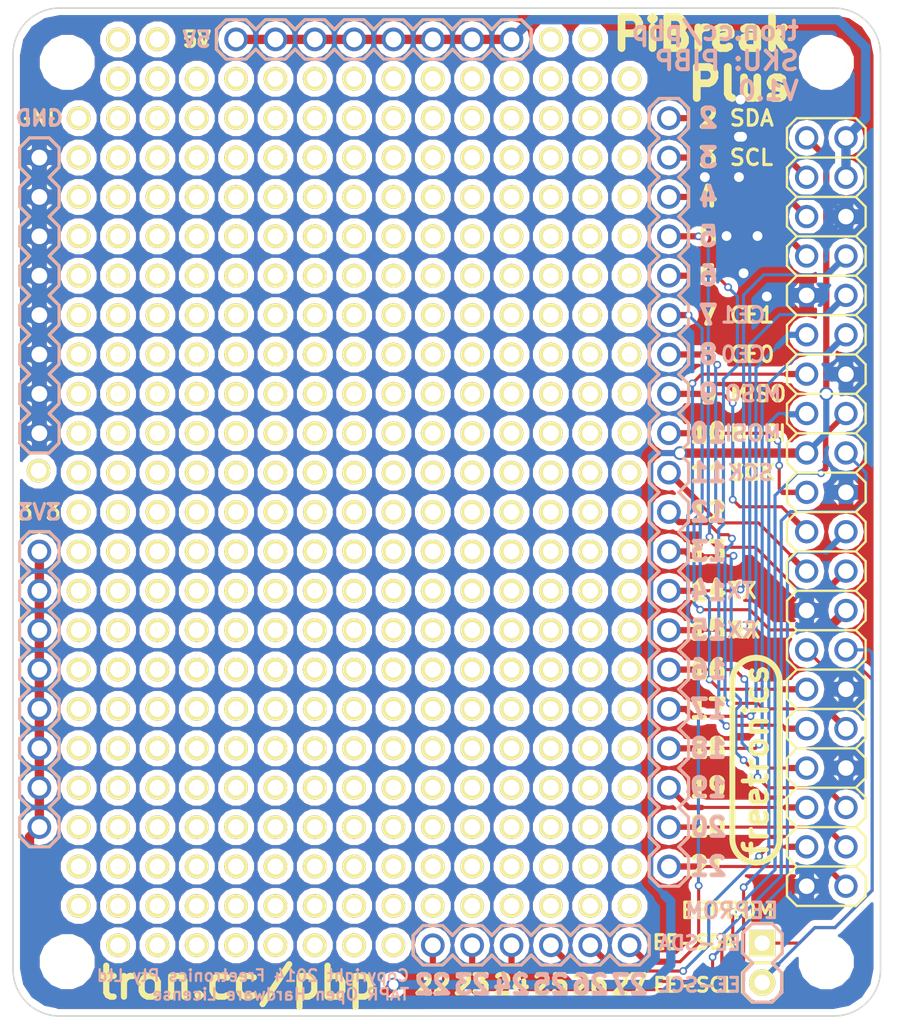
<source format=kicad_pcb>
(kicad_pcb (version 4) (host pcbnew "(2014-07-25 BZR 5027)-product")
  (layers (0 F.Cu signal) (31 B.Cu signal) (34 B.Paste user) (35 F.Paste user) (36 B.SilkS user) (37 F.SilkS user) (38 B.Mask user) (39 F.Mask user) (44 Edge.Cuts user))
  (net 0 "")
  (net 1 +3.3V)
  (net 2 +5V)
  (net 3 /GPIO2_SDA)
  (net 4 /GPIO3_SCL)
  (net 5 GND)
  (net 6 /GPIO4_GPCLK0)
  (net 7 /GPIO14_TXD)
  (net 8 /GPIO15_RXD)
  (net 9 /GPIO17)
  (net 10 /GPIO18_PCM_CLK)
  (net 11 /GPIO27)
  (net 12 /GPIO22)
  (net 13 /GPIO23)
  (net 14 /GPIO24)
  (net 15 /GPIO10_MOSI)
  (net 16 /GPIO9_MISO)
  (net 17 /GPIO25)
  (net 18 /GPIO11_SCK)
  (net 19 /GPIO8_CE0)
  (net 20 /GPIO7_CE1)
  (net 21 /GPIO5)
  (net 22 /GPIO6)
  (net 23 /GPIO12)
  (net 24 /GPIO13)
  (net 25 /GPIO19)
  (net 26 /GPIO16)
  (net 27 /GPIO26)
  (net 28 /GPIO20)
  (net 29 /GPIO21)
  (net 30 /EEPROM_SDA)
  (net 31 /EEPROM_SCL)
  (module FT:1pin_prototyping (layer F.Cu) (at 210.82 96.52)
    (fp_text reference 1pin_prototyping hide)
    (fp_text value val** hide)
    (pad 1 thru_hole circle (at 0 0) (size 1.524 1.524) (drill 1.016) (layers *.Cu *.Mask F.SilkS))
  )
  (module FT:1pin_prototyping (layer F.Cu) (at 213.36 96.52)
    (fp_text reference 1pin_prototyping hide)
    (fp_text value val** hide)
    (pad 1 thru_hole circle (at 0 0) (size 1.524 1.524) (drill 1.016) (layers *.Cu *.Mask F.SilkS))
  )
  (module FT:1pin_prototyping (layer F.Cu) (at 208.28 121.92)
    (fp_text reference 1pin_prototyping hide)
    (fp_text value val** hide)
    (pad 1 thru_hole circle (at 0 0) (size 1.524 1.524) (drill 1.016) (layers *.Cu *.Mask F.SilkS))
  )
  (module FT:1pin_prototyping (layer F.Cu) (at 208.28 119.38)
    (fp_text reference 1pin_prototyping hide)
    (fp_text value val** hide)
    (pad 1 thru_hole circle (at 0 0) (size 1.524 1.524) (drill 1.016) (layers *.Cu *.Mask F.SilkS))
  )
  (module FT:1pin_prototyping (layer F.Cu) (at 208.28 114.3)
    (fp_text reference 1pin_prototyping hide)
    (fp_text value val** hide)
    (pad 1 thru_hole circle (at 0 0) (size 1.524 1.524) (drill 1.016) (layers *.Cu *.Mask F.SilkS))
  )
  (module FT:1pin_prototyping (layer F.Cu) (at 208.28 116.84)
    (fp_text reference 1pin_prototyping hide)
    (fp_text value val** hide)
    (pad 1 thru_hole circle (at 0 0) (size 1.524 1.524) (drill 1.016) (layers *.Cu *.Mask F.SilkS))
  )
  (module FT:1pin_prototyping (layer F.Cu) (at 208.28 111.76)
    (fp_text reference 1pin_prototyping hide)
    (fp_text value val** hide)
    (pad 1 thru_hole circle (at 0 0) (size 1.524 1.524) (drill 1.016) (layers *.Cu *.Mask F.SilkS))
  )
  (module FT:1pin_prototyping (layer F.Cu) (at 208.28 104.14)
    (fp_text reference 1pin_prototyping hide)
    (fp_text value val** hide)
    (pad 1 thru_hole circle (at 0 0) (size 1.524 1.524) (drill 1.016) (layers *.Cu *.Mask F.SilkS))
  )
  (module FT:1pin_prototyping (layer F.Cu) (at 208.28 101.6)
    (fp_text reference 1pin_prototyping hide)
    (fp_text value val** hide)
    (pad 1 thru_hole circle (at 0 0) (size 1.524 1.524) (drill 1.016) (layers *.Cu *.Mask F.SilkS))
  )
  (module FT:1pin_prototyping (layer F.Cu) (at 208.28 106.68)
    (fp_text reference 1pin_prototyping hide)
    (fp_text value val** hide)
    (pad 1 thru_hole circle (at 0 0) (size 1.524 1.524) (drill 1.016) (layers *.Cu *.Mask F.SilkS))
  )
  (module FT:1pin_prototyping (layer F.Cu) (at 208.28 109.22)
    (fp_text reference 1pin_prototyping hide)
    (fp_text value val** hide)
    (pad 1 thru_hole circle (at 0 0) (size 1.524 1.524) (drill 1.016) (layers *.Cu *.Mask F.SilkS))
  )
  (module FT:1pin_prototyping (layer F.Cu) (at 208.28 124.46)
    (fp_text reference 1pin_prototyping hide)
    (fp_text value val** hide)
    (pad 1 thru_hole circle (at 0 0) (size 1.524 1.524) (drill 1.016) (layers *.Cu *.Mask F.SilkS))
  )
  (module FT:1pin_prototyping (layer F.Cu) (at 205.69 124.33)
    (fp_text reference 1pin_prototyping hide)
    (fp_text value val** hide)
    (pad 1 thru_hole circle (at 0 0) (size 1.524 1.524) (drill 1.016) (layers *.Cu *.Mask F.SilkS))
  )
  (module FT:1pin_prototyping (layer F.Cu) (at 228.6 154.94)
    (fp_text reference 1pin_prototyping hide)
    (fp_text value val** hide)
    (pad 1 thru_hole circle (at 0 0) (size 1.524 1.524) (drill 1.016) (layers *.Cu *.Mask F.SilkS))
  )
  (module FT:1pin_prototyping (layer F.Cu) (at 226.06 154.94)
    (fp_text reference 1pin_prototyping hide)
    (fp_text value val** hide)
    (pad 1 thru_hole circle (at 0 0) (size 1.524 1.524) (drill 1.016) (layers *.Cu *.Mask F.SilkS))
  )
  (module FT:1pin_prototyping (layer F.Cu) (at 223.52 154.94)
    (fp_text reference 1pin_prototyping hide)
    (fp_text value val** hide)
    (pad 1 thru_hole circle (at 0 0) (size 1.524 1.524) (drill 1.016) (layers *.Cu *.Mask F.SilkS))
  )
  (module FT:1pin_prototyping (layer F.Cu) (at 220.98 154.94)
    (fp_text reference 1pin_prototyping hide)
    (fp_text value val** hide)
    (pad 1 thru_hole circle (at 0 0) (size 1.524 1.524) (drill 1.016) (layers *.Cu *.Mask F.SilkS))
  )
  (module FT:1pin_prototyping (layer F.Cu) (at 218.44 154.94)
    (fp_text reference 1pin_prototyping hide)
    (fp_text value val** hide)
    (pad 1 thru_hole circle (at 0 0) (size 1.524 1.524) (drill 1.016) (layers *.Cu *.Mask F.SilkS))
  )
  (module FT:1pin_prototyping (layer F.Cu) (at 215.9 154.94)
    (fp_text reference 1pin_prototyping hide)
    (fp_text value val** hide)
    (pad 1 thru_hole circle (at 0 0) (size 1.524 1.524) (drill 1.016) (layers *.Cu *.Mask F.SilkS))
  )
  (module FT:1pin_prototyping (layer F.Cu) (at 210.82 154.94)
    (fp_text reference 1pin_prototyping hide)
    (fp_text value val** hide)
    (pad 1 thru_hole circle (at 0 0) (size 1.524 1.524) (drill 1.016) (layers *.Cu *.Mask F.SilkS))
  )
  (module FT:1pin_prototyping (layer F.Cu) (at 213.36 154.94)
    (fp_text reference 1pin_prototyping hide)
    (fp_text value val** hide)
    (pad 1 thru_hole circle (at 0 0) (size 1.524 1.524) (drill 1.016) (layers *.Cu *.Mask F.SilkS))
  )
  (module FT:1pin_prototyping (layer F.Cu) (at 208.28 152.4)
    (fp_text reference 1pin_prototyping hide)
    (fp_text value val** hide)
    (pad 1 thru_hole circle (at 0 0) (size 1.524 1.524) (drill 1.016) (layers *.Cu *.Mask F.SilkS))
  )
  (module FT:1pin_prototyping (layer F.Cu) (at 208.28 149.86)
    (fp_text reference 1pin_prototyping hide)
    (fp_text value val** hide)
    (pad 1 thru_hole circle (at 0 0) (size 1.524 1.524) (drill 1.016) (layers *.Cu *.Mask F.SilkS))
  )
  (module FT:1pin_prototyping (layer F.Cu) (at 208.28 144.78)
    (fp_text reference 1pin_prototyping hide)
    (fp_text value val** hide)
    (pad 1 thru_hole circle (at 0 0) (size 1.524 1.524) (drill 1.016) (layers *.Cu *.Mask F.SilkS))
  )
  (module FT:1pin_prototyping (layer F.Cu) (at 208.28 147.32)
    (fp_text reference 1pin_prototyping hide)
    (fp_text value val** hide)
    (pad 1 thru_hole circle (at 0 0) (size 1.524 1.524) (drill 1.016) (layers *.Cu *.Mask F.SilkS))
  )
  (module FT:1pin_prototyping (layer F.Cu) (at 208.28 137.16)
    (fp_text reference 1pin_prototyping hide)
    (fp_text value val** hide)
    (pad 1 thru_hole circle (at 0 0) (size 1.524 1.524) (drill 1.016) (layers *.Cu *.Mask F.SilkS))
  )
  (module FT:1pin_prototyping (layer F.Cu) (at 208.28 134.62)
    (fp_text reference 1pin_prototyping hide)
    (fp_text value val** hide)
    (pad 1 thru_hole circle (at 0 0) (size 1.524 1.524) (drill 1.016) (layers *.Cu *.Mask F.SilkS))
  )
  (module FT:1pin_prototyping (layer F.Cu) (at 208.28 139.7)
    (fp_text reference 1pin_prototyping hide)
    (fp_text value val** hide)
    (pad 1 thru_hole circle (at 0 0) (size 1.524 1.524) (drill 1.016) (layers *.Cu *.Mask F.SilkS))
  )
  (module FT:1pin_prototyping (layer F.Cu) (at 208.28 142.24)
    (fp_text reference 1pin_prototyping hide)
    (fp_text value val** hide)
    (pad 1 thru_hole circle (at 0 0) (size 1.524 1.524) (drill 1.016) (layers *.Cu *.Mask F.SilkS))
  )
  (module FT:1pin_prototyping (layer F.Cu) (at 208.28 132.08)
    (fp_text reference 1pin_prototyping hide)
    (fp_text value val** hide)
    (pad 1 thru_hole circle (at 0 0) (size 1.524 1.524) (drill 1.016) (layers *.Cu *.Mask F.SilkS))
  )
  (module FT:1pin_prototyping (layer F.Cu) (at 208.28 127)
    (fp_text reference 1pin_prototyping hide)
    (fp_text value val** hide)
    (pad 1 thru_hole circle (at 0 0) (size 1.524 1.524) (drill 1.016) (layers *.Cu *.Mask F.SilkS))
  )
  (module FT:1pin_prototyping (layer F.Cu) (at 208.28 129.54)
    (fp_text reference 1pin_prototyping hide)
    (fp_text value val** hide)
    (pad 1 thru_hole circle (at 0 0) (size 1.524 1.524) (drill 1.016) (layers *.Cu *.Mask F.SilkS))
  )
  (module FT:1pin_prototyping (layer F.Cu) (at 238.76 96.52)
    (fp_text reference 1pin_prototyping hide)
    (fp_text value val** hide)
    (pad 1 thru_hole circle (at 0 0) (size 1.524 1.524) (drill 1.016) (layers *.Cu *.Mask F.SilkS))
  )
  (module FT:1pin_prototyping (layer F.Cu) (at 241.3 96.52)
    (fp_text reference 1pin_prototyping hide)
    (fp_text value val** hide)
    (pad 1 thru_hole circle (at 0 0) (size 1.524 1.524) (drill 1.016) (layers *.Cu *.Mask F.SilkS))
  )
  (module FT:1pin_prototyping (layer F.Cu) (at 218.44 99.06)
    (fp_text reference 1pin_prototyping hide)
    (fp_text value val** hide)
    (pad 1 thru_hole circle (at 0 0) (size 1.524 1.524) (drill 1.016) (layers *.Cu *.Mask F.SilkS))
  )
  (module FT:1pin_prototyping (layer F.Cu) (at 220.98 99.06)
    (fp_text reference 1pin_prototyping hide)
    (fp_text value val** hide)
    (pad 1 thru_hole circle (at 0 0) (size 1.524 1.524) (drill 1.016) (layers *.Cu *.Mask F.SilkS))
  )
  (module FT:1pin_prototyping (layer F.Cu) (at 223.52 99.06)
    (fp_text reference 1pin_prototyping hide)
    (fp_text value val** hide)
    (pad 1 thru_hole circle (at 0 0) (size 1.524 1.524) (drill 1.016) (layers *.Cu *.Mask F.SilkS))
  )
  (module FT:1pin_prototyping (layer F.Cu) (at 226.06 99.06)
    (fp_text reference 1pin_prototyping hide)
    (fp_text value val** hide)
    (pad 1 thru_hole circle (at 0 0) (size 1.524 1.524) (drill 1.016) (layers *.Cu *.Mask F.SilkS))
  )
  (module FT:1pin_prototyping (layer F.Cu) (at 228.6 99.06)
    (fp_text reference 1pin_prototyping hide)
    (fp_text value val** hide)
    (pad 1 thru_hole circle (at 0 0) (size 1.524 1.524) (drill 1.016) (layers *.Cu *.Mask F.SilkS))
  )
  (module FT:1pin_prototyping (layer F.Cu) (at 236.22 99.06)
    (fp_text reference 1pin_prototyping hide)
    (fp_text value val** hide)
    (pad 1 thru_hole circle (at 0 0) (size 1.524 1.524) (drill 1.016) (layers *.Cu *.Mask F.SilkS))
  )
  (module FT:1pin_prototyping (layer F.Cu) (at 233.68 99.06)
    (fp_text reference 1pin_prototyping hide)
    (fp_text value val** hide)
    (pad 1 thru_hole circle (at 0 0) (size 1.524 1.524) (drill 1.016) (layers *.Cu *.Mask F.SilkS))
  )
  (module FT:1pin_prototyping (layer F.Cu) (at 231.14 99.06)
    (fp_text reference 1pin_prototyping hide)
    (fp_text value val** hide)
    (pad 1 thru_hole circle (at 0 0) (size 1.524 1.524) (drill 1.016) (layers *.Cu *.Mask F.SilkS))
  )
  (module FT:1pin_prototyping (layer F.Cu) (at 213.36 99.06)
    (fp_text reference 1pin_prototyping hide)
    (fp_text value val** hide)
    (pad 1 thru_hole circle (at 0 0) (size 1.524 1.524) (drill 1.016) (layers *.Cu *.Mask F.SilkS))
  )
  (module FT:1pin_prototyping (layer F.Cu) (at 210.82 99.06)
    (fp_text reference 1pin_prototyping hide)
    (fp_text value val** hide)
    (pad 1 thru_hole circle (at 0 0) (size 1.524 1.524) (drill 1.016) (layers *.Cu *.Mask F.SilkS))
  )
  (module FT:1pin_prototyping (layer F.Cu) (at 215.9 99.06)
    (fp_text reference 1pin_prototyping hide)
    (fp_text value val** hide)
    (pad 1 thru_hole circle (at 0 0) (size 1.524 1.524) (drill 1.016) (layers *.Cu *.Mask F.SilkS))
  )
  (module FT:1pin_prototyping (layer F.Cu) (at 243.84 99.06)
    (fp_text reference 1pin_prototyping hide)
    (fp_text value val** hide)
    (pad 1 thru_hole circle (at 0 0) (size 1.524 1.524) (drill 1.016) (layers *.Cu *.Mask F.SilkS))
  )
  (module FT:1pin_prototyping (layer F.Cu) (at 241.3 99.06)
    (fp_text reference 1pin_prototyping hide)
    (fp_text value val** hide)
    (pad 1 thru_hole circle (at 0 0) (size 1.524 1.524) (drill 1.016) (layers *.Cu *.Mask F.SilkS))
  )
  (module FT:1pin_prototyping (layer F.Cu) (at 238.76 99.06)
    (fp_text reference 1pin_prototyping hide)
    (fp_text value val** hide)
    (pad 1 thru_hole circle (at 0 0) (size 1.524 1.524) (drill 1.016) (layers *.Cu *.Mask F.SilkS))
  )
  (module FT:1pin_prototyping (layer F.Cu) (at 231.14 109.22)
    (fp_text reference 1pin_prototyping hide)
    (fp_text value val** hide)
    (pad 1 thru_hole circle (at 0 0) (size 1.524 1.524) (drill 1.016) (layers *.Cu *.Mask F.SilkS))
  )
  (module FT:1pin_prototyping (layer F.Cu) (at 233.68 109.22)
    (fp_text reference 1pin_prototyping hide)
    (fp_text value val** hide)
    (pad 1 thru_hole circle (at 0 0) (size 1.524 1.524) (drill 1.016) (layers *.Cu *.Mask F.SilkS))
  )
  (module FT:1pin_prototyping (layer F.Cu) (at 236.22 109.22)
    (fp_text reference 1pin_prototyping hide)
    (fp_text value val** hide)
    (pad 1 thru_hole circle (at 0 0) (size 1.524 1.524) (drill 1.016) (layers *.Cu *.Mask F.SilkS))
  )
  (module FT:1pin_prototyping (layer F.Cu) (at 238.76 109.22)
    (fp_text reference 1pin_prototyping hide)
    (fp_text value val** hide)
    (pad 1 thru_hole circle (at 0 0) (size 1.524 1.524) (drill 1.016) (layers *.Cu *.Mask F.SilkS))
  )
  (module FT:1pin_prototyping (layer F.Cu) (at 241.3 109.22)
    (fp_text reference 1pin_prototyping hide)
    (fp_text value val** hide)
    (pad 1 thru_hole circle (at 0 0) (size 1.524 1.524) (drill 1.016) (layers *.Cu *.Mask F.SilkS))
  )
  (module FT:1pin_prototyping (layer F.Cu) (at 241.3 106.68)
    (fp_text reference 1pin_prototyping hide)
    (fp_text value val** hide)
    (pad 1 thru_hole circle (at 0 0) (size 1.524 1.524) (drill 1.016) (layers *.Cu *.Mask F.SilkS))
  )
  (module FT:1pin_prototyping (layer F.Cu) (at 238.76 106.68)
    (fp_text reference 1pin_prototyping hide)
    (fp_text value val** hide)
    (pad 1 thru_hole circle (at 0 0) (size 1.524 1.524) (drill 1.016) (layers *.Cu *.Mask F.SilkS))
  )
  (module FT:1pin_prototyping (layer F.Cu) (at 236.22 106.68)
    (fp_text reference 1pin_prototyping hide)
    (fp_text value val** hide)
    (pad 1 thru_hole circle (at 0 0) (size 1.524 1.524) (drill 1.016) (layers *.Cu *.Mask F.SilkS))
  )
  (module FT:1pin_prototyping (layer F.Cu) (at 233.68 106.68)
    (fp_text reference 1pin_prototyping hide)
    (fp_text value val** hide)
    (pad 1 thru_hole circle (at 0 0) (size 1.524 1.524) (drill 1.016) (layers *.Cu *.Mask F.SilkS))
  )
  (module FT:1pin_prototyping (layer F.Cu) (at 231.14 106.68)
    (fp_text reference 1pin_prototyping hide)
    (fp_text value val** hide)
    (pad 1 thru_hole circle (at 0 0) (size 1.524 1.524) (drill 1.016) (layers *.Cu *.Mask F.SilkS))
  )
  (module FT:1pin_prototyping (layer F.Cu) (at 231.14 101.6)
    (fp_text reference 1pin_prototyping hide)
    (fp_text value val** hide)
    (pad 1 thru_hole circle (at 0 0) (size 1.524 1.524) (drill 1.016) (layers *.Cu *.Mask F.SilkS))
  )
  (module FT:1pin_prototyping (layer F.Cu) (at 233.68 101.6)
    (fp_text reference 1pin_prototyping hide)
    (fp_text value val** hide)
    (pad 1 thru_hole circle (at 0 0) (size 1.524 1.524) (drill 1.016) (layers *.Cu *.Mask F.SilkS))
  )
  (module FT:1pin_prototyping (layer F.Cu) (at 236.22 101.6)
    (fp_text reference 1pin_prototyping hide)
    (fp_text value val** hide)
    (pad 1 thru_hole circle (at 0 0) (size 1.524 1.524) (drill 1.016) (layers *.Cu *.Mask F.SilkS))
  )
  (module FT:1pin_prototyping (layer F.Cu) (at 238.76 101.6)
    (fp_text reference 1pin_prototyping hide)
    (fp_text value val** hide)
    (pad 1 thru_hole circle (at 0 0) (size 1.524 1.524) (drill 1.016) (layers *.Cu *.Mask F.SilkS))
  )
  (module FT:1pin_prototyping (layer F.Cu) (at 241.3 101.6)
    (fp_text reference 1pin_prototyping hide)
    (fp_text value val** hide)
    (pad 1 thru_hole circle (at 0 0) (size 1.524 1.524) (drill 1.016) (layers *.Cu *.Mask F.SilkS))
  )
  (module FT:1pin_prototyping (layer F.Cu) (at 241.3 104.14)
    (fp_text reference 1pin_prototyping hide)
    (fp_text value val** hide)
    (pad 1 thru_hole circle (at 0 0) (size 1.524 1.524) (drill 1.016) (layers *.Cu *.Mask F.SilkS))
  )
  (module FT:1pin_prototyping (layer F.Cu) (at 238.76 104.14)
    (fp_text reference 1pin_prototyping hide)
    (fp_text value val** hide)
    (pad 1 thru_hole circle (at 0 0) (size 1.524 1.524) (drill 1.016) (layers *.Cu *.Mask F.SilkS))
  )
  (module FT:1pin_prototyping (layer F.Cu) (at 236.22 104.14)
    (fp_text reference 1pin_prototyping hide)
    (fp_text value val** hide)
    (pad 1 thru_hole circle (at 0 0) (size 1.524 1.524) (drill 1.016) (layers *.Cu *.Mask F.SilkS))
  )
  (module FT:1pin_prototyping (layer F.Cu) (at 233.68 104.14)
    (fp_text reference 1pin_prototyping hide)
    (fp_text value val** hide)
    (pad 1 thru_hole circle (at 0 0) (size 1.524 1.524) (drill 1.016) (layers *.Cu *.Mask F.SilkS))
  )
  (module FT:1pin_prototyping (layer F.Cu) (at 231.14 104.14)
    (fp_text reference 1pin_prototyping hide)
    (fp_text value val** hide)
    (pad 1 thru_hole circle (at 0 0) (size 1.524 1.524) (drill 1.016) (layers *.Cu *.Mask F.SilkS))
  )
  (module FT:1pin_prototyping (layer F.Cu) (at 243.84 104.14)
    (fp_text reference 1pin_prototyping hide)
    (fp_text value val** hide)
    (pad 1 thru_hole circle (at 0 0) (size 1.524 1.524) (drill 1.016) (layers *.Cu *.Mask F.SilkS))
  )
  (module FT:1pin_prototyping (layer F.Cu) (at 243.84 101.6)
    (fp_text reference 1pin_prototyping hide)
    (fp_text value val** hide)
    (pad 1 thru_hole circle (at 0 0) (size 1.524 1.524) (drill 1.016) (layers *.Cu *.Mask F.SilkS))
  )
  (module FT:1pin_prototyping (layer F.Cu) (at 243.84 106.68)
    (fp_text reference 1pin_prototyping hide)
    (fp_text value val** hide)
    (pad 1 thru_hole circle (at 0 0) (size 1.524 1.524) (drill 1.016) (layers *.Cu *.Mask F.SilkS))
  )
  (module FT:1pin_prototyping (layer F.Cu) (at 243.84 109.22)
    (fp_text reference 1pin_prototyping hide)
    (fp_text value val** hide)
    (pad 1 thru_hole circle (at 0 0) (size 1.524 1.524) (drill 1.016) (layers *.Cu *.Mask F.SilkS))
  )
  (module FT:1pin_prototyping (layer F.Cu) (at 228.6 109.22)
    (fp_text reference 1pin_prototyping hide)
    (fp_text value val** hide)
    (pad 1 thru_hole circle (at 0 0) (size 1.524 1.524) (drill 1.016) (layers *.Cu *.Mask F.SilkS))
  )
  (module FT:1pin_prototyping (layer F.Cu) (at 228.6 106.68)
    (fp_text reference 1pin_prototyping hide)
    (fp_text value val** hide)
    (pad 1 thru_hole circle (at 0 0) (size 1.524 1.524) (drill 1.016) (layers *.Cu *.Mask F.SilkS))
  )
  (module FT:1pin_prototyping (layer F.Cu) (at 228.6 101.6)
    (fp_text reference 1pin_prototyping hide)
    (fp_text value val** hide)
    (pad 1 thru_hole circle (at 0 0) (size 1.524 1.524) (drill 1.016) (layers *.Cu *.Mask F.SilkS))
  )
  (module FT:1pin_prototyping (layer F.Cu) (at 228.6 104.14)
    (fp_text reference 1pin_prototyping hide)
    (fp_text value val** hide)
    (pad 1 thru_hole circle (at 0 0) (size 1.524 1.524) (drill 1.016) (layers *.Cu *.Mask F.SilkS))
  )
  (module FT:1pin_prototyping (layer F.Cu) (at 215.9 104.14)
    (fp_text reference 1pin_prototyping hide)
    (fp_text value val** hide)
    (pad 1 thru_hole circle (at 0 0) (size 1.524 1.524) (drill 1.016) (layers *.Cu *.Mask F.SilkS))
  )
  (module FT:1pin_prototyping (layer F.Cu) (at 218.44 104.14)
    (fp_text reference 1pin_prototyping hide)
    (fp_text value val** hide)
    (pad 1 thru_hole circle (at 0 0) (size 1.524 1.524) (drill 1.016) (layers *.Cu *.Mask F.SilkS))
  )
  (module FT:1pin_prototyping (layer F.Cu) (at 220.98 104.14)
    (fp_text reference 1pin_prototyping hide)
    (fp_text value val** hide)
    (pad 1 thru_hole circle (at 0 0) (size 1.524 1.524) (drill 1.016) (layers *.Cu *.Mask F.SilkS))
  )
  (module FT:1pin_prototyping (layer F.Cu) (at 223.52 104.14)
    (fp_text reference 1pin_prototyping hide)
    (fp_text value val** hide)
    (pad 1 thru_hole circle (at 0 0) (size 1.524 1.524) (drill 1.016) (layers *.Cu *.Mask F.SilkS))
  )
  (module FT:1pin_prototyping (layer F.Cu) (at 226.06 104.14)
    (fp_text reference 1pin_prototyping hide)
    (fp_text value val** hide)
    (pad 1 thru_hole circle (at 0 0) (size 1.524 1.524) (drill 1.016) (layers *.Cu *.Mask F.SilkS))
  )
  (module FT:1pin_prototyping (layer F.Cu) (at 226.06 101.6)
    (fp_text reference 1pin_prototyping hide)
    (fp_text value val** hide)
    (pad 1 thru_hole circle (at 0 0) (size 1.524 1.524) (drill 1.016) (layers *.Cu *.Mask F.SilkS))
  )
  (module FT:1pin_prototyping (layer F.Cu) (at 223.52 101.6)
    (fp_text reference 1pin_prototyping hide)
    (fp_text value val** hide)
    (pad 1 thru_hole circle (at 0 0) (size 1.524 1.524) (drill 1.016) (layers *.Cu *.Mask F.SilkS))
  )
  (module FT:1pin_prototyping (layer F.Cu) (at 220.98 101.6)
    (fp_text reference 1pin_prototyping hide)
    (fp_text value val** hide)
    (pad 1 thru_hole circle (at 0 0) (size 1.524 1.524) (drill 1.016) (layers *.Cu *.Mask F.SilkS))
  )
  (module FT:1pin_prototyping (layer F.Cu) (at 218.44 101.6)
    (fp_text reference 1pin_prototyping hide)
    (fp_text value val** hide)
    (pad 1 thru_hole circle (at 0 0) (size 1.524 1.524) (drill 1.016) (layers *.Cu *.Mask F.SilkS))
  )
  (module FT:1pin_prototyping (layer F.Cu) (at 215.9 101.6)
    (fp_text reference 1pin_prototyping hide)
    (fp_text value val** hide)
    (pad 1 thru_hole circle (at 0 0) (size 1.524 1.524) (drill 1.016) (layers *.Cu *.Mask F.SilkS))
  )
  (module FT:1pin_prototyping (layer F.Cu) (at 215.9 106.68)
    (fp_text reference 1pin_prototyping hide)
    (fp_text value val** hide)
    (pad 1 thru_hole circle (at 0 0) (size 1.524 1.524) (drill 1.016) (layers *.Cu *.Mask F.SilkS))
  )
  (module FT:1pin_prototyping (layer F.Cu) (at 218.44 106.68)
    (fp_text reference 1pin_prototyping hide)
    (fp_text value val** hide)
    (pad 1 thru_hole circle (at 0 0) (size 1.524 1.524) (drill 1.016) (layers *.Cu *.Mask F.SilkS))
  )
  (module FT:1pin_prototyping (layer F.Cu) (at 220.98 106.68)
    (fp_text reference 1pin_prototyping hide)
    (fp_text value val** hide)
    (pad 1 thru_hole circle (at 0 0) (size 1.524 1.524) (drill 1.016) (layers *.Cu *.Mask F.SilkS))
  )
  (module FT:1pin_prototyping (layer F.Cu) (at 223.52 106.68)
    (fp_text reference 1pin_prototyping hide)
    (fp_text value val** hide)
    (pad 1 thru_hole circle (at 0 0) (size 1.524 1.524) (drill 1.016) (layers *.Cu *.Mask F.SilkS))
  )
  (module FT:1pin_prototyping (layer F.Cu) (at 226.06 106.68)
    (fp_text reference 1pin_prototyping hide)
    (fp_text value val** hide)
    (pad 1 thru_hole circle (at 0 0) (size 1.524 1.524) (drill 1.016) (layers *.Cu *.Mask F.SilkS))
  )
  (module FT:1pin_prototyping (layer F.Cu) (at 226.06 109.22)
    (fp_text reference 1pin_prototyping hide)
    (fp_text value val** hide)
    (pad 1 thru_hole circle (at 0 0) (size 1.524 1.524) (drill 1.016) (layers *.Cu *.Mask F.SilkS))
  )
  (module FT:1pin_prototyping (layer F.Cu) (at 223.52 109.22)
    (fp_text reference 1pin_prototyping hide)
    (fp_text value val** hide)
    (pad 1 thru_hole circle (at 0 0) (size 1.524 1.524) (drill 1.016) (layers *.Cu *.Mask F.SilkS))
  )
  (module FT:1pin_prototyping (layer F.Cu) (at 220.98 109.22)
    (fp_text reference 1pin_prototyping hide)
    (fp_text value val** hide)
    (pad 1 thru_hole circle (at 0 0) (size 1.524 1.524) (drill 1.016) (layers *.Cu *.Mask F.SilkS))
  )
  (module FT:1pin_prototyping (layer F.Cu) (at 218.44 109.22)
    (fp_text reference 1pin_prototyping hide)
    (fp_text value val** hide)
    (pad 1 thru_hole circle (at 0 0) (size 1.524 1.524) (drill 1.016) (layers *.Cu *.Mask F.SilkS))
  )
  (module FT:1pin_prototyping (layer F.Cu) (at 215.9 109.22)
    (fp_text reference 1pin_prototyping hide)
    (fp_text value val** hide)
    (pad 1 thru_hole circle (at 0 0) (size 1.524 1.524) (drill 1.016) (layers *.Cu *.Mask F.SilkS))
  )
  (module FT:1pin_prototyping (layer F.Cu) (at 210.82 109.22)
    (fp_text reference 1pin_prototyping hide)
    (fp_text value val** hide)
    (pad 1 thru_hole circle (at 0 0) (size 1.524 1.524) (drill 1.016) (layers *.Cu *.Mask F.SilkS))
  )
  (module FT:1pin_prototyping (layer F.Cu) (at 213.36 109.22)
    (fp_text reference 1pin_prototyping hide)
    (fp_text value val** hide)
    (pad 1 thru_hole circle (at 0 0) (size 1.524 1.524) (drill 1.016) (layers *.Cu *.Mask F.SilkS))
  )
  (module FT:1pin_prototyping (layer F.Cu) (at 213.36 106.68)
    (fp_text reference 1pin_prototyping hide)
    (fp_text value val** hide)
    (pad 1 thru_hole circle (at 0 0) (size 1.524 1.524) (drill 1.016) (layers *.Cu *.Mask F.SilkS))
  )
  (module FT:1pin_prototyping (layer F.Cu) (at 210.82 106.68)
    (fp_text reference 1pin_prototyping hide)
    (fp_text value val** hide)
    (pad 1 thru_hole circle (at 0 0) (size 1.524 1.524) (drill 1.016) (layers *.Cu *.Mask F.SilkS))
  )
  (module FT:1pin_prototyping (layer F.Cu) (at 210.82 101.6)
    (fp_text reference 1pin_prototyping hide)
    (fp_text value val** hide)
    (pad 1 thru_hole circle (at 0 0) (size 1.524 1.524) (drill 1.016) (layers *.Cu *.Mask F.SilkS))
  )
  (module FT:1pin_prototyping (layer F.Cu) (at 213.36 101.6)
    (fp_text reference 1pin_prototyping hide)
    (fp_text value val** hide)
    (pad 1 thru_hole circle (at 0 0) (size 1.524 1.524) (drill 1.016) (layers *.Cu *.Mask F.SilkS))
  )
  (module FT:1pin_prototyping (layer F.Cu) (at 213.36 104.14)
    (fp_text reference 1pin_prototyping hide)
    (fp_text value val** hide)
    (pad 1 thru_hole circle (at 0 0) (size 1.524 1.524) (drill 1.016) (layers *.Cu *.Mask F.SilkS))
  )
  (module FT:1pin_prototyping (layer F.Cu) (at 210.82 104.14)
    (fp_text reference 1pin_prototyping hide)
    (fp_text value val** hide)
    (pad 1 thru_hole circle (at 0 0) (size 1.524 1.524) (drill 1.016) (layers *.Cu *.Mask F.SilkS))
  )
  (module FT:1pin_prototyping (layer F.Cu) (at 213.36 111.76)
    (fp_text reference 1pin_prototyping hide)
    (fp_text value val** hide)
    (pad 1 thru_hole circle (at 0 0) (size 1.524 1.524) (drill 1.016) (layers *.Cu *.Mask F.SilkS))
  )
  (module FT:1pin_prototyping (layer F.Cu) (at 210.82 111.76)
    (fp_text reference 1pin_prototyping hide)
    (fp_text value val** hide)
    (pad 1 thru_hole circle (at 0 0) (size 1.524 1.524) (drill 1.016) (layers *.Cu *.Mask F.SilkS))
  )
  (module FT:1pin_prototyping (layer F.Cu) (at 215.9 111.76)
    (fp_text reference 1pin_prototyping hide)
    (fp_text value val** hide)
    (pad 1 thru_hole circle (at 0 0) (size 1.524 1.524) (drill 1.016) (layers *.Cu *.Mask F.SilkS))
  )
  (module FT:1pin_prototyping (layer F.Cu) (at 218.44 111.76)
    (fp_text reference 1pin_prototyping hide)
    (fp_text value val** hide)
    (pad 1 thru_hole circle (at 0 0) (size 1.524 1.524) (drill 1.016) (layers *.Cu *.Mask F.SilkS))
  )
  (module FT:1pin_prototyping (layer F.Cu) (at 220.98 111.76)
    (fp_text reference 1pin_prototyping hide)
    (fp_text value val** hide)
    (pad 1 thru_hole circle (at 0 0) (size 1.524 1.524) (drill 1.016) (layers *.Cu *.Mask F.SilkS))
  )
  (module FT:1pin_prototyping (layer F.Cu) (at 223.52 111.76)
    (fp_text reference 1pin_prototyping hide)
    (fp_text value val** hide)
    (pad 1 thru_hole circle (at 0 0) (size 1.524 1.524) (drill 1.016) (layers *.Cu *.Mask F.SilkS))
  )
  (module FT:1pin_prototyping (layer F.Cu) (at 226.06 111.76)
    (fp_text reference 1pin_prototyping hide)
    (fp_text value val** hide)
    (pad 1 thru_hole circle (at 0 0) (size 1.524 1.524) (drill 1.016) (layers *.Cu *.Mask F.SilkS))
  )
  (module FT:1pin_prototyping (layer F.Cu) (at 228.6 111.76)
    (fp_text reference 1pin_prototyping hide)
    (fp_text value val** hide)
    (pad 1 thru_hole circle (at 0 0) (size 1.524 1.524) (drill 1.016) (layers *.Cu *.Mask F.SilkS))
  )
  (module FT:1pin_prototyping (layer F.Cu) (at 243.84 111.76)
    (fp_text reference 1pin_prototyping hide)
    (fp_text value val** hide)
    (pad 1 thru_hole circle (at 0 0) (size 1.524 1.524) (drill 1.016) (layers *.Cu *.Mask F.SilkS))
  )
  (module FT:1pin_prototyping (layer F.Cu) (at 241.3 111.76)
    (fp_text reference 1pin_prototyping hide)
    (fp_text value val** hide)
    (pad 1 thru_hole circle (at 0 0) (size 1.524 1.524) (drill 1.016) (layers *.Cu *.Mask F.SilkS))
  )
  (module FT:1pin_prototyping (layer F.Cu) (at 238.76 111.76)
    (fp_text reference 1pin_prototyping hide)
    (fp_text value val** hide)
    (pad 1 thru_hole circle (at 0 0) (size 1.524 1.524) (drill 1.016) (layers *.Cu *.Mask F.SilkS))
  )
  (module FT:1pin_prototyping (layer F.Cu) (at 236.22 111.76)
    (fp_text reference 1pin_prototyping hide)
    (fp_text value val** hide)
    (pad 1 thru_hole circle (at 0 0) (size 1.524 1.524) (drill 1.016) (layers *.Cu *.Mask F.SilkS))
  )
  (module FT:1pin_prototyping (layer F.Cu) (at 233.68 111.76)
    (fp_text reference 1pin_prototyping hide)
    (fp_text value val** hide)
    (pad 1 thru_hole circle (at 0 0) (size 1.524 1.524) (drill 1.016) (layers *.Cu *.Mask F.SilkS))
  )
  (module FT:1pin_prototyping (layer F.Cu) (at 231.14 111.76)
    (fp_text reference 1pin_prototyping hide)
    (fp_text value val** hide)
    (pad 1 thru_hole circle (at 0 0) (size 1.524 1.524) (drill 1.016) (layers *.Cu *.Mask F.SilkS))
  )
  (module FT:1pin_prototyping (layer F.Cu) (at 231.14 132.08)
    (fp_text reference 1pin_prototyping hide)
    (fp_text value val** hide)
    (pad 1 thru_hole circle (at 0 0) (size 1.524 1.524) (drill 1.016) (layers *.Cu *.Mask F.SilkS))
  )
  (module FT:1pin_prototyping (layer F.Cu) (at 233.68 132.08)
    (fp_text reference 1pin_prototyping hide)
    (fp_text value val** hide)
    (pad 1 thru_hole circle (at 0 0) (size 1.524 1.524) (drill 1.016) (layers *.Cu *.Mask F.SilkS))
  )
  (module FT:1pin_prototyping (layer F.Cu) (at 236.22 132.08)
    (fp_text reference 1pin_prototyping hide)
    (fp_text value val** hide)
    (pad 1 thru_hole circle (at 0 0) (size 1.524 1.524) (drill 1.016) (layers *.Cu *.Mask F.SilkS))
  )
  (module FT:1pin_prototyping (layer F.Cu) (at 238.76 132.08)
    (fp_text reference 1pin_prototyping hide)
    (fp_text value val** hide)
    (pad 1 thru_hole circle (at 0 0) (size 1.524 1.524) (drill 1.016) (layers *.Cu *.Mask F.SilkS))
  )
  (module FT:1pin_prototyping (layer F.Cu) (at 241.3 132.08)
    (fp_text reference 1pin_prototyping hide)
    (fp_text value val** hide)
    (pad 1 thru_hole circle (at 0 0) (size 1.524 1.524) (drill 1.016) (layers *.Cu *.Mask F.SilkS))
  )
  (module FT:1pin_prototyping (layer F.Cu) (at 241.3 129.54)
    (fp_text reference 1pin_prototyping hide)
    (fp_text value val** hide)
    (pad 1 thru_hole circle (at 0 0) (size 1.524 1.524) (drill 1.016) (layers *.Cu *.Mask F.SilkS))
  )
  (module FT:1pin_prototyping (layer F.Cu) (at 238.76 129.54)
    (fp_text reference 1pin_prototyping hide)
    (fp_text value val** hide)
    (pad 1 thru_hole circle (at 0 0) (size 1.524 1.524) (drill 1.016) (layers *.Cu *.Mask F.SilkS))
  )
  (module FT:1pin_prototyping (layer F.Cu) (at 236.22 129.54)
    (fp_text reference 1pin_prototyping hide)
    (fp_text value val** hide)
    (pad 1 thru_hole circle (at 0 0) (size 1.524 1.524) (drill 1.016) (layers *.Cu *.Mask F.SilkS))
  )
  (module FT:1pin_prototyping (layer F.Cu) (at 233.68 129.54)
    (fp_text reference 1pin_prototyping hide)
    (fp_text value val** hide)
    (pad 1 thru_hole circle (at 0 0) (size 1.524 1.524) (drill 1.016) (layers *.Cu *.Mask F.SilkS))
  )
  (module FT:1pin_prototyping (layer F.Cu) (at 231.14 129.54)
    (fp_text reference 1pin_prototyping hide)
    (fp_text value val** hide)
    (pad 1 thru_hole circle (at 0 0) (size 1.524 1.524) (drill 1.016) (layers *.Cu *.Mask F.SilkS))
  )
  (module FT:1pin_prototyping (layer F.Cu) (at 231.14 124.46)
    (fp_text reference 1pin_prototyping hide)
    (fp_text value val** hide)
    (pad 1 thru_hole circle (at 0 0) (size 1.524 1.524) (drill 1.016) (layers *.Cu *.Mask F.SilkS))
  )
  (module FT:1pin_prototyping (layer F.Cu) (at 233.68 124.46)
    (fp_text reference 1pin_prototyping hide)
    (fp_text value val** hide)
    (pad 1 thru_hole circle (at 0 0) (size 1.524 1.524) (drill 1.016) (layers *.Cu *.Mask F.SilkS))
  )
  (module FT:1pin_prototyping (layer F.Cu) (at 236.22 124.46)
    (fp_text reference 1pin_prototyping hide)
    (fp_text value val** hide)
    (pad 1 thru_hole circle (at 0 0) (size 1.524 1.524) (drill 1.016) (layers *.Cu *.Mask F.SilkS))
  )
  (module FT:1pin_prototyping (layer F.Cu) (at 238.76 124.46)
    (fp_text reference 1pin_prototyping hide)
    (fp_text value val** hide)
    (pad 1 thru_hole circle (at 0 0) (size 1.524 1.524) (drill 1.016) (layers *.Cu *.Mask F.SilkS))
  )
  (module FT:1pin_prototyping (layer F.Cu) (at 241.3 124.46)
    (fp_text reference 1pin_prototyping hide)
    (fp_text value val** hide)
    (pad 1 thru_hole circle (at 0 0) (size 1.524 1.524) (drill 1.016) (layers *.Cu *.Mask F.SilkS))
  )
  (module FT:1pin_prototyping (layer F.Cu) (at 241.3 127)
    (fp_text reference 1pin_prototyping hide)
    (fp_text value val** hide)
    (pad 1 thru_hole circle (at 0 0) (size 1.524 1.524) (drill 1.016) (layers *.Cu *.Mask F.SilkS))
  )
  (module FT:1pin_prototyping (layer F.Cu) (at 238.76 127)
    (fp_text reference 1pin_prototyping hide)
    (fp_text value val** hide)
    (pad 1 thru_hole circle (at 0 0) (size 1.524 1.524) (drill 1.016) (layers *.Cu *.Mask F.SilkS))
  )
  (module FT:1pin_prototyping (layer F.Cu) (at 236.22 127)
    (fp_text reference 1pin_prototyping hide)
    (fp_text value val** hide)
    (pad 1 thru_hole circle (at 0 0) (size 1.524 1.524) (drill 1.016) (layers *.Cu *.Mask F.SilkS))
  )
  (module FT:1pin_prototyping (layer F.Cu) (at 233.68 127)
    (fp_text reference 1pin_prototyping hide)
    (fp_text value val** hide)
    (pad 1 thru_hole circle (at 0 0) (size 1.524 1.524) (drill 1.016) (layers *.Cu *.Mask F.SilkS))
  )
  (module FT:1pin_prototyping (layer F.Cu) (at 231.14 127)
    (fp_text reference 1pin_prototyping hide)
    (fp_text value val** hide)
    (pad 1 thru_hole circle (at 0 0) (size 1.524 1.524) (drill 1.016) (layers *.Cu *.Mask F.SilkS))
  )
  (module FT:1pin_prototyping (layer F.Cu) (at 243.84 127)
    (fp_text reference 1pin_prototyping hide)
    (fp_text value val** hide)
    (pad 1 thru_hole circle (at 0 0) (size 1.524 1.524) (drill 1.016) (layers *.Cu *.Mask F.SilkS))
  )
  (module FT:1pin_prototyping (layer F.Cu) (at 243.84 124.46)
    (fp_text reference 1pin_prototyping hide)
    (fp_text value val** hide)
    (pad 1 thru_hole circle (at 0 0) (size 1.524 1.524) (drill 1.016) (layers *.Cu *.Mask F.SilkS))
  )
  (module FT:1pin_prototyping (layer F.Cu) (at 243.84 129.54)
    (fp_text reference 1pin_prototyping hide)
    (fp_text value val** hide)
    (pad 1 thru_hole circle (at 0 0) (size 1.524 1.524) (drill 1.016) (layers *.Cu *.Mask F.SilkS))
  )
  (module FT:1pin_prototyping (layer F.Cu) (at 243.84 132.08)
    (fp_text reference 1pin_prototyping hide)
    (fp_text value val** hide)
    (pad 1 thru_hole circle (at 0 0) (size 1.524 1.524) (drill 1.016) (layers *.Cu *.Mask F.SilkS))
  )
  (module FT:1pin_prototyping (layer F.Cu) (at 228.6 132.08)
    (fp_text reference 1pin_prototyping hide)
    (fp_text value val** hide)
    (pad 1 thru_hole circle (at 0 0) (size 1.524 1.524) (drill 1.016) (layers *.Cu *.Mask F.SilkS))
  )
  (module FT:1pin_prototyping (layer F.Cu) (at 228.6 129.54)
    (fp_text reference 1pin_prototyping hide)
    (fp_text value val** hide)
    (pad 1 thru_hole circle (at 0 0) (size 1.524 1.524) (drill 1.016) (layers *.Cu *.Mask F.SilkS))
  )
  (module FT:1pin_prototyping (layer F.Cu) (at 228.6 124.46)
    (fp_text reference 1pin_prototyping hide)
    (fp_text value val** hide)
    (pad 1 thru_hole circle (at 0 0) (size 1.524 1.524) (drill 1.016) (layers *.Cu *.Mask F.SilkS))
  )
  (module FT:1pin_prototyping (layer F.Cu) (at 228.6 127)
    (fp_text reference 1pin_prototyping hide)
    (fp_text value val** hide)
    (pad 1 thru_hole circle (at 0 0) (size 1.524 1.524) (drill 1.016) (layers *.Cu *.Mask F.SilkS))
  )
  (module FT:1pin_prototyping (layer F.Cu) (at 215.9 127)
    (fp_text reference 1pin_prototyping hide)
    (fp_text value val** hide)
    (pad 1 thru_hole circle (at 0 0) (size 1.524 1.524) (drill 1.016) (layers *.Cu *.Mask F.SilkS))
  )
  (module FT:1pin_prototyping (layer F.Cu) (at 218.44 127)
    (fp_text reference 1pin_prototyping hide)
    (fp_text value val** hide)
    (pad 1 thru_hole circle (at 0 0) (size 1.524 1.524) (drill 1.016) (layers *.Cu *.Mask F.SilkS))
  )
  (module FT:1pin_prototyping (layer F.Cu) (at 220.98 127)
    (fp_text reference 1pin_prototyping hide)
    (fp_text value val** hide)
    (pad 1 thru_hole circle (at 0 0) (size 1.524 1.524) (drill 1.016) (layers *.Cu *.Mask F.SilkS))
  )
  (module FT:1pin_prototyping (layer F.Cu) (at 223.52 127)
    (fp_text reference 1pin_prototyping hide)
    (fp_text value val** hide)
    (pad 1 thru_hole circle (at 0 0) (size 1.524 1.524) (drill 1.016) (layers *.Cu *.Mask F.SilkS))
  )
  (module FT:1pin_prototyping (layer F.Cu) (at 226.06 127)
    (fp_text reference 1pin_prototyping hide)
    (fp_text value val** hide)
    (pad 1 thru_hole circle (at 0 0) (size 1.524 1.524) (drill 1.016) (layers *.Cu *.Mask F.SilkS))
  )
  (module FT:1pin_prototyping (layer F.Cu) (at 226.06 124.46)
    (fp_text reference 1pin_prototyping hide)
    (fp_text value val** hide)
    (pad 1 thru_hole circle (at 0 0) (size 1.524 1.524) (drill 1.016) (layers *.Cu *.Mask F.SilkS))
  )
  (module FT:1pin_prototyping (layer F.Cu) (at 223.52 124.46)
    (fp_text reference 1pin_prototyping hide)
    (fp_text value val** hide)
    (pad 1 thru_hole circle (at 0 0) (size 1.524 1.524) (drill 1.016) (layers *.Cu *.Mask F.SilkS))
  )
  (module FT:1pin_prototyping (layer F.Cu) (at 220.98 124.46)
    (fp_text reference 1pin_prototyping hide)
    (fp_text value val** hide)
    (pad 1 thru_hole circle (at 0 0) (size 1.524 1.524) (drill 1.016) (layers *.Cu *.Mask F.SilkS))
  )
  (module FT:1pin_prototyping (layer F.Cu) (at 218.44 124.46)
    (fp_text reference 1pin_prototyping hide)
    (fp_text value val** hide)
    (pad 1 thru_hole circle (at 0 0) (size 1.524 1.524) (drill 1.016) (layers *.Cu *.Mask F.SilkS))
  )
  (module FT:1pin_prototyping (layer F.Cu) (at 215.9 124.46)
    (fp_text reference 1pin_prototyping hide)
    (fp_text value val** hide)
    (pad 1 thru_hole circle (at 0 0) (size 1.524 1.524) (drill 1.016) (layers *.Cu *.Mask F.SilkS))
  )
  (module FT:1pin_prototyping (layer F.Cu) (at 215.9 129.54)
    (fp_text reference 1pin_prototyping hide)
    (fp_text value val** hide)
    (pad 1 thru_hole circle (at 0 0) (size 1.524 1.524) (drill 1.016) (layers *.Cu *.Mask F.SilkS))
  )
  (module FT:1pin_prototyping (layer F.Cu) (at 218.44 129.54)
    (fp_text reference 1pin_prototyping hide)
    (fp_text value val** hide)
    (pad 1 thru_hole circle (at 0 0) (size 1.524 1.524) (drill 1.016) (layers *.Cu *.Mask F.SilkS))
  )
  (module FT:1pin_prototyping (layer F.Cu) (at 220.98 129.54)
    (fp_text reference 1pin_prototyping hide)
    (fp_text value val** hide)
    (pad 1 thru_hole circle (at 0 0) (size 1.524 1.524) (drill 1.016) (layers *.Cu *.Mask F.SilkS))
  )
  (module FT:1pin_prototyping (layer F.Cu) (at 223.52 129.54)
    (fp_text reference 1pin_prototyping hide)
    (fp_text value val** hide)
    (pad 1 thru_hole circle (at 0 0) (size 1.524 1.524) (drill 1.016) (layers *.Cu *.Mask F.SilkS))
  )
  (module FT:1pin_prototyping (layer F.Cu) (at 226.06 129.54)
    (fp_text reference 1pin_prototyping hide)
    (fp_text value val** hide)
    (pad 1 thru_hole circle (at 0 0) (size 1.524 1.524) (drill 1.016) (layers *.Cu *.Mask F.SilkS))
  )
  (module FT:1pin_prototyping (layer F.Cu) (at 226.06 132.08)
    (fp_text reference 1pin_prototyping hide)
    (fp_text value val** hide)
    (pad 1 thru_hole circle (at 0 0) (size 1.524 1.524) (drill 1.016) (layers *.Cu *.Mask F.SilkS))
  )
  (module FT:1pin_prototyping (layer F.Cu) (at 223.52 132.08)
    (fp_text reference 1pin_prototyping hide)
    (fp_text value val** hide)
    (pad 1 thru_hole circle (at 0 0) (size 1.524 1.524) (drill 1.016) (layers *.Cu *.Mask F.SilkS))
  )
  (module FT:1pin_prototyping (layer F.Cu) (at 220.98 132.08)
    (fp_text reference 1pin_prototyping hide)
    (fp_text value val** hide)
    (pad 1 thru_hole circle (at 0 0) (size 1.524 1.524) (drill 1.016) (layers *.Cu *.Mask F.SilkS))
  )
  (module FT:1pin_prototyping (layer F.Cu) (at 218.44 132.08)
    (fp_text reference 1pin_prototyping hide)
    (fp_text value val** hide)
    (pad 1 thru_hole circle (at 0 0) (size 1.524 1.524) (drill 1.016) (layers *.Cu *.Mask F.SilkS))
  )
  (module FT:1pin_prototyping (layer F.Cu) (at 215.9 132.08)
    (fp_text reference 1pin_prototyping hide)
    (fp_text value val** hide)
    (pad 1 thru_hole circle (at 0 0) (size 1.524 1.524) (drill 1.016) (layers *.Cu *.Mask F.SilkS))
  )
  (module FT:1pin_prototyping (layer F.Cu) (at 210.82 132.08)
    (fp_text reference 1pin_prototyping hide)
    (fp_text value val** hide)
    (pad 1 thru_hole circle (at 0 0) (size 1.524 1.524) (drill 1.016) (layers *.Cu *.Mask F.SilkS))
  )
  (module FT:1pin_prototyping (layer F.Cu) (at 213.36 132.08)
    (fp_text reference 1pin_prototyping hide)
    (fp_text value val** hide)
    (pad 1 thru_hole circle (at 0 0) (size 1.524 1.524) (drill 1.016) (layers *.Cu *.Mask F.SilkS))
  )
  (module FT:1pin_prototyping (layer F.Cu) (at 213.36 129.54)
    (fp_text reference 1pin_prototyping hide)
    (fp_text value val** hide)
    (pad 1 thru_hole circle (at 0 0) (size 1.524 1.524) (drill 1.016) (layers *.Cu *.Mask F.SilkS))
  )
  (module FT:1pin_prototyping (layer F.Cu) (at 210.82 129.54)
    (fp_text reference 1pin_prototyping hide)
    (fp_text value val** hide)
    (pad 1 thru_hole circle (at 0 0) (size 1.524 1.524) (drill 1.016) (layers *.Cu *.Mask F.SilkS))
  )
  (module FT:1pin_prototyping (layer F.Cu) (at 210.82 124.46)
    (fp_text reference 1pin_prototyping hide)
    (fp_text value val** hide)
    (pad 1 thru_hole circle (at 0 0) (size 1.524 1.524) (drill 1.016) (layers *.Cu *.Mask F.SilkS))
  )
  (module FT:1pin_prototyping (layer F.Cu) (at 213.36 124.46)
    (fp_text reference 1pin_prototyping hide)
    (fp_text value val** hide)
    (pad 1 thru_hole circle (at 0 0) (size 1.524 1.524) (drill 1.016) (layers *.Cu *.Mask F.SilkS))
  )
  (module FT:1pin_prototyping (layer F.Cu) (at 213.36 127)
    (fp_text reference 1pin_prototyping hide)
    (fp_text value val** hide)
    (pad 1 thru_hole circle (at 0 0) (size 1.524 1.524) (drill 1.016) (layers *.Cu *.Mask F.SilkS))
  )
  (module FT:1pin_prototyping (layer F.Cu) (at 210.82 127)
    (fp_text reference 1pin_prototyping hide)
    (fp_text value val** hide)
    (pad 1 thru_hole circle (at 0 0) (size 1.524 1.524) (drill 1.016) (layers *.Cu *.Mask F.SilkS))
  )
  (module FT:1pin_prototyping (layer F.Cu) (at 210.82 116.84)
    (fp_text reference 1pin_prototyping hide)
    (fp_text value val** hide)
    (pad 1 thru_hole circle (at 0 0) (size 1.524 1.524) (drill 1.016) (layers *.Cu *.Mask F.SilkS))
  )
  (module FT:1pin_prototyping (layer F.Cu) (at 213.36 116.84)
    (fp_text reference 1pin_prototyping hide)
    (fp_text value val** hide)
    (pad 1 thru_hole circle (at 0 0) (size 1.524 1.524) (drill 1.016) (layers *.Cu *.Mask F.SilkS))
  )
  (module FT:1pin_prototyping (layer F.Cu) (at 213.36 114.3)
    (fp_text reference 1pin_prototyping hide)
    (fp_text value val** hide)
    (pad 1 thru_hole circle (at 0 0) (size 1.524 1.524) (drill 1.016) (layers *.Cu *.Mask F.SilkS))
  )
  (module FT:1pin_prototyping (layer F.Cu) (at 210.82 114.3)
    (fp_text reference 1pin_prototyping hide)
    (fp_text value val** hide)
    (pad 1 thru_hole circle (at 0 0) (size 1.524 1.524) (drill 1.016) (layers *.Cu *.Mask F.SilkS))
  )
  (module FT:1pin_prototyping (layer F.Cu) (at 210.82 119.38)
    (fp_text reference 1pin_prototyping hide)
    (fp_text value val** hide)
    (pad 1 thru_hole circle (at 0 0) (size 1.524 1.524) (drill 1.016) (layers *.Cu *.Mask F.SilkS))
  )
  (module FT:1pin_prototyping (layer F.Cu) (at 213.36 119.38)
    (fp_text reference 1pin_prototyping hide)
    (fp_text value val** hide)
    (pad 1 thru_hole circle (at 0 0) (size 1.524 1.524) (drill 1.016) (layers *.Cu *.Mask F.SilkS))
  )
  (module FT:1pin_prototyping (layer F.Cu) (at 213.36 121.92)
    (fp_text reference 1pin_prototyping hide)
    (fp_text value val** hide)
    (pad 1 thru_hole circle (at 0 0) (size 1.524 1.524) (drill 1.016) (layers *.Cu *.Mask F.SilkS))
  )
  (module FT:1pin_prototyping (layer F.Cu) (at 210.82 121.92)
    (fp_text reference 1pin_prototyping hide)
    (fp_text value val** hide)
    (pad 1 thru_hole circle (at 0 0) (size 1.524 1.524) (drill 1.016) (layers *.Cu *.Mask F.SilkS))
  )
  (module FT:1pin_prototyping (layer F.Cu) (at 215.9 121.92)
    (fp_text reference 1pin_prototyping hide)
    (fp_text value val** hide)
    (pad 1 thru_hole circle (at 0 0) (size 1.524 1.524) (drill 1.016) (layers *.Cu *.Mask F.SilkS))
  )
  (module FT:1pin_prototyping (layer F.Cu) (at 218.44 121.92)
    (fp_text reference 1pin_prototyping hide)
    (fp_text value val** hide)
    (pad 1 thru_hole circle (at 0 0) (size 1.524 1.524) (drill 1.016) (layers *.Cu *.Mask F.SilkS))
  )
  (module FT:1pin_prototyping (layer F.Cu) (at 220.98 121.92)
    (fp_text reference 1pin_prototyping hide)
    (fp_text value val** hide)
    (pad 1 thru_hole circle (at 0 0) (size 1.524 1.524) (drill 1.016) (layers *.Cu *.Mask F.SilkS))
  )
  (module FT:1pin_prototyping (layer F.Cu) (at 223.52 121.92)
    (fp_text reference 1pin_prototyping hide)
    (fp_text value val** hide)
    (pad 1 thru_hole circle (at 0 0) (size 1.524 1.524) (drill 1.016) (layers *.Cu *.Mask F.SilkS))
  )
  (module FT:1pin_prototyping (layer F.Cu) (at 226.06 121.92)
    (fp_text reference 1pin_prototyping hide)
    (fp_text value val** hide)
    (pad 1 thru_hole circle (at 0 0) (size 1.524 1.524) (drill 1.016) (layers *.Cu *.Mask F.SilkS))
  )
  (module FT:1pin_prototyping (layer F.Cu) (at 226.06 119.38)
    (fp_text reference 1pin_prototyping hide)
    (fp_text value val** hide)
    (pad 1 thru_hole circle (at 0 0) (size 1.524 1.524) (drill 1.016) (layers *.Cu *.Mask F.SilkS))
  )
  (module FT:1pin_prototyping (layer F.Cu) (at 223.52 119.38)
    (fp_text reference 1pin_prototyping hide)
    (fp_text value val** hide)
    (pad 1 thru_hole circle (at 0 0) (size 1.524 1.524) (drill 1.016) (layers *.Cu *.Mask F.SilkS))
  )
  (module FT:1pin_prototyping (layer F.Cu) (at 220.98 119.38)
    (fp_text reference 1pin_prototyping hide)
    (fp_text value val** hide)
    (pad 1 thru_hole circle (at 0 0) (size 1.524 1.524) (drill 1.016) (layers *.Cu *.Mask F.SilkS))
  )
  (module FT:1pin_prototyping (layer F.Cu) (at 218.44 119.38)
    (fp_text reference 1pin_prototyping hide)
    (fp_text value val** hide)
    (pad 1 thru_hole circle (at 0 0) (size 1.524 1.524) (drill 1.016) (layers *.Cu *.Mask F.SilkS))
  )
  (module FT:1pin_prototyping (layer F.Cu) (at 215.9 119.38)
    (fp_text reference 1pin_prototyping hide)
    (fp_text value val** hide)
    (pad 1 thru_hole circle (at 0 0) (size 1.524 1.524) (drill 1.016) (layers *.Cu *.Mask F.SilkS))
  )
  (module FT:1pin_prototyping (layer F.Cu) (at 215.9 114.3)
    (fp_text reference 1pin_prototyping hide)
    (fp_text value val** hide)
    (pad 1 thru_hole circle (at 0 0) (size 1.524 1.524) (drill 1.016) (layers *.Cu *.Mask F.SilkS))
  )
  (module FT:1pin_prototyping (layer F.Cu) (at 218.44 114.3)
    (fp_text reference 1pin_prototyping hide)
    (fp_text value val** hide)
    (pad 1 thru_hole circle (at 0 0) (size 1.524 1.524) (drill 1.016) (layers *.Cu *.Mask F.SilkS))
  )
  (module FT:1pin_prototyping (layer F.Cu) (at 220.98 114.3)
    (fp_text reference 1pin_prototyping hide)
    (fp_text value val** hide)
    (pad 1 thru_hole circle (at 0 0) (size 1.524 1.524) (drill 1.016) (layers *.Cu *.Mask F.SilkS))
  )
  (module FT:1pin_prototyping (layer F.Cu) (at 223.52 114.3)
    (fp_text reference 1pin_prototyping hide)
    (fp_text value val** hide)
    (pad 1 thru_hole circle (at 0 0) (size 1.524 1.524) (drill 1.016) (layers *.Cu *.Mask F.SilkS))
  )
  (module FT:1pin_prototyping (layer F.Cu) (at 226.06 114.3)
    (fp_text reference 1pin_prototyping hide)
    (fp_text value val** hide)
    (pad 1 thru_hole circle (at 0 0) (size 1.524 1.524) (drill 1.016) (layers *.Cu *.Mask F.SilkS))
  )
  (module FT:1pin_prototyping (layer F.Cu) (at 226.06 116.84)
    (fp_text reference 1pin_prototyping hide)
    (fp_text value val** hide)
    (pad 1 thru_hole circle (at 0 0) (size 1.524 1.524) (drill 1.016) (layers *.Cu *.Mask F.SilkS))
  )
  (module FT:1pin_prototyping (layer F.Cu) (at 223.52 116.84)
    (fp_text reference 1pin_prototyping hide)
    (fp_text value val** hide)
    (pad 1 thru_hole circle (at 0 0) (size 1.524 1.524) (drill 1.016) (layers *.Cu *.Mask F.SilkS))
  )
  (module FT:1pin_prototyping (layer F.Cu) (at 220.98 116.84)
    (fp_text reference 1pin_prototyping hide)
    (fp_text value val** hide)
    (pad 1 thru_hole circle (at 0 0) (size 1.524 1.524) (drill 1.016) (layers *.Cu *.Mask F.SilkS))
  )
  (module FT:1pin_prototyping (layer F.Cu) (at 218.44 116.84)
    (fp_text reference 1pin_prototyping hide)
    (fp_text value val** hide)
    (pad 1 thru_hole circle (at 0 0) (size 1.524 1.524) (drill 1.016) (layers *.Cu *.Mask F.SilkS))
  )
  (module FT:1pin_prototyping (layer F.Cu) (at 215.9 116.84)
    (fp_text reference 1pin_prototyping hide)
    (fp_text value val** hide)
    (pad 1 thru_hole circle (at 0 0) (size 1.524 1.524) (drill 1.016) (layers *.Cu *.Mask F.SilkS))
  )
  (module FT:1pin_prototyping (layer F.Cu) (at 228.6 116.84)
    (fp_text reference 1pin_prototyping hide)
    (fp_text value val** hide)
    (pad 1 thru_hole circle (at 0 0) (size 1.524 1.524) (drill 1.016) (layers *.Cu *.Mask F.SilkS))
  )
  (module FT:1pin_prototyping (layer F.Cu) (at 228.6 114.3)
    (fp_text reference 1pin_prototyping hide)
    (fp_text value val** hide)
    (pad 1 thru_hole circle (at 0 0) (size 1.524 1.524) (drill 1.016) (layers *.Cu *.Mask F.SilkS))
  )
  (module FT:1pin_prototyping (layer F.Cu) (at 228.6 119.38)
    (fp_text reference 1pin_prototyping hide)
    (fp_text value val** hide)
    (pad 1 thru_hole circle (at 0 0) (size 1.524 1.524) (drill 1.016) (layers *.Cu *.Mask F.SilkS))
  )
  (module FT:1pin_prototyping (layer F.Cu) (at 228.6 121.92)
    (fp_text reference 1pin_prototyping hide)
    (fp_text value val** hide)
    (pad 1 thru_hole circle (at 0 0) (size 1.524 1.524) (drill 1.016) (layers *.Cu *.Mask F.SilkS))
  )
  (module FT:1pin_prototyping (layer F.Cu) (at 243.84 121.92)
    (fp_text reference 1pin_prototyping hide)
    (fp_text value val** hide)
    (pad 1 thru_hole circle (at 0 0) (size 1.524 1.524) (drill 1.016) (layers *.Cu *.Mask F.SilkS))
  )
  (module FT:1pin_prototyping (layer F.Cu) (at 243.84 119.38)
    (fp_text reference 1pin_prototyping hide)
    (fp_text value val** hide)
    (pad 1 thru_hole circle (at 0 0) (size 1.524 1.524) (drill 1.016) (layers *.Cu *.Mask F.SilkS))
  )
  (module FT:1pin_prototyping (layer F.Cu) (at 243.84 114.3)
    (fp_text reference 1pin_prototyping hide)
    (fp_text value val** hide)
    (pad 1 thru_hole circle (at 0 0) (size 1.524 1.524) (drill 1.016) (layers *.Cu *.Mask F.SilkS))
  )
  (module FT:1pin_prototyping (layer F.Cu) (at 243.84 116.84)
    (fp_text reference 1pin_prototyping hide)
    (fp_text value val** hide)
    (pad 1 thru_hole circle (at 0 0) (size 1.524 1.524) (drill 1.016) (layers *.Cu *.Mask F.SilkS))
  )
  (module FT:1pin_prototyping (layer F.Cu) (at 231.14 116.84)
    (fp_text reference 1pin_prototyping hide)
    (fp_text value val** hide)
    (pad 1 thru_hole circle (at 0 0) (size 1.524 1.524) (drill 1.016) (layers *.Cu *.Mask F.SilkS))
  )
  (module FT:1pin_prototyping (layer F.Cu) (at 233.68 116.84)
    (fp_text reference 1pin_prototyping hide)
    (fp_text value val** hide)
    (pad 1 thru_hole circle (at 0 0) (size 1.524 1.524) (drill 1.016) (layers *.Cu *.Mask F.SilkS))
  )
  (module FT:1pin_prototyping (layer F.Cu) (at 236.22 116.84)
    (fp_text reference 1pin_prototyping hide)
    (fp_text value val** hide)
    (pad 1 thru_hole circle (at 0 0) (size 1.524 1.524) (drill 1.016) (layers *.Cu *.Mask F.SilkS))
  )
  (module FT:1pin_prototyping (layer F.Cu) (at 238.76 116.84)
    (fp_text reference 1pin_prototyping hide)
    (fp_text value val** hide)
    (pad 1 thru_hole circle (at 0 0) (size 1.524 1.524) (drill 1.016) (layers *.Cu *.Mask F.SilkS))
  )
  (module FT:1pin_prototyping (layer F.Cu) (at 241.3 116.84)
    (fp_text reference 1pin_prototyping hide)
    (fp_text value val** hide)
    (pad 1 thru_hole circle (at 0 0) (size 1.524 1.524) (drill 1.016) (layers *.Cu *.Mask F.SilkS))
  )
  (module FT:1pin_prototyping (layer F.Cu) (at 241.3 114.3)
    (fp_text reference 1pin_prototyping hide)
    (fp_text value val** hide)
    (pad 1 thru_hole circle (at 0 0) (size 1.524 1.524) (drill 1.016) (layers *.Cu *.Mask F.SilkS))
  )
  (module FT:1pin_prototyping (layer F.Cu) (at 238.76 114.3)
    (fp_text reference 1pin_prototyping hide)
    (fp_text value val** hide)
    (pad 1 thru_hole circle (at 0 0) (size 1.524 1.524) (drill 1.016) (layers *.Cu *.Mask F.SilkS))
  )
  (module FT:1pin_prototyping (layer F.Cu) (at 236.22 114.3)
    (fp_text reference 1pin_prototyping hide)
    (fp_text value val** hide)
    (pad 1 thru_hole circle (at 0 0) (size 1.524 1.524) (drill 1.016) (layers *.Cu *.Mask F.SilkS))
  )
  (module FT:1pin_prototyping (layer F.Cu) (at 233.68 114.3)
    (fp_text reference 1pin_prototyping hide)
    (fp_text value val** hide)
    (pad 1 thru_hole circle (at 0 0) (size 1.524 1.524) (drill 1.016) (layers *.Cu *.Mask F.SilkS))
  )
  (module FT:1pin_prototyping (layer F.Cu) (at 231.14 114.3)
    (fp_text reference 1pin_prototyping hide)
    (fp_text value val** hide)
    (pad 1 thru_hole circle (at 0 0) (size 1.524 1.524) (drill 1.016) (layers *.Cu *.Mask F.SilkS))
  )
  (module FT:1pin_prototyping (layer F.Cu) (at 231.14 119.38)
    (fp_text reference 1pin_prototyping hide)
    (fp_text value val** hide)
    (pad 1 thru_hole circle (at 0 0) (size 1.524 1.524) (drill 1.016) (layers *.Cu *.Mask F.SilkS))
  )
  (module FT:1pin_prototyping (layer F.Cu) (at 233.68 119.38)
    (fp_text reference 1pin_prototyping hide)
    (fp_text value val** hide)
    (pad 1 thru_hole circle (at 0 0) (size 1.524 1.524) (drill 1.016) (layers *.Cu *.Mask F.SilkS))
  )
  (module FT:1pin_prototyping (layer F.Cu) (at 236.22 119.38)
    (fp_text reference 1pin_prototyping hide)
    (fp_text value val** hide)
    (pad 1 thru_hole circle (at 0 0) (size 1.524 1.524) (drill 1.016) (layers *.Cu *.Mask F.SilkS))
  )
  (module FT:1pin_prototyping (layer F.Cu) (at 238.76 119.38)
    (fp_text reference 1pin_prototyping hide)
    (fp_text value val** hide)
    (pad 1 thru_hole circle (at 0 0) (size 1.524 1.524) (drill 1.016) (layers *.Cu *.Mask F.SilkS))
  )
  (module FT:1pin_prototyping (layer F.Cu) (at 241.3 119.38)
    (fp_text reference 1pin_prototyping hide)
    (fp_text value val** hide)
    (pad 1 thru_hole circle (at 0 0) (size 1.524 1.524) (drill 1.016) (layers *.Cu *.Mask F.SilkS))
  )
  (module FT:1pin_prototyping (layer F.Cu) (at 241.3 121.92)
    (fp_text reference 1pin_prototyping hide)
    (fp_text value val** hide)
    (pad 1 thru_hole circle (at 0 0) (size 1.524 1.524) (drill 1.016) (layers *.Cu *.Mask F.SilkS))
  )
  (module FT:1pin_prototyping (layer F.Cu) (at 238.76 121.92)
    (fp_text reference 1pin_prototyping hide)
    (fp_text value val** hide)
    (pad 1 thru_hole circle (at 0 0) (size 1.524 1.524) (drill 1.016) (layers *.Cu *.Mask F.SilkS))
  )
  (module FT:1pin_prototyping (layer F.Cu) (at 236.22 121.92)
    (fp_text reference 1pin_prototyping hide)
    (fp_text value val** hide)
    (pad 1 thru_hole circle (at 0 0) (size 1.524 1.524) (drill 1.016) (layers *.Cu *.Mask F.SilkS))
  )
  (module FT:1pin_prototyping (layer F.Cu) (at 233.68 121.92)
    (fp_text reference 1pin_prototyping hide)
    (fp_text value val** hide)
    (pad 1 thru_hole circle (at 0 0) (size 1.524 1.524) (drill 1.016) (layers *.Cu *.Mask F.SilkS))
  )
  (module FT:1pin_prototyping (layer F.Cu) (at 231.14 121.92)
    (fp_text reference 1pin_prototyping hide)
    (fp_text value val** hide)
    (pad 1 thru_hole circle (at 0 0) (size 1.524 1.524) (drill 1.016) (layers *.Cu *.Mask F.SilkS))
  )
  (module FT:1pin_prototyping (layer F.Cu) (at 231.14 142.24)
    (fp_text reference 1pin_prototyping hide)
    (fp_text value val** hide)
    (pad 1 thru_hole circle (at 0 0) (size 1.524 1.524) (drill 1.016) (layers *.Cu *.Mask F.SilkS))
  )
  (module FT:1pin_prototyping (layer F.Cu) (at 233.68 142.24)
    (fp_text reference 1pin_prototyping hide)
    (fp_text value val** hide)
    (pad 1 thru_hole circle (at 0 0) (size 1.524 1.524) (drill 1.016) (layers *.Cu *.Mask F.SilkS))
  )
  (module FT:1pin_prototyping (layer F.Cu) (at 236.22 142.24)
    (fp_text reference 1pin_prototyping hide)
    (fp_text value val** hide)
    (pad 1 thru_hole circle (at 0 0) (size 1.524 1.524) (drill 1.016) (layers *.Cu *.Mask F.SilkS))
  )
  (module FT:1pin_prototyping (layer F.Cu) (at 238.76 142.24)
    (fp_text reference 1pin_prototyping hide)
    (fp_text value val** hide)
    (pad 1 thru_hole circle (at 0 0) (size 1.524 1.524) (drill 1.016) (layers *.Cu *.Mask F.SilkS))
  )
  (module FT:1pin_prototyping (layer F.Cu) (at 241.3 142.24)
    (fp_text reference 1pin_prototyping hide)
    (fp_text value val** hide)
    (pad 1 thru_hole circle (at 0 0) (size 1.524 1.524) (drill 1.016) (layers *.Cu *.Mask F.SilkS))
  )
  (module FT:1pin_prototyping (layer F.Cu) (at 241.3 139.7)
    (fp_text reference 1pin_prototyping hide)
    (fp_text value val** hide)
    (pad 1 thru_hole circle (at 0 0) (size 1.524 1.524) (drill 1.016) (layers *.Cu *.Mask F.SilkS))
  )
  (module FT:1pin_prototyping (layer F.Cu) (at 238.76 139.7)
    (fp_text reference 1pin_prototyping hide)
    (fp_text value val** hide)
    (pad 1 thru_hole circle (at 0 0) (size 1.524 1.524) (drill 1.016) (layers *.Cu *.Mask F.SilkS))
  )
  (module FT:1pin_prototyping (layer F.Cu) (at 236.22 139.7)
    (fp_text reference 1pin_prototyping hide)
    (fp_text value val** hide)
    (pad 1 thru_hole circle (at 0 0) (size 1.524 1.524) (drill 1.016) (layers *.Cu *.Mask F.SilkS))
  )
  (module FT:1pin_prototyping (layer F.Cu) (at 233.68 139.7)
    (fp_text reference 1pin_prototyping hide)
    (fp_text value val** hide)
    (pad 1 thru_hole circle (at 0 0) (size 1.524 1.524) (drill 1.016) (layers *.Cu *.Mask F.SilkS))
  )
  (module FT:1pin_prototyping (layer F.Cu) (at 231.14 139.7)
    (fp_text reference 1pin_prototyping hide)
    (fp_text value val** hide)
    (pad 1 thru_hole circle (at 0 0) (size 1.524 1.524) (drill 1.016) (layers *.Cu *.Mask F.SilkS))
  )
  (module FT:1pin_prototyping (layer F.Cu) (at 231.14 134.62)
    (fp_text reference 1pin_prototyping hide)
    (fp_text value val** hide)
    (pad 1 thru_hole circle (at 0 0) (size 1.524 1.524) (drill 1.016) (layers *.Cu *.Mask F.SilkS))
  )
  (module FT:1pin_prototyping (layer F.Cu) (at 233.68 134.62)
    (fp_text reference 1pin_prototyping hide)
    (fp_text value val** hide)
    (pad 1 thru_hole circle (at 0 0) (size 1.524 1.524) (drill 1.016) (layers *.Cu *.Mask F.SilkS))
  )
  (module FT:1pin_prototyping (layer F.Cu) (at 236.22 134.62)
    (fp_text reference 1pin_prototyping hide)
    (fp_text value val** hide)
    (pad 1 thru_hole circle (at 0 0) (size 1.524 1.524) (drill 1.016) (layers *.Cu *.Mask F.SilkS))
  )
  (module FT:1pin_prototyping (layer F.Cu) (at 238.76 134.62)
    (fp_text reference 1pin_prototyping hide)
    (fp_text value val** hide)
    (pad 1 thru_hole circle (at 0 0) (size 1.524 1.524) (drill 1.016) (layers *.Cu *.Mask F.SilkS))
  )
  (module FT:1pin_prototyping (layer F.Cu) (at 241.3 134.62)
    (fp_text reference 1pin_prototyping hide)
    (fp_text value val** hide)
    (pad 1 thru_hole circle (at 0 0) (size 1.524 1.524) (drill 1.016) (layers *.Cu *.Mask F.SilkS))
  )
  (module FT:1pin_prototyping (layer F.Cu) (at 241.3 137.16)
    (fp_text reference 1pin_prototyping hide)
    (fp_text value val** hide)
    (pad 1 thru_hole circle (at 0 0) (size 1.524 1.524) (drill 1.016) (layers *.Cu *.Mask F.SilkS))
  )
  (module FT:1pin_prototyping (layer F.Cu) (at 238.76 137.16)
    (fp_text reference 1pin_prototyping hide)
    (fp_text value val** hide)
    (pad 1 thru_hole circle (at 0 0) (size 1.524 1.524) (drill 1.016) (layers *.Cu *.Mask F.SilkS))
  )
  (module FT:1pin_prototyping (layer F.Cu) (at 236.22 137.16)
    (fp_text reference 1pin_prototyping hide)
    (fp_text value val** hide)
    (pad 1 thru_hole circle (at 0 0) (size 1.524 1.524) (drill 1.016) (layers *.Cu *.Mask F.SilkS))
  )
  (module FT:1pin_prototyping (layer F.Cu) (at 233.68 137.16)
    (fp_text reference 1pin_prototyping hide)
    (fp_text value val** hide)
    (pad 1 thru_hole circle (at 0 0) (size 1.524 1.524) (drill 1.016) (layers *.Cu *.Mask F.SilkS))
  )
  (module FT:1pin_prototyping (layer F.Cu) (at 231.14 137.16)
    (fp_text reference 1pin_prototyping hide)
    (fp_text value val** hide)
    (pad 1 thru_hole circle (at 0 0) (size 1.524 1.524) (drill 1.016) (layers *.Cu *.Mask F.SilkS))
  )
  (module FT:1pin_prototyping (layer F.Cu) (at 243.84 137.16)
    (fp_text reference 1pin_prototyping hide)
    (fp_text value val** hide)
    (pad 1 thru_hole circle (at 0 0) (size 1.524 1.524) (drill 1.016) (layers *.Cu *.Mask F.SilkS))
  )
  (module FT:1pin_prototyping (layer F.Cu) (at 243.84 134.62)
    (fp_text reference 1pin_prototyping hide)
    (fp_text value val** hide)
    (pad 1 thru_hole circle (at 0 0) (size 1.524 1.524) (drill 1.016) (layers *.Cu *.Mask F.SilkS))
  )
  (module FT:1pin_prototyping (layer F.Cu) (at 243.84 139.7)
    (fp_text reference 1pin_prototyping hide)
    (fp_text value val** hide)
    (pad 1 thru_hole circle (at 0 0) (size 1.524 1.524) (drill 1.016) (layers *.Cu *.Mask F.SilkS))
  )
  (module FT:1pin_prototyping (layer F.Cu) (at 243.84 142.24)
    (fp_text reference 1pin_prototyping hide)
    (fp_text value val** hide)
    (pad 1 thru_hole circle (at 0 0) (size 1.524 1.524) (drill 1.016) (layers *.Cu *.Mask F.SilkS))
  )
  (module FT:1pin_prototyping (layer F.Cu) (at 228.6 142.24)
    (fp_text reference 1pin_prototyping hide)
    (fp_text value val** hide)
    (pad 1 thru_hole circle (at 0 0) (size 1.524 1.524) (drill 1.016) (layers *.Cu *.Mask F.SilkS))
  )
  (module FT:1pin_prototyping (layer F.Cu) (at 228.6 139.7)
    (fp_text reference 1pin_prototyping hide)
    (fp_text value val** hide)
    (pad 1 thru_hole circle (at 0 0) (size 1.524 1.524) (drill 1.016) (layers *.Cu *.Mask F.SilkS))
  )
  (module FT:1pin_prototyping (layer F.Cu) (at 228.6 134.62)
    (fp_text reference 1pin_prototyping hide)
    (fp_text value val** hide)
    (pad 1 thru_hole circle (at 0 0) (size 1.524 1.524) (drill 1.016) (layers *.Cu *.Mask F.SilkS))
  )
  (module FT:1pin_prototyping (layer F.Cu) (at 228.6 137.16)
    (fp_text reference 1pin_prototyping hide)
    (fp_text value val** hide)
    (pad 1 thru_hole circle (at 0 0) (size 1.524 1.524) (drill 1.016) (layers *.Cu *.Mask F.SilkS))
  )
  (module FT:1pin_prototyping (layer F.Cu) (at 215.9 137.16)
    (fp_text reference 1pin_prototyping hide)
    (fp_text value val** hide)
    (pad 1 thru_hole circle (at 0 0) (size 1.524 1.524) (drill 1.016) (layers *.Cu *.Mask F.SilkS))
  )
  (module FT:1pin_prototyping (layer F.Cu) (at 218.44 137.16)
    (fp_text reference 1pin_prototyping hide)
    (fp_text value val** hide)
    (pad 1 thru_hole circle (at 0 0) (size 1.524 1.524) (drill 1.016) (layers *.Cu *.Mask F.SilkS))
  )
  (module FT:1pin_prototyping (layer F.Cu) (at 220.98 137.16)
    (fp_text reference 1pin_prototyping hide)
    (fp_text value val** hide)
    (pad 1 thru_hole circle (at 0 0) (size 1.524 1.524) (drill 1.016) (layers *.Cu *.Mask F.SilkS))
  )
  (module FT:1pin_prototyping (layer F.Cu) (at 223.52 137.16)
    (fp_text reference 1pin_prototyping hide)
    (fp_text value val** hide)
    (pad 1 thru_hole circle (at 0 0) (size 1.524 1.524) (drill 1.016) (layers *.Cu *.Mask F.SilkS))
  )
  (module FT:1pin_prototyping (layer F.Cu) (at 226.06 137.16)
    (fp_text reference 1pin_prototyping hide)
    (fp_text value val** hide)
    (pad 1 thru_hole circle (at 0 0) (size 1.524 1.524) (drill 1.016) (layers *.Cu *.Mask F.SilkS))
  )
  (module FT:1pin_prototyping (layer F.Cu) (at 226.06 134.62)
    (fp_text reference 1pin_prototyping hide)
    (fp_text value val** hide)
    (pad 1 thru_hole circle (at 0 0) (size 1.524 1.524) (drill 1.016) (layers *.Cu *.Mask F.SilkS))
  )
  (module FT:1pin_prototyping (layer F.Cu) (at 223.52 134.62)
    (fp_text reference 1pin_prototyping hide)
    (fp_text value val** hide)
    (pad 1 thru_hole circle (at 0 0) (size 1.524 1.524) (drill 1.016) (layers *.Cu *.Mask F.SilkS))
  )
  (module FT:1pin_prototyping (layer F.Cu) (at 220.98 134.62)
    (fp_text reference 1pin_prototyping hide)
    (fp_text value val** hide)
    (pad 1 thru_hole circle (at 0 0) (size 1.524 1.524) (drill 1.016) (layers *.Cu *.Mask F.SilkS))
  )
  (module FT:1pin_prototyping (layer F.Cu) (at 218.44 134.62)
    (fp_text reference 1pin_prototyping hide)
    (fp_text value val** hide)
    (pad 1 thru_hole circle (at 0 0) (size 1.524 1.524) (drill 1.016) (layers *.Cu *.Mask F.SilkS))
  )
  (module FT:1pin_prototyping (layer F.Cu) (at 215.9 134.62)
    (fp_text reference 1pin_prototyping hide)
    (fp_text value val** hide)
    (pad 1 thru_hole circle (at 0 0) (size 1.524 1.524) (drill 1.016) (layers *.Cu *.Mask F.SilkS))
  )
  (module FT:1pin_prototyping (layer F.Cu) (at 215.9 139.7)
    (fp_text reference 1pin_prototyping hide)
    (fp_text value val** hide)
    (pad 1 thru_hole circle (at 0 0) (size 1.524 1.524) (drill 1.016) (layers *.Cu *.Mask F.SilkS))
  )
  (module FT:1pin_prototyping (layer F.Cu) (at 218.44 139.7)
    (fp_text reference 1pin_prototyping hide)
    (fp_text value val** hide)
    (pad 1 thru_hole circle (at 0 0) (size 1.524 1.524) (drill 1.016) (layers *.Cu *.Mask F.SilkS))
  )
  (module FT:1pin_prototyping (layer F.Cu) (at 220.98 139.7)
    (fp_text reference 1pin_prototyping hide)
    (fp_text value val** hide)
    (pad 1 thru_hole circle (at 0 0) (size 1.524 1.524) (drill 1.016) (layers *.Cu *.Mask F.SilkS))
  )
  (module FT:1pin_prototyping (layer F.Cu) (at 223.52 139.7)
    (fp_text reference 1pin_prototyping hide)
    (fp_text value val** hide)
    (pad 1 thru_hole circle (at 0 0) (size 1.524 1.524) (drill 1.016) (layers *.Cu *.Mask F.SilkS))
  )
  (module FT:1pin_prototyping (layer F.Cu) (at 226.06 139.7)
    (fp_text reference 1pin_prototyping hide)
    (fp_text value val** hide)
    (pad 1 thru_hole circle (at 0 0) (size 1.524 1.524) (drill 1.016) (layers *.Cu *.Mask F.SilkS))
  )
  (module FT:1pin_prototyping (layer F.Cu) (at 226.06 142.24)
    (fp_text reference 1pin_prototyping hide)
    (fp_text value val** hide)
    (pad 1 thru_hole circle (at 0 0) (size 1.524 1.524) (drill 1.016) (layers *.Cu *.Mask F.SilkS))
  )
  (module FT:1pin_prototyping (layer F.Cu) (at 223.52 142.24)
    (fp_text reference 1pin_prototyping hide)
    (fp_text value val** hide)
    (pad 1 thru_hole circle (at 0 0) (size 1.524 1.524) (drill 1.016) (layers *.Cu *.Mask F.SilkS))
  )
  (module FT:1pin_prototyping (layer F.Cu) (at 220.98 142.24)
    (fp_text reference 1pin_prototyping hide)
    (fp_text value val** hide)
    (pad 1 thru_hole circle (at 0 0) (size 1.524 1.524) (drill 1.016) (layers *.Cu *.Mask F.SilkS))
  )
  (module FT:1pin_prototyping (layer F.Cu) (at 218.44 142.24)
    (fp_text reference 1pin_prototyping hide)
    (fp_text value val** hide)
    (pad 1 thru_hole circle (at 0 0) (size 1.524 1.524) (drill 1.016) (layers *.Cu *.Mask F.SilkS))
  )
  (module FT:1pin_prototyping (layer F.Cu) (at 215.9 142.24)
    (fp_text reference 1pin_prototyping hide)
    (fp_text value val** hide)
    (pad 1 thru_hole circle (at 0 0) (size 1.524 1.524) (drill 1.016) (layers *.Cu *.Mask F.SilkS))
  )
  (module FT:1pin_prototyping (layer F.Cu) (at 210.82 142.24)
    (fp_text reference 1pin_prototyping hide)
    (fp_text value val** hide)
    (pad 1 thru_hole circle (at 0 0) (size 1.524 1.524) (drill 1.016) (layers *.Cu *.Mask F.SilkS))
  )
  (module FT:1pin_prototyping (layer F.Cu) (at 213.36 142.24)
    (fp_text reference 1pin_prototyping hide)
    (fp_text value val** hide)
    (pad 1 thru_hole circle (at 0 0) (size 1.524 1.524) (drill 1.016) (layers *.Cu *.Mask F.SilkS))
  )
  (module FT:1pin_prototyping (layer F.Cu) (at 213.36 139.7)
    (fp_text reference 1pin_prototyping hide)
    (fp_text value val** hide)
    (pad 1 thru_hole circle (at 0 0) (size 1.524 1.524) (drill 1.016) (layers *.Cu *.Mask F.SilkS))
  )
  (module FT:1pin_prototyping (layer F.Cu) (at 210.82 139.7)
    (fp_text reference 1pin_prototyping hide)
    (fp_text value val** hide)
    (pad 1 thru_hole circle (at 0 0) (size 1.524 1.524) (drill 1.016) (layers *.Cu *.Mask F.SilkS))
  )
  (module FT:1pin_prototyping (layer F.Cu) (at 210.82 134.62)
    (fp_text reference 1pin_prototyping hide)
    (fp_text value val** hide)
    (pad 1 thru_hole circle (at 0 0) (size 1.524 1.524) (drill 1.016) (layers *.Cu *.Mask F.SilkS))
  )
  (module FT:1pin_prototyping (layer F.Cu) (at 213.36 134.62)
    (fp_text reference 1pin_prototyping hide)
    (fp_text value val** hide)
    (pad 1 thru_hole circle (at 0 0) (size 1.524 1.524) (drill 1.016) (layers *.Cu *.Mask F.SilkS))
  )
  (module FT:1pin_prototyping (layer F.Cu) (at 213.36 137.16)
    (fp_text reference 1pin_prototyping hide)
    (fp_text value val** hide)
    (pad 1 thru_hole circle (at 0 0) (size 1.524 1.524) (drill 1.016) (layers *.Cu *.Mask F.SilkS))
  )
  (module FT:1pin_prototyping (layer F.Cu) (at 210.82 137.16)
    (fp_text reference 1pin_prototyping hide)
    (fp_text value val** hide)
    (pad 1 thru_hole circle (at 0 0) (size 1.524 1.524) (drill 1.016) (layers *.Cu *.Mask F.SilkS))
  )
  (module FT:1pin_prototyping (layer F.Cu) (at 210.82 147.32)
    (fp_text reference 1pin_prototyping hide)
    (fp_text value val** hide)
    (pad 1 thru_hole circle (at 0 0) (size 1.524 1.524) (drill 1.016) (layers *.Cu *.Mask F.SilkS))
  )
  (module FT:1pin_prototyping (layer F.Cu) (at 213.36 147.32)
    (fp_text reference 1pin_prototyping hide)
    (fp_text value val** hide)
    (pad 1 thru_hole circle (at 0 0) (size 1.524 1.524) (drill 1.016) (layers *.Cu *.Mask F.SilkS))
  )
  (module FT:1pin_prototyping (layer F.Cu) (at 213.36 144.78)
    (fp_text reference 1pin_prototyping hide)
    (fp_text value val** hide)
    (pad 1 thru_hole circle (at 0 0) (size 1.524 1.524) (drill 1.016) (layers *.Cu *.Mask F.SilkS))
  )
  (module FT:1pin_prototyping (layer F.Cu) (at 210.82 144.78)
    (fp_text reference 1pin_prototyping hide)
    (fp_text value val** hide)
    (pad 1 thru_hole circle (at 0 0) (size 1.524 1.524) (drill 1.016) (layers *.Cu *.Mask F.SilkS))
  )
  (module FT:1pin_prototyping (layer F.Cu) (at 210.82 149.86)
    (fp_text reference 1pin_prototyping hide)
    (fp_text value val** hide)
    (pad 1 thru_hole circle (at 0 0) (size 1.524 1.524) (drill 1.016) (layers *.Cu *.Mask F.SilkS))
  )
  (module FT:1pin_prototyping (layer F.Cu) (at 213.36 149.86)
    (fp_text reference 1pin_prototyping hide)
    (fp_text value val** hide)
    (pad 1 thru_hole circle (at 0 0) (size 1.524 1.524) (drill 1.016) (layers *.Cu *.Mask F.SilkS))
  )
  (module FT:1pin_prototyping (layer F.Cu) (at 213.36 152.4)
    (fp_text reference 1pin_prototyping hide)
    (fp_text value val** hide)
    (pad 1 thru_hole circle (at 0 0) (size 1.524 1.524) (drill 1.016) (layers *.Cu *.Mask F.SilkS))
  )
  (module FT:1pin_prototyping (layer F.Cu) (at 210.82 152.4)
    (fp_text reference 1pin_prototyping hide)
    (fp_text value val** hide)
    (pad 1 thru_hole circle (at 0 0) (size 1.524 1.524) (drill 1.016) (layers *.Cu *.Mask F.SilkS))
  )
  (module FT:1pin_prototyping (layer F.Cu) (at 215.9 152.4)
    (fp_text reference 1pin_prototyping hide)
    (fp_text value val** hide)
    (pad 1 thru_hole circle (at 0 0) (size 1.524 1.524) (drill 1.016) (layers *.Cu *.Mask F.SilkS))
  )
  (module FT:1pin_prototyping (layer F.Cu) (at 218.44 152.4)
    (fp_text reference 1pin_prototyping hide)
    (fp_text value val** hide)
    (pad 1 thru_hole circle (at 0 0) (size 1.524 1.524) (drill 1.016) (layers *.Cu *.Mask F.SilkS))
  )
  (module FT:1pin_prototyping (layer F.Cu) (at 220.98 152.4)
    (fp_text reference 1pin_prototyping hide)
    (fp_text value val** hide)
    (pad 1 thru_hole circle (at 0 0) (size 1.524 1.524) (drill 1.016) (layers *.Cu *.Mask F.SilkS))
  )
  (module FT:1pin_prototyping (layer F.Cu) (at 223.52 152.4)
    (fp_text reference 1pin_prototyping hide)
    (fp_text value val** hide)
    (pad 1 thru_hole circle (at 0 0) (size 1.524 1.524) (drill 1.016) (layers *.Cu *.Mask F.SilkS))
  )
  (module FT:1pin_prototyping (layer F.Cu) (at 226.06 152.4)
    (fp_text reference 1pin_prototyping hide)
    (fp_text value val** hide)
    (pad 1 thru_hole circle (at 0 0) (size 1.524 1.524) (drill 1.016) (layers *.Cu *.Mask F.SilkS))
  )
  (module FT:1pin_prototyping (layer F.Cu) (at 226.06 149.86)
    (fp_text reference 1pin_prototyping hide)
    (fp_text value val** hide)
    (pad 1 thru_hole circle (at 0 0) (size 1.524 1.524) (drill 1.016) (layers *.Cu *.Mask F.SilkS))
  )
  (module FT:1pin_prototyping (layer F.Cu) (at 223.52 149.86)
    (fp_text reference 1pin_prototyping hide)
    (fp_text value val** hide)
    (pad 1 thru_hole circle (at 0 0) (size 1.524 1.524) (drill 1.016) (layers *.Cu *.Mask F.SilkS))
  )
  (module FT:1pin_prototyping (layer F.Cu) (at 220.98 149.86)
    (fp_text reference 1pin_prototyping hide)
    (fp_text value val** hide)
    (pad 1 thru_hole circle (at 0 0) (size 1.524 1.524) (drill 1.016) (layers *.Cu *.Mask F.SilkS))
  )
  (module FT:1pin_prototyping (layer F.Cu) (at 218.44 149.86)
    (fp_text reference 1pin_prototyping hide)
    (fp_text value val** hide)
    (pad 1 thru_hole circle (at 0 0) (size 1.524 1.524) (drill 1.016) (layers *.Cu *.Mask F.SilkS))
  )
  (module FT:1pin_prototyping (layer F.Cu) (at 215.9 149.86)
    (fp_text reference 1pin_prototyping hide)
    (fp_text value val** hide)
    (pad 1 thru_hole circle (at 0 0) (size 1.524 1.524) (drill 1.016) (layers *.Cu *.Mask F.SilkS))
  )
  (module FT:1pin_prototyping (layer F.Cu) (at 215.9 144.78)
    (fp_text reference 1pin_prototyping hide)
    (fp_text value val** hide)
    (pad 1 thru_hole circle (at 0 0) (size 1.524 1.524) (drill 1.016) (layers *.Cu *.Mask F.SilkS))
  )
  (module FT:1pin_prototyping (layer F.Cu) (at 218.44 144.78)
    (fp_text reference 1pin_prototyping hide)
    (fp_text value val** hide)
    (pad 1 thru_hole circle (at 0 0) (size 1.524 1.524) (drill 1.016) (layers *.Cu *.Mask F.SilkS))
  )
  (module FT:1pin_prototyping (layer F.Cu) (at 220.98 144.78)
    (fp_text reference 1pin_prototyping hide)
    (fp_text value val** hide)
    (pad 1 thru_hole circle (at 0 0) (size 1.524 1.524) (drill 1.016) (layers *.Cu *.Mask F.SilkS))
  )
  (module FT:1pin_prototyping (layer F.Cu) (at 223.52 144.78)
    (fp_text reference 1pin_prototyping hide)
    (fp_text value val** hide)
    (pad 1 thru_hole circle (at 0 0) (size 1.524 1.524) (drill 1.016) (layers *.Cu *.Mask F.SilkS))
  )
  (module FT:1pin_prototyping (layer F.Cu) (at 226.06 144.78)
    (fp_text reference 1pin_prototyping hide)
    (fp_text value val** hide)
    (pad 1 thru_hole circle (at 0 0) (size 1.524 1.524) (drill 1.016) (layers *.Cu *.Mask F.SilkS))
  )
  (module FT:1pin_prototyping (layer F.Cu) (at 226.06 147.32)
    (fp_text reference 1pin_prototyping hide)
    (fp_text value val** hide)
    (pad 1 thru_hole circle (at 0 0) (size 1.524 1.524) (drill 1.016) (layers *.Cu *.Mask F.SilkS))
  )
  (module FT:1pin_prototyping (layer F.Cu) (at 223.52 147.32)
    (fp_text reference 1pin_prototyping hide)
    (fp_text value val** hide)
    (pad 1 thru_hole circle (at 0 0) (size 1.524 1.524) (drill 1.016) (layers *.Cu *.Mask F.SilkS))
  )
  (module FT:1pin_prototyping (layer F.Cu) (at 220.98 147.32)
    (fp_text reference 1pin_prototyping hide)
    (fp_text value val** hide)
    (pad 1 thru_hole circle (at 0 0) (size 1.524 1.524) (drill 1.016) (layers *.Cu *.Mask F.SilkS))
  )
  (module FT:1pin_prototyping (layer F.Cu) (at 218.44 147.32)
    (fp_text reference 1pin_prototyping hide)
    (fp_text value val** hide)
    (pad 1 thru_hole circle (at 0 0) (size 1.524 1.524) (drill 1.016) (layers *.Cu *.Mask F.SilkS))
  )
  (module FT:1pin_prototyping (layer F.Cu) (at 215.9 147.32)
    (fp_text reference 1pin_prototyping hide)
    (fp_text value val** hide)
    (pad 1 thru_hole circle (at 0 0) (size 1.524 1.524) (drill 1.016) (layers *.Cu *.Mask F.SilkS))
  )
  (module FT:1pin_prototyping (layer F.Cu) (at 228.6 147.32)
    (fp_text reference 1pin_prototyping hide)
    (fp_text value val** hide)
    (pad 1 thru_hole circle (at 0 0) (size 1.524 1.524) (drill 1.016) (layers *.Cu *.Mask F.SilkS))
  )
  (module FT:1pin_prototyping (layer F.Cu) (at 228.6 144.78)
    (fp_text reference 1pin_prototyping hide)
    (fp_text value val** hide)
    (pad 1 thru_hole circle (at 0 0) (size 1.524 1.524) (drill 1.016) (layers *.Cu *.Mask F.SilkS))
  )
  (module FT:1pin_prototyping (layer F.Cu) (at 228.6 149.86)
    (fp_text reference 1pin_prototyping hide)
    (fp_text value val** hide)
    (pad 1 thru_hole circle (at 0 0) (size 1.524 1.524) (drill 1.016) (layers *.Cu *.Mask F.SilkS))
  )
  (module FT:1pin_prototyping (layer F.Cu) (at 228.6 152.4)
    (fp_text reference 1pin_prototyping hide)
    (fp_text value val** hide)
    (pad 1 thru_hole circle (at 0 0) (size 1.524 1.524) (drill 1.016) (layers *.Cu *.Mask F.SilkS))
  )
  (module FT:1pin_prototyping (layer F.Cu) (at 243.84 152.4)
    (fp_text reference 1pin_prototyping hide)
    (fp_text value val** hide)
    (pad 1 thru_hole circle (at 0 0) (size 1.524 1.524) (drill 1.016) (layers *.Cu *.Mask F.SilkS))
  )
  (module FT:1pin_prototyping (layer F.Cu) (at 243.84 149.86)
    (fp_text reference 1pin_prototyping hide)
    (fp_text value val** hide)
    (pad 1 thru_hole circle (at 0 0) (size 1.524 1.524) (drill 1.016) (layers *.Cu *.Mask F.SilkS))
  )
  (module FT:1pin_prototyping (layer F.Cu) (at 243.84 144.78)
    (fp_text reference 1pin_prototyping hide)
    (fp_text value val** hide)
    (pad 1 thru_hole circle (at 0 0) (size 1.524 1.524) (drill 1.016) (layers *.Cu *.Mask F.SilkS))
  )
  (module FT:1pin_prototyping (layer F.Cu) (at 243.84 147.32)
    (fp_text reference 1pin_prototyping hide)
    (fp_text value val** hide)
    (pad 1 thru_hole circle (at 0 0) (size 1.524 1.524) (drill 1.016) (layers *.Cu *.Mask F.SilkS))
  )
  (module FT:1pin_prototyping (layer F.Cu) (at 231.14 147.32)
    (fp_text reference 1pin_prototyping hide)
    (fp_text value val** hide)
    (pad 1 thru_hole circle (at 0 0) (size 1.524 1.524) (drill 1.016) (layers *.Cu *.Mask F.SilkS))
  )
  (module FT:1pin_prototyping (layer F.Cu) (at 233.68 147.32)
    (fp_text reference 1pin_prototyping hide)
    (fp_text value val** hide)
    (pad 1 thru_hole circle (at 0 0) (size 1.524 1.524) (drill 1.016) (layers *.Cu *.Mask F.SilkS))
  )
  (module FT:1pin_prototyping (layer F.Cu) (at 236.22 147.32)
    (fp_text reference 1pin_prototyping hide)
    (fp_text value val** hide)
    (pad 1 thru_hole circle (at 0 0) (size 1.524 1.524) (drill 1.016) (layers *.Cu *.Mask F.SilkS))
  )
  (module FT:1pin_prototyping (layer F.Cu) (at 238.76 147.32)
    (fp_text reference 1pin_prototyping hide)
    (fp_text value val** hide)
    (pad 1 thru_hole circle (at 0 0) (size 1.524 1.524) (drill 1.016) (layers *.Cu *.Mask F.SilkS))
  )
  (module FT:1pin_prototyping (layer F.Cu) (at 241.3 147.32)
    (fp_text reference 1pin_prototyping hide)
    (fp_text value val** hide)
    (pad 1 thru_hole circle (at 0 0) (size 1.524 1.524) (drill 1.016) (layers *.Cu *.Mask F.SilkS))
  )
  (module FT:1pin_prototyping (layer F.Cu) (at 241.3 144.78)
    (fp_text reference 1pin_prototyping hide)
    (fp_text value val** hide)
    (pad 1 thru_hole circle (at 0 0) (size 1.524 1.524) (drill 1.016) (layers *.Cu *.Mask F.SilkS))
  )
  (module FT:1pin_prototyping (layer F.Cu) (at 238.76 144.78)
    (fp_text reference 1pin_prototyping hide)
    (fp_text value val** hide)
    (pad 1 thru_hole circle (at 0 0) (size 1.524 1.524) (drill 1.016) (layers *.Cu *.Mask F.SilkS))
  )
  (module FT:1pin_prototyping (layer F.Cu) (at 236.22 144.78)
    (fp_text reference 1pin_prototyping hide)
    (fp_text value val** hide)
    (pad 1 thru_hole circle (at 0 0) (size 1.524 1.524) (drill 1.016) (layers *.Cu *.Mask F.SilkS))
  )
  (module FT:1pin_prototyping (layer F.Cu) (at 233.68 144.78)
    (fp_text reference 1pin_prototyping hide)
    (fp_text value val** hide)
    (pad 1 thru_hole circle (at 0 0) (size 1.524 1.524) (drill 1.016) (layers *.Cu *.Mask F.SilkS))
  )
  (module FT:1pin_prototyping (layer F.Cu) (at 231.14 144.78)
    (fp_text reference 1pin_prototyping hide)
    (fp_text value val** hide)
    (pad 1 thru_hole circle (at 0 0) (size 1.524 1.524) (drill 1.016) (layers *.Cu *.Mask F.SilkS))
  )
  (module FT:1pin_prototyping (layer F.Cu) (at 231.14 149.86)
    (fp_text reference 1pin_prototyping hide)
    (fp_text value val** hide)
    (pad 1 thru_hole circle (at 0 0) (size 1.524 1.524) (drill 1.016) (layers *.Cu *.Mask F.SilkS))
  )
  (module FT:1pin_prototyping (layer F.Cu) (at 233.68 149.86)
    (fp_text reference 1pin_prototyping hide)
    (fp_text value val** hide)
    (pad 1 thru_hole circle (at 0 0) (size 1.524 1.524) (drill 1.016) (layers *.Cu *.Mask F.SilkS))
  )
  (module FT:1pin_prototyping (layer F.Cu) (at 236.22 149.86)
    (fp_text reference 1pin_prototyping hide)
    (fp_text value val** hide)
    (pad 1 thru_hole circle (at 0 0) (size 1.524 1.524) (drill 1.016) (layers *.Cu *.Mask F.SilkS))
  )
  (module FT:1pin_prototyping (layer F.Cu) (at 238.76 149.86)
    (fp_text reference 1pin_prototyping hide)
    (fp_text value val** hide)
    (pad 1 thru_hole circle (at 0 0) (size 1.524 1.524) (drill 1.016) (layers *.Cu *.Mask F.SilkS))
  )
  (module FT:1pin_prototyping (layer F.Cu) (at 241.3 149.86)
    (fp_text reference 1pin_prototyping hide)
    (fp_text value val** hide)
    (pad 1 thru_hole circle (at 0 0) (size 1.524 1.524) (drill 1.016) (layers *.Cu *.Mask F.SilkS))
  )
  (module Connect:1pin (layer F.Cu) (at 256.75 99)
    (fp_text reference 1PIN hide)
    (fp_text value P*** hide)
    (pad "" np_thru_hole circle (at -0.21 -1) (size 2.75 2.75) (drill 2.75) (layers *.Cu *.Mask F.SilkS))
  )
  (module Connect:1pin (layer F.Cu) (at 248.75 98)
    (fp_text reference 1PIN hide)
    (fp_text value P*** hide)
    (pad "" np_thru_hole circle (at -41.21 0) (size 2.75 2.75) (drill 2.75) (layers *.Cu *.Mask F.SilkS))
  )
  (module Connect:1pin (layer F.Cu) (at 250.19 156.21)
    (fp_text reference 1PIN hide)
    (fp_text value P*** hide)
    (pad "" np_thru_hole circle (at -42.65 -0.21) (size 2.75 2.75) (drill 2.75) (layers *.Cu *.Mask F.SilkS))
  )
  (module Connect:1pin (layer F.Cu) (at 256.75 157)
    (fp_text reference 1PIN hide)
    (fp_text value P*** hide)
    (pad "" np_thru_hole circle (at -0.21 -1) (size 2.75 2.75) (drill 2.75) (layers *.Cu *.Mask F.SilkS))
  )
  (module FT:1X08 (layer F.Cu) (at 218.44 96.52)
    (fp_text reference P4 hide)
    (fp_text value CONN_8 hide)
    (pad 1 thru_hole oval (at 0 0 90) (size 1.524 1.524) (drill 1.016) (layers *.Cu *.Mask) (net 2 +5V))
    (pad 2 thru_hole oval (at 2.54 0 90) (size 1.524 1.524) (drill 1.016) (layers *.Cu *.Mask) (net 2 +5V))
    (pad 3 thru_hole oval (at 5.08 0 90) (size 1.524 1.524) (drill 1.016) (layers *.Cu *.Mask) (net 2 +5V))
    (pad 4 thru_hole oval (at 7.62 0 90) (size 1.524 1.524) (drill 1.016) (layers *.Cu *.Mask) (net 2 +5V))
    (pad 5 thru_hole oval (at 10.16 0 90) (size 1.524 1.524) (drill 1.016) (layers *.Cu *.Mask) (net 2 +5V))
    (pad 6 thru_hole oval (at 12.7 0 90) (size 1.524 1.524) (drill 1.016) (layers *.Cu *.Mask) (net 2 +5V))
    (pad 7 thru_hole oval (at 15.24 0 90) (size 1.524 1.524) (drill 1.016) (layers *.Cu *.Mask) (net 2 +5V))
    (pad 8 thru_hole oval (at 17.78 0 90) (size 1.524 1.524) (drill 1.016) (layers *.Cu *.Mask) (net 2 +5V))
  )
  (module FT:1X08 (layer F.Cu) (at 205.74 147.32 90)
    (fp_text reference P5 hide)
    (fp_text value CONN_8 hide)
    (pad 1 thru_hole oval (at 0 0 180) (size 1.524 1.524) (drill 1.016) (layers *.Cu *.Mask) (net 1 +3.3V))
    (pad 2 thru_hole oval (at 2.54 0 180) (size 1.524 1.524) (drill 1.016) (layers *.Cu *.Mask) (net 1 +3.3V))
    (pad 3 thru_hole oval (at 5.08 0 180) (size 1.524 1.524) (drill 1.016) (layers *.Cu *.Mask) (net 1 +3.3V))
    (pad 4 thru_hole oval (at 7.62 0 180) (size 1.524 1.524) (drill 1.016) (layers *.Cu *.Mask) (net 1 +3.3V))
    (pad 5 thru_hole oval (at 10.16 0 180) (size 1.524 1.524) (drill 1.016) (layers *.Cu *.Mask) (net 1 +3.3V))
    (pad 6 thru_hole oval (at 12.7 0 180) (size 1.524 1.524) (drill 1.016) (layers *.Cu *.Mask) (net 1 +3.3V))
    (pad 7 thru_hole oval (at 15.24 0 180) (size 1.524 1.524) (drill 1.016) (layers *.Cu *.Mask) (net 1 +3.3V))
    (pad 8 thru_hole oval (at 17.78 0 180) (size 1.524 1.524) (drill 1.016) (layers *.Cu *.Mask) (net 1 +3.3V))
  )
  (module FT:1X08 (layer F.Cu) (at 205.74 121.92 90)
    (fp_text reference P6 hide)
    (fp_text value CONN_8 hide)
    (pad 1 thru_hole oval (at 0 0 180) (size 1.524 1.524) (drill 1.016) (layers *.Cu *.Mask) (net 5 GND))
    (pad 2 thru_hole oval (at 2.54 0 180) (size 1.524 1.524) (drill 1.016) (layers *.Cu *.Mask) (net 5 GND))
    (pad 3 thru_hole oval (at 5.08 0 180) (size 1.524 1.524) (drill 1.016) (layers *.Cu *.Mask) (net 5 GND))
    (pad 4 thru_hole oval (at 7.62 0 180) (size 1.524 1.524) (drill 1.016) (layers *.Cu *.Mask) (net 5 GND))
    (pad 5 thru_hole oval (at 10.16 0 180) (size 1.524 1.524) (drill 1.016) (layers *.Cu *.Mask) (net 5 GND))
    (pad 6 thru_hole oval (at 12.7 0 180) (size 1.524 1.524) (drill 1.016) (layers *.Cu *.Mask) (net 5 GND))
    (pad 7 thru_hole oval (at 15.24 0 180) (size 1.524 1.524) (drill 1.016) (layers *.Cu *.Mask) (net 5 GND))
    (pad 8 thru_hole oval (at 17.78 0 180) (size 1.524 1.524) (drill 1.016) (layers *.Cu *.Mask) (net 5 GND))
  )
  (module FT:1X20 (layer F.Cu) (at 246.38 101.6 270)
    (fp_text reference P2 hide)
    (fp_text value CONN_20 hide)
    (pad 1 thru_hole oval (at 0 0) (size 1.524 1.524) (drill 1.016) (layers *.Cu *.Mask) (net 3 /GPIO2_SDA))
    (pad 2 thru_hole oval (at 2.54 0) (size 1.524 1.524) (drill 1.016) (layers *.Cu *.Mask) (net 4 /GPIO3_SCL))
    (pad 3 thru_hole oval (at 5.08 0) (size 1.524 1.524) (drill 1.016) (layers *.Cu *.Mask) (net 6 /GPIO4_GPCLK0))
    (pad 4 thru_hole oval (at 7.62 0) (size 1.524 1.524) (drill 1.016) (layers *.Cu *.Mask) (net 21 /GPIO5))
    (pad 5 thru_hole oval (at 10.16 0) (size 1.524 1.524) (drill 1.016) (layers *.Cu *.Mask) (net 22 /GPIO6))
    (pad 6 thru_hole oval (at 12.7 0) (size 1.524 1.524) (drill 1.016) (layers *.Cu *.Mask) (net 20 /GPIO7_CE1))
    (pad 7 thru_hole oval (at 15.24 0) (size 1.524 1.524) (drill 1.016) (layers *.Cu *.Mask) (net 19 /GPIO8_CE0))
    (pad 8 thru_hole oval (at 17.78 0) (size 1.524 1.524) (drill 1.016) (layers *.Cu *.Mask) (net 16 /GPIO9_MISO))
    (pad 9 thru_hole oval (at 20.32 0) (size 1.524 1.524) (drill 1.016) (layers *.Cu *.Mask) (net 15 /GPIO10_MOSI))
    (pad 10 thru_hole oval (at 22.86 0) (size 1.524 1.524) (drill 1.016) (layers *.Cu *.Mask) (net 18 /GPIO11_SCK))
    (pad 11 thru_hole oval (at 25.4 0) (size 1.524 1.524) (drill 1.016) (layers *.Cu *.Mask) (net 23 /GPIO12))
    (pad 12 thru_hole oval (at 27.94 0) (size 1.524 1.524) (drill 1.016) (layers *.Cu *.Mask) (net 24 /GPIO13))
    (pad 13 thru_hole oval (at 30.48 0) (size 1.524 1.524) (drill 1.016) (layers *.Cu *.Mask) (net 7 /GPIO14_TXD))
    (pad 14 thru_hole oval (at 33.02 0) (size 1.524 1.524) (drill 1.016) (layers *.Cu *.Mask) (net 8 /GPIO15_RXD))
    (pad 15 thru_hole oval (at 35.56 0) (size 1.524 1.524) (drill 1.016) (layers *.Cu *.Mask) (net 26 /GPIO16))
    (pad 16 thru_hole oval (at 38.1 0) (size 1.524 1.524) (drill 1.016) (layers *.Cu *.Mask) (net 9 /GPIO17))
    (pad 17 thru_hole oval (at 40.64 0) (size 1.524 1.524) (drill 1.016) (layers *.Cu *.Mask) (net 10 /GPIO18_PCM_CLK))
    (pad 18 thru_hole oval (at 43.18 0) (size 1.524 1.524) (drill 1.016) (layers *.Cu *.Mask) (net 25 /GPIO19))
    (pad 19 thru_hole oval (at 45.72 0) (size 1.524 1.524) (drill 1.016) (layers *.Cu *.Mask) (net 28 /GPIO20))
    (pad 20 thru_hole oval (at 48.26 0) (size 1.524 1.524) (drill 1.016) (layers *.Cu *.Mask) (net 29 /GPIO21))
  )
  (module FT:1X06 (layer F.Cu) (at 231.14 154.94)
    (fp_text reference P3 hide)
    (fp_text value CONN_6 hide)
    (pad 1 thru_hole oval (at 0 0 90) (size 1.524 1.524) (drill 1.016) (layers *.Cu *.Mask) (net 12 /GPIO22))
    (pad 2 thru_hole oval (at 2.54 0 90) (size 1.524 1.524) (drill 1.016) (layers *.Cu *.Mask) (net 13 /GPIO23))
    (pad 3 thru_hole oval (at 5.08 0 90) (size 1.524 1.524) (drill 1.016) (layers *.Cu *.Mask) (net 14 /GPIO24))
    (pad 4 thru_hole oval (at 7.62 0 90) (size 1.524 1.524) (drill 1.016) (layers *.Cu *.Mask) (net 17 /GPIO25))
    (pad 5 thru_hole oval (at 10.16 0 90) (size 1.524 1.524) (drill 1.016) (layers *.Cu *.Mask) (net 27 /GPIO26))
    (pad 6 thru_hole oval (at 12.7 0 90) (size 1.524 1.524) (drill 1.016) (layers *.Cu *.Mask) (net 11 /GPIO27))
  )
  (module FT:2X20 (layer F.Cu) (at 255.27 102.87 270)
    (fp_text reference P1 hide)
    (fp_text value RASPBERRY_PI_PLUS_CON hide)
    (pad 1 thru_hole oval (at 0 0 270) (size 1.5 1.5) (drill 1) (layers *.Cu *.Mask) (net 1 +3.3V))
    (pad 2 thru_hole oval (at 0 -2.54 270) (size 1.5 1.5) (drill 1) (layers *.Cu *.Mask) (net 2 +5V))
    (pad 3 thru_hole oval (at 2.54 0 270) (size 1.5 1.5) (drill 1) (layers *.Cu *.Mask) (net 3 /GPIO2_SDA))
    (pad 4 thru_hole oval (at 2.54 -2.54 270) (size 1.5 1.5) (drill 1) (layers *.Cu *.Mask) (net 2 +5V))
    (pad 5 thru_hole oval (at 5.08 0 270) (size 1.5 1.5) (drill 1) (layers *.Cu *.Mask) (net 4 /GPIO3_SCL))
    (pad 6 thru_hole oval (at 5.08 -2.54 270) (size 1.5 1.5) (drill 1) (layers *.Cu *.Mask) (net 5 GND))
    (pad 7 thru_hole oval (at 7.62 0 270) (size 1.5 1.5) (drill 1) (layers *.Cu *.Mask) (net 6 /GPIO4_GPCLK0))
    (pad 8 thru_hole oval (at 7.62 -2.54 270) (size 1.5 1.5) (drill 1) (layers *.Cu *.Mask) (net 7 /GPIO14_TXD))
    (pad 9 thru_hole oval (at 10.16 0 270) (size 1.5 1.5) (drill 1) (layers *.Cu *.Mask) (net 5 GND))
    (pad 10 thru_hole oval (at 10.16 -2.54 270) (size 1.5 1.5) (drill 1) (layers *.Cu *.Mask) (net 8 /GPIO15_RXD))
    (pad 11 thru_hole oval (at 12.7 0 270) (size 1.5 1.5) (drill 1) (layers *.Cu *.Mask) (net 9 /GPIO17))
    (pad 12 thru_hole oval (at 12.7 -2.54 270) (size 1.5 1.5) (drill 1) (layers *.Cu *.Mask) (net 10 /GPIO18_PCM_CLK))
    (pad 13 thru_hole oval (at 15.24 0 270) (size 1.5 1.5) (drill 1) (layers *.Cu *.Mask) (net 11 /GPIO27))
    (pad 14 thru_hole oval (at 15.24 -2.54 270) (size 1.5 1.5) (drill 1) (layers *.Cu *.Mask) (net 5 GND))
    (pad 15 thru_hole oval (at 17.78 0 270) (size 1.5 1.5) (drill 1) (layers *.Cu *.Mask) (net 12 /GPIO22))
    (pad 16 thru_hole oval (at 17.78 -2.54 270) (size 1.5 1.5) (drill 1) (layers *.Cu *.Mask) (net 13 /GPIO23))
    (pad 17 thru_hole oval (at 20.32 0 270) (size 1.5 1.5) (drill 1) (layers *.Cu *.Mask) (net 1 +3.3V))
    (pad 18 thru_hole oval (at 20.32 -2.54 270) (size 1.5 1.5) (drill 1) (layers *.Cu *.Mask) (net 14 /GPIO24))
    (pad 19 thru_hole oval (at 22.86 0 270) (size 1.5 1.5) (drill 1) (layers *.Cu *.Mask) (net 15 /GPIO10_MOSI))
    (pad 20 thru_hole oval (at 22.86 -2.54 270) (size 1.5 1.5) (drill 1) (layers *.Cu *.Mask) (net 5 GND))
    (pad 21 thru_hole oval (at 25.4 0 270) (size 1.5 1.5) (drill 1) (layers *.Cu *.Mask) (net 16 /GPIO9_MISO))
    (pad 22 thru_hole oval (at 25.4 -2.54 270) (size 1.5 1.5) (drill 1) (layers *.Cu *.Mask) (net 17 /GPIO25))
    (pad 23 thru_hole oval (at 27.94 0 270) (size 1.5 1.5) (drill 1) (layers *.Cu *.Mask) (net 18 /GPIO11_SCK))
    (pad 24 thru_hole oval (at 27.94 -2.54 270) (size 1.5 1.5) (drill 1) (layers *.Cu *.Mask) (net 19 /GPIO8_CE0))
    (pad 25 thru_hole oval (at 30.48 0 270) (size 1.5 1.5) (drill 1) (layers *.Cu *.Mask) (net 5 GND))
    (pad 26 thru_hole oval (at 30.48 -2.54 270) (size 1.5 1.5) (drill 1) (layers *.Cu *.Mask) (net 20 /GPIO7_CE1))
    (pad 27 thru_hole oval (at 33.02 0 270) (size 1.5 1.5) (drill 1) (layers *.Cu *.Mask) (net 30 /EEPROM_SDA))
    (pad 28 thru_hole oval (at 33.02 -2.54 270) (size 1.5 1.5) (drill 1) (layers *.Cu *.Mask) (net 31 /EEPROM_SCL))
    (pad 29 thru_hole oval (at 35.56 0 270) (size 1.5 1.5) (drill 1) (layers *.Cu *.Mask) (net 21 /GPIO5))
    (pad 30 thru_hole oval (at 35.56 -2.54 270) (size 1.5 1.5) (drill 1) (layers *.Cu *.Mask) (net 5 GND))
    (pad 31 thru_hole oval (at 38.1 0 270) (size 1.5 1.5) (drill 1) (layers *.Cu *.Mask) (net 22 /GPIO6))
    (pad 32 thru_hole oval (at 38.1 -2.54 270) (size 1.5 1.5) (drill 1) (layers *.Cu *.Mask) (net 23 /GPIO12))
    (pad 33 thru_hole oval (at 40.64 0 270) (size 1.5 1.5) (drill 1) (layers *.Cu *.Mask) (net 24 /GPIO13))
    (pad 34 thru_hole oval (at 40.64 -2.54 270) (size 1.5 1.5) (drill 1) (layers *.Cu *.Mask) (net 5 GND))
    (pad 35 thru_hole oval (at 43.18 0 270) (size 1.5 1.5) (drill 1) (layers *.Cu *.Mask) (net 25 /GPIO19))
    (pad 36 thru_hole oval (at 43.18 -2.54 270) (size 1.5 1.5) (drill 1) (layers *.Cu *.Mask) (net 26 /GPIO16))
    (pad 37 thru_hole oval (at 45.72 0 270) (size 1.5 1.5) (drill 1) (layers *.Cu *.Mask) (net 27 /GPIO26))
    (pad 38 thru_hole oval (at 45.72 -2.54 270) (size 1.5 1.5) (drill 1) (layers *.Cu *.Mask) (net 28 /GPIO20))
    (pad 39 thru_hole oval (at 48.26 0 270) (size 1.5 1.5) (drill 1) (layers *.Cu *.Mask) (net 5 GND))
    (pad 40 thru_hole oval (at 48.26 -2.54 270) (size 1.5 1.5) (drill 1) (layers *.Cu *.Mask) (net 29 /GPIO21))
  )
  (module FT:M02_100MIL (layer F.Cu) (at 252.4 154.8 270)
    (fp_text reference P7 hide)
    (fp_text value CONN_2 hide)
    (pad 1 thru_hole rect (at 0 0 270) (size 1.69926 1.69926) (drill 1.00076) (layers *.Cu *.Mask F.SilkS) (net 30 /EEPROM_SDA))
    (pad 2 thru_hole circle (at 2.54 0 270) (size 1.69926 1.69926) (drill 1.00076) (layers *.Cu *.Mask F.SilkS) (net 31 /EEPROM_SCL))
  )
  (module FT:1pin_prototyping (layer F.Cu) (at 241.3 152.4)
    (fp_text reference 1pin_prototyping hide)
    (fp_text value val** hide)
    (pad 1 thru_hole circle (at 0 0) (size 1.524 1.524) (drill 1.016) (layers *.Cu *.Mask F.SilkS))
  )
  (module FT:1pin_prototyping (layer F.Cu) (at 238.76 152.4)
    (fp_text reference 1pin_prototyping hide)
    (fp_text value val** hide)
    (pad 1 thru_hole circle (at 0 0) (size 1.524 1.524) (drill 1.016) (layers *.Cu *.Mask F.SilkS))
  )
  (module FT:1pin_prototyping (layer F.Cu) (at 236.22 152.4)
    (fp_text reference 1pin_prototyping hide)
    (fp_text value val** hide)
    (pad 1 thru_hole circle (at 0 0) (size 1.524 1.524) (drill 1.016) (layers *.Cu *.Mask F.SilkS))
  )
  (module FT:1pin_prototyping (layer F.Cu) (at 233.68 152.4)
    (fp_text reference 1pin_prototyping hide)
    (fp_text value val** hide)
    (pad 1 thru_hole circle (at 0 0) (size 1.524 1.524) (drill 1.016) (layers *.Cu *.Mask F.SilkS))
  )
  (module FT:1pin_prototyping (layer F.Cu) (at 231.14 152.4)
    (fp_text reference 1pin_prototyping hide)
    (fp_text value val** hide)
    (pad 1 thru_hole circle (at 0 0) (size 1.524 1.524) (drill 1.016) (layers *.Cu *.Mask F.SilkS))
  )
  (module FT:LOGO_FREETRONICS (layer F.Cu) (at 252 143 90)
    (fp_text reference LOGO_FREETRONICS hide)
    (fp_text value val** hide)
    (fp_text user freetronics (at 0 0 90) (layer F.SilkS) (effects (font (thickness 0.3048))))
  )
  (gr_text tron.cc/pbp (at 227.75 157.35) (layer F.SilkS) (effects (font (size 2 2) (thickness 0.4)) (justify right)))
  (gr_line (start 251.15 154.15) (end 251.75 153.55) (angle 90) (layer B.SilkS) (width 0.2))
  (gr_line (start 251.15 155.45) (end 251.15 154.15) (angle 90) (layer B.SilkS) (width 0.2))
  (gr_line (start 251.8 156.1) (end 251.15 155.45) (angle 90) (layer B.SilkS) (width 0.2))
  (gr_line (start 251.2 156.7) (end 251.8 156.1) (angle 90) (layer B.SilkS) (width 0.2))
  (gr_line (start 251.2 158) (end 251.2 156.7) (angle 90) (layer B.SilkS) (width 0.2))
  (gr_line (start 251.8 158.6) (end 251.2 158) (angle 90) (layer B.SilkS) (width 0.2))
  (gr_line (start 253.05 158.6) (end 251.8 158.6) (angle 90) (layer B.SilkS) (width 0.2))
  (gr_line (start 253.65 158) (end 253.05 158.6) (angle 90) (layer B.SilkS) (width 0.2))
  (gr_line (start 253.65 156.7) (end 253.65 158) (angle 90) (layer B.SilkS) (width 0.2))
  (gr_line (start 253.05 156.1) (end 253.65 156.7) (angle 90) (layer B.SilkS) (width 0.2))
  (gr_line (start 253.7 155.45) (end 253.05 156.1) (angle 90) (layer B.SilkS) (width 0.2))
  (gr_line (start 253.7 154.2) (end 253.7 155.45) (angle 90) (layer B.SilkS) (width 0.2))
  (gr_line (start 253.05 153.55) (end 253.7 154.2) (angle 90) (layer B.SilkS) (width 0.2))
  (gr_line (start 251.75 153.55) (end 253.05 153.55) (angle 90) (layer B.SilkS) (width 0.2))
  (gr_line (start 245.11 100.965) (end 245.745 100.33) (angle 90) (layer B.SilkS) (width 0.2))
  (gr_line (start 245.11 102.235) (end 245.11 100.965) (angle 90) (layer B.SilkS) (width 0.2))
  (gr_line (start 245.745 102.87) (end 245.11 102.235) (angle 90) (layer B.SilkS) (width 0.2))
  (gr_line (start 245.11 103.505) (end 245.745 102.87) (angle 90) (layer B.SilkS) (width 0.2))
  (gr_line (start 245.11 104.775) (end 245.11 103.505) (angle 90) (layer B.SilkS) (width 0.2))
  (gr_line (start 245.745 105.41) (end 245.11 104.775) (angle 90) (layer B.SilkS) (width 0.2))
  (gr_line (start 245.11 106.045) (end 245.745 105.41) (angle 90) (layer B.SilkS) (width 0.2))
  (gr_line (start 245.11 107.315) (end 245.11 106.045) (angle 90) (layer B.SilkS) (width 0.2))
  (gr_line (start 245.745 107.95) (end 245.11 107.315) (angle 90) (layer B.SilkS) (width 0.2))
  (gr_line (start 245.11 108.585) (end 245.745 107.95) (angle 90) (layer B.SilkS) (width 0.2))
  (gr_line (start 245.11 109.855) (end 245.11 108.585) (angle 90) (layer B.SilkS) (width 0.2))
  (gr_line (start 245.745 110.49) (end 245.11 109.855) (angle 90) (layer B.SilkS) (width 0.2))
  (gr_line (start 245.11 111.125) (end 245.745 110.49) (angle 90) (layer B.SilkS) (width 0.2))
  (gr_line (start 245.11 112.395) (end 245.11 111.125) (angle 90) (layer B.SilkS) (width 0.2))
  (gr_line (start 245.745 113.03) (end 245.11 112.395) (angle 90) (layer B.SilkS) (width 0.2))
  (gr_line (start 245.11 113.665) (end 245.745 113.03) (angle 90) (layer B.SilkS) (width 0.2))
  (gr_line (start 245.11 114.935) (end 245.11 113.665) (angle 90) (layer B.SilkS) (width 0.2))
  (gr_line (start 245.745 115.57) (end 245.11 114.935) (angle 90) (layer B.SilkS) (width 0.2))
  (gr_line (start 245.11 116.205) (end 245.745 115.57) (angle 90) (layer B.SilkS) (width 0.2))
  (gr_line (start 245.11 117.475) (end 245.11 116.205) (angle 90) (layer B.SilkS) (width 0.2))
  (gr_line (start 245.745 118.11) (end 245.11 117.475) (angle 90) (layer B.SilkS) (width 0.2))
  (gr_line (start 245.11 118.745) (end 245.745 118.11) (angle 90) (layer B.SilkS) (width 0.2))
  (gr_line (start 245.11 120.015) (end 245.11 118.745) (angle 90) (layer B.SilkS) (width 0.2))
  (gr_line (start 245.745 120.65) (end 245.11 120.015) (angle 90) (layer B.SilkS) (width 0.2))
  (gr_line (start 245.11 121.285) (end 245.745 120.65) (angle 90) (layer B.SilkS) (width 0.2))
  (gr_line (start 245.11 122.555) (end 245.11 121.285) (angle 90) (layer B.SilkS) (width 0.2))
  (gr_line (start 245.745 123.19) (end 245.11 122.555) (angle 90) (layer B.SilkS) (width 0.2))
  (gr_line (start 245.11 123.825) (end 245.745 123.19) (angle 90) (layer B.SilkS) (width 0.2))
  (gr_line (start 245.11 125.095) (end 245.11 123.825) (angle 90) (layer B.SilkS) (width 0.2))
  (gr_line (start 245.745 125.73) (end 245.11 125.095) (angle 90) (layer B.SilkS) (width 0.2))
  (gr_line (start 245.11 126.365) (end 245.745 125.73) (angle 90) (layer B.SilkS) (width 0.2))
  (gr_line (start 245.11 127.635) (end 245.11 126.365) (angle 90) (layer B.SilkS) (width 0.2))
  (gr_line (start 245.745 128.27) (end 245.11 127.635) (angle 90) (layer B.SilkS) (width 0.2))
  (gr_line (start 245.11 128.905) (end 245.745 128.27) (angle 90) (layer B.SilkS) (width 0.2))
  (gr_line (start 245.11 130.175) (end 245.11 128.905) (angle 90) (layer B.SilkS) (width 0.2))
  (gr_line (start 245.745 130.81) (end 245.11 130.175) (angle 90) (layer B.SilkS) (width 0.2))
  (gr_line (start 245.11 131.445) (end 245.745 130.81) (angle 90) (layer B.SilkS) (width 0.2))
  (gr_line (start 245.11 132.715) (end 245.11 131.445) (angle 90) (layer B.SilkS) (width 0.2))
  (gr_line (start 245.745 133.35) (end 245.11 132.715) (angle 90) (layer B.SilkS) (width 0.2))
  (gr_line (start 245.11 133.985) (end 245.745 133.35) (angle 90) (layer B.SilkS) (width 0.2))
  (gr_line (start 245.11 135.255) (end 245.11 133.985) (angle 90) (layer B.SilkS) (width 0.2))
  (gr_line (start 245.745 135.89) (end 245.11 135.255) (angle 90) (layer B.SilkS) (width 0.2))
  (gr_line (start 245.11 136.525) (end 245.745 135.89) (angle 90) (layer B.SilkS) (width 0.2))
  (gr_line (start 245.11 137.795) (end 245.11 136.525) (angle 90) (layer B.SilkS) (width 0.2))
  (gr_line (start 245.745 138.43) (end 245.11 137.795) (angle 90) (layer B.SilkS) (width 0.2))
  (gr_line (start 245.11 139.065) (end 245.745 138.43) (angle 90) (layer B.SilkS) (width 0.2))
  (gr_line (start 245.11 140.335) (end 245.11 139.065) (angle 90) (layer B.SilkS) (width 0.2))
  (gr_line (start 245.745 140.97) (end 245.11 140.335) (angle 90) (layer B.SilkS) (width 0.2))
  (gr_line (start 245.11 141.605) (end 245.745 140.97) (angle 90) (layer B.SilkS) (width 0.2))
  (gr_line (start 245.11 142.875) (end 245.11 141.605) (angle 90) (layer B.SilkS) (width 0.2))
  (gr_line (start 245.745 143.51) (end 245.11 142.875) (angle 90) (layer B.SilkS) (width 0.2))
  (gr_line (start 245.11 144.145) (end 245.745 143.51) (angle 90) (layer B.SilkS) (width 0.2))
  (gr_line (start 245.11 145.415) (end 245.11 144.145) (angle 90) (layer B.SilkS) (width 0.2))
  (gr_line (start 245.745 146.05) (end 245.11 145.415) (angle 90) (layer B.SilkS) (width 0.2))
  (gr_line (start 245.11 146.685) (end 245.745 146.05) (angle 90) (layer B.SilkS) (width 0.2))
  (gr_line (start 245.11 147.955) (end 245.11 146.685) (angle 90) (layer B.SilkS) (width 0.2))
  (gr_line (start 245.745 148.59) (end 245.11 147.955) (angle 90) (layer B.SilkS) (width 0.2))
  (gr_line (start 245.11 149.225) (end 245.745 148.59) (angle 90) (layer B.SilkS) (width 0.2))
  (gr_line (start 245.11 150.495) (end 245.11 149.225) (angle 90) (layer B.SilkS) (width 0.2))
  (gr_line (start 245.745 151.13) (end 245.11 150.495) (angle 90) (layer B.SilkS) (width 0.2))
  (gr_line (start 247.015 151.13) (end 245.745 151.13) (angle 90) (layer B.SilkS) (width 0.2))
  (gr_line (start 247.65 150.495) (end 247.015 151.13) (angle 90) (layer B.SilkS) (width 0.2))
  (gr_line (start 247.65 149.225) (end 247.65 150.495) (angle 90) (layer B.SilkS) (width 0.2))
  (gr_line (start 247.015 148.59) (end 247.65 149.225) (angle 90) (layer B.SilkS) (width 0.2))
  (gr_line (start 247.65 147.955) (end 247.015 148.59) (angle 90) (layer B.SilkS) (width 0.2))
  (gr_line (start 247.65 146.685) (end 247.65 147.955) (angle 90) (layer B.SilkS) (width 0.2))
  (gr_line (start 247.015 146.05) (end 247.65 146.685) (angle 90) (layer B.SilkS) (width 0.2))
  (gr_line (start 247.65 145.415) (end 247.015 146.05) (angle 90) (layer B.SilkS) (width 0.2))
  (gr_line (start 247.65 144.145) (end 247.65 145.415) (angle 90) (layer B.SilkS) (width 0.2))
  (gr_line (start 247.015 143.51) (end 247.65 144.145) (angle 90) (layer B.SilkS) (width 0.2))
  (gr_line (start 247.65 142.875) (end 247.015 143.51) (angle 90) (layer B.SilkS) (width 0.2))
  (gr_line (start 247.65 141.605) (end 247.65 142.875) (angle 90) (layer B.SilkS) (width 0.2))
  (gr_line (start 247.015 140.97) (end 247.65 141.605) (angle 90) (layer B.SilkS) (width 0.2))
  (gr_line (start 247.65 140.335) (end 247.015 140.97) (angle 90) (layer B.SilkS) (width 0.2))
  (gr_line (start 247.65 139.065) (end 247.65 140.335) (angle 90) (layer B.SilkS) (width 0.2))
  (gr_line (start 247.015 138.43) (end 247.65 139.065) (angle 90) (layer B.SilkS) (width 0.2))
  (gr_line (start 247.65 137.795) (end 247.015 138.43) (angle 90) (layer B.SilkS) (width 0.2))
  (gr_line (start 247.65 136.525) (end 247.65 137.795) (angle 90) (layer B.SilkS) (width 0.2))
  (gr_line (start 247.015 135.89) (end 247.65 136.525) (angle 90) (layer B.SilkS) (width 0.2))
  (gr_line (start 247.65 135.255) (end 247.015 135.89) (angle 90) (layer B.SilkS) (width 0.2))
  (gr_line (start 247.65 133.985) (end 247.65 135.255) (angle 90) (layer B.SilkS) (width 0.2))
  (gr_line (start 247.015 133.35) (end 247.65 133.985) (angle 90) (layer B.SilkS) (width 0.2))
  (gr_line (start 247.65 132.715) (end 247.015 133.35) (angle 90) (layer B.SilkS) (width 0.2))
  (gr_line (start 247.65 131.445) (end 247.65 132.715) (angle 90) (layer B.SilkS) (width 0.2))
  (gr_line (start 247.015 130.81) (end 247.65 131.445) (angle 90) (layer B.SilkS) (width 0.2))
  (gr_line (start 247.65 130.175) (end 247.015 130.81) (angle 90) (layer B.SilkS) (width 0.2))
  (gr_line (start 247.65 129.54) (end 247.65 130.175) (angle 90) (layer B.SilkS) (width 0.2))
  (gr_line (start 247.65 128.905) (end 247.65 129.54) (angle 90) (layer B.SilkS) (width 0.2))
  (gr_line (start 247.015 128.27) (end 247.65 128.905) (angle 90) (layer B.SilkS) (width 0.2))
  (gr_line (start 247.65 127.635) (end 247.015 128.27) (angle 90) (layer B.SilkS) (width 0.2))
  (gr_line (start 247.65 126.365) (end 247.65 127.635) (angle 90) (layer B.SilkS) (width 0.2))
  (gr_line (start 247.015 125.73) (end 247.65 126.365) (angle 90) (layer B.SilkS) (width 0.2))
  (gr_line (start 247.65 125.095) (end 247.015 125.73) (angle 90) (layer B.SilkS) (width 0.2))
  (gr_line (start 247.65 123.825) (end 247.65 125.095) (angle 90) (layer B.SilkS) (width 0.2))
  (gr_line (start 247.015 123.19) (end 247.65 123.825) (angle 90) (layer B.SilkS) (width 0.2))
  (gr_line (start 247.65 122.555) (end 247.015 123.19) (angle 90) (layer B.SilkS) (width 0.2))
  (gr_line (start 247.65 121.285) (end 247.65 122.555) (angle 90) (layer B.SilkS) (width 0.2))
  (gr_line (start 247.015 120.65) (end 247.65 121.285) (angle 90) (layer B.SilkS) (width 0.2))
  (gr_line (start 247.65 120.015) (end 247.015 120.65) (angle 90) (layer B.SilkS) (width 0.2))
  (gr_line (start 247.65 118.745) (end 247.65 120.015) (angle 90) (layer B.SilkS) (width 0.2))
  (gr_line (start 247.015 118.11) (end 247.65 118.745) (angle 90) (layer B.SilkS) (width 0.2))
  (gr_line (start 247.65 117.475) (end 247.015 118.11) (angle 90) (layer B.SilkS) (width 0.2))
  (gr_line (start 247.65 116.205) (end 247.65 117.475) (angle 90) (layer B.SilkS) (width 0.2))
  (gr_line (start 247.015 115.57) (end 247.65 116.205) (angle 90) (layer B.SilkS) (width 0.2))
  (gr_line (start 247.65 114.935) (end 247.015 115.57) (angle 90) (layer B.SilkS) (width 0.2))
  (gr_line (start 247.65 113.665) (end 247.65 114.935) (angle 90) (layer B.SilkS) (width 0.2))
  (gr_line (start 247.015 113.03) (end 247.65 113.665) (angle 90) (layer B.SilkS) (width 0.2))
  (gr_line (start 247.65 112.395) (end 247.015 113.03) (angle 90) (layer B.SilkS) (width 0.2))
  (gr_line (start 247.65 111.125) (end 247.65 112.395) (angle 90) (layer B.SilkS) (width 0.2))
  (gr_line (start 247.015 110.49) (end 247.65 111.125) (angle 90) (layer B.SilkS) (width 0.2))
  (gr_line (start 247.65 109.855) (end 247.015 110.49) (angle 90) (layer B.SilkS) (width 0.2))
  (gr_line (start 247.65 109.22) (end 247.65 109.855) (angle 90) (layer B.SilkS) (width 0.2))
  (gr_line (start 247.65 108.585) (end 247.65 109.22) (angle 90) (layer B.SilkS) (width 0.2))
  (gr_line (start 247.015 107.95) (end 247.65 108.585) (angle 90) (layer B.SilkS) (width 0.2))
  (gr_line (start 247.65 107.315) (end 247.015 107.95) (angle 90) (layer B.SilkS) (width 0.2))
  (gr_line (start 247.65 106.045) (end 247.65 107.315) (angle 90) (layer B.SilkS) (width 0.2))
  (gr_line (start 247.015 105.41) (end 247.65 106.045) (angle 90) (layer B.SilkS) (width 0.2))
  (gr_line (start 247.65 104.775) (end 247.015 105.41) (angle 90) (layer B.SilkS) (width 0.2))
  (gr_line (start 247.65 103.505) (end 247.65 104.775) (angle 90) (layer B.SilkS) (width 0.2))
  (gr_line (start 247.015 102.87) (end 247.65 103.505) (angle 90) (layer B.SilkS) (width 0.2))
  (gr_line (start 247.65 102.235) (end 247.015 102.87) (angle 90) (layer B.SilkS) (width 0.2))
  (gr_line (start 247.65 100.965) (end 247.65 102.235) (angle 90) (layer B.SilkS) (width 0.2))
  (gr_line (start 247.015 100.33) (end 247.65 100.965) (angle 90) (layer B.SilkS) (width 0.2))
  (gr_line (start 245.745 100.33) (end 247.015 100.33) (angle 90) (layer B.SilkS) (width 0.2))
  (gr_line (start 217.805 95.25) (end 217.17 95.885) (angle 90) (layer B.SilkS) (width 0.2))
  (gr_line (start 219.075 95.25) (end 217.805 95.25) (angle 90) (layer B.SilkS) (width 0.2))
  (gr_line (start 219.71 95.885) (end 219.075 95.25) (angle 90) (layer B.SilkS) (width 0.2))
  (gr_line (start 220.345 95.25) (end 219.71 95.885) (angle 90) (layer B.SilkS) (width 0.2))
  (gr_line (start 221.615 95.25) (end 220.345 95.25) (angle 90) (layer B.SilkS) (width 0.2))
  (gr_line (start 222.25 95.885) (end 221.615 95.25) (angle 90) (layer B.SilkS) (width 0.2))
  (gr_line (start 222.885 95.25) (end 222.25 95.885) (angle 90) (layer B.SilkS) (width 0.2))
  (gr_line (start 224.155 95.25) (end 222.885 95.25) (angle 90) (layer B.SilkS) (width 0.2))
  (gr_line (start 224.79 95.885) (end 224.155 95.25) (angle 90) (layer B.SilkS) (width 0.2))
  (gr_line (start 225.425 95.25) (end 224.79 95.885) (angle 90) (layer B.SilkS) (width 0.2))
  (gr_line (start 226.695 95.25) (end 225.425 95.25) (angle 90) (layer B.SilkS) (width 0.2))
  (gr_line (start 227.33 95.885) (end 226.695 95.25) (angle 90) (layer B.SilkS) (width 0.2))
  (gr_line (start 227.965 95.25) (end 227.33 95.885) (angle 90) (layer B.SilkS) (width 0.2))
  (gr_line (start 229.235 95.25) (end 227.965 95.25) (angle 90) (layer B.SilkS) (width 0.2))
  (gr_line (start 229.87 95.885) (end 229.235 95.25) (angle 90) (layer B.SilkS) (width 0.2))
  (gr_line (start 230.505 95.25) (end 229.87 95.885) (angle 90) (layer B.SilkS) (width 0.2))
  (gr_line (start 231.775 95.25) (end 230.505 95.25) (angle 90) (layer B.SilkS) (width 0.2))
  (gr_line (start 232.41 95.885) (end 231.775 95.25) (angle 90) (layer B.SilkS) (width 0.2))
  (gr_line (start 233.045 95.25) (end 232.41 95.885) (angle 90) (layer B.SilkS) (width 0.2))
  (gr_line (start 234.315 95.25) (end 233.045 95.25) (angle 90) (layer B.SilkS) (width 0.2))
  (gr_line (start 234.95 95.885) (end 234.315 95.25) (angle 90) (layer B.SilkS) (width 0.2))
  (gr_line (start 235.585 95.25) (end 234.95 95.885) (angle 90) (layer B.SilkS) (width 0.2))
  (gr_line (start 236.855 95.25) (end 235.585 95.25) (angle 90) (layer B.SilkS) (width 0.2))
  (gr_line (start 237.49 95.885) (end 236.855 95.25) (angle 90) (layer B.SilkS) (width 0.2))
  (gr_line (start 237.49 97.155) (end 237.49 95.885) (angle 90) (layer B.SilkS) (width 0.2))
  (gr_line (start 236.855 97.79) (end 237.49 97.155) (angle 90) (layer B.SilkS) (width 0.2))
  (gr_line (start 235.585 97.79) (end 236.855 97.79) (angle 90) (layer B.SilkS) (width 0.2))
  (gr_line (start 234.95 97.155) (end 235.585 97.79) (angle 90) (layer B.SilkS) (width 0.2))
  (gr_line (start 234.315 97.79) (end 234.95 97.155) (angle 90) (layer B.SilkS) (width 0.2))
  (gr_line (start 233.045 97.79) (end 234.315 97.79) (angle 90) (layer B.SilkS) (width 0.2))
  (gr_line (start 232.41 97.155) (end 233.045 97.79) (angle 90) (layer B.SilkS) (width 0.2))
  (gr_line (start 231.775 97.79) (end 232.41 97.155) (angle 90) (layer B.SilkS) (width 0.2))
  (gr_line (start 230.505 97.79) (end 231.775 97.79) (angle 90) (layer B.SilkS) (width 0.2))
  (gr_line (start 229.87 97.155) (end 230.505 97.79) (angle 90) (layer B.SilkS) (width 0.2))
  (gr_line (start 229.235 97.79) (end 229.87 97.155) (angle 90) (layer B.SilkS) (width 0.2))
  (gr_line (start 227.965 97.79) (end 229.235 97.79) (angle 90) (layer B.SilkS) (width 0.2))
  (gr_line (start 227.33 97.155) (end 227.965 97.79) (angle 90) (layer B.SilkS) (width 0.2))
  (gr_line (start 226.695 97.79) (end 227.33 97.155) (angle 90) (layer B.SilkS) (width 0.2))
  (gr_line (start 225.425 97.79) (end 226.695 97.79) (angle 90) (layer B.SilkS) (width 0.2))
  (gr_line (start 224.79 97.155) (end 225.425 97.79) (angle 90) (layer B.SilkS) (width 0.2))
  (gr_line (start 224.155 97.79) (end 224.79 97.155) (angle 90) (layer B.SilkS) (width 0.2))
  (gr_line (start 222.885 97.79) (end 224.155 97.79) (angle 90) (layer B.SilkS) (width 0.2))
  (gr_line (start 222.25 97.155) (end 222.885 97.79) (angle 90) (layer B.SilkS) (width 0.2))
  (gr_line (start 221.615 97.79) (end 222.25 97.155) (angle 90) (layer B.SilkS) (width 0.2))
  (gr_line (start 220.345 97.79) (end 221.615 97.79) (angle 90) (layer B.SilkS) (width 0.2))
  (gr_line (start 219.71 97.155) (end 220.345 97.79) (angle 90) (layer B.SilkS) (width 0.2))
  (gr_line (start 219.075 97.79) (end 219.71 97.155) (angle 90) (layer B.SilkS) (width 0.2))
  (gr_line (start 217.805 97.79) (end 219.075 97.79) (angle 90) (layer B.SilkS) (width 0.2))
  (gr_line (start 217.17 97.155) (end 217.805 97.79) (angle 90) (layer B.SilkS) (width 0.2))
  (gr_line (start 217.17 95.885) (end 217.17 97.155) (angle 90) (layer B.SilkS) (width 0.2))
  (gr_line (start 207.01 122.555) (end 206.375 123.19) (angle 90) (layer B.SilkS) (width 0.2))
  (gr_line (start 207.01 121.285) (end 207.01 122.555) (angle 90) (layer B.SilkS) (width 0.2))
  (gr_line (start 206.375 120.65) (end 207.01 121.285) (angle 90) (layer B.SilkS) (width 0.2))
  (gr_line (start 207.01 120.015) (end 206.375 120.65) (angle 90) (layer B.SilkS) (width 0.2))
  (gr_line (start 207.01 118.745) (end 207.01 120.015) (angle 90) (layer B.SilkS) (width 0.2))
  (gr_line (start 206.375 118.11) (end 207.01 118.745) (angle 90) (layer B.SilkS) (width 0.2))
  (gr_line (start 207.01 117.475) (end 206.375 118.11) (angle 90) (layer B.SilkS) (width 0.2))
  (gr_line (start 207.01 116.205) (end 207.01 117.475) (angle 90) (layer B.SilkS) (width 0.2))
  (gr_line (start 206.375 115.57) (end 207.01 116.205) (angle 90) (layer B.SilkS) (width 0.2))
  (gr_line (start 207.01 114.935) (end 206.375 115.57) (angle 90) (layer B.SilkS) (width 0.2))
  (gr_line (start 207.01 113.665) (end 207.01 114.935) (angle 90) (layer B.SilkS) (width 0.2))
  (gr_line (start 206.375 113.03) (end 207.01 113.665) (angle 90) (layer B.SilkS) (width 0.2))
  (gr_line (start 207.01 112.395) (end 206.375 113.03) (angle 90) (layer B.SilkS) (width 0.2))
  (gr_line (start 207.01 111.125) (end 207.01 112.395) (angle 90) (layer B.SilkS) (width 0.2))
  (gr_line (start 206.375 110.49) (end 207.01 111.125) (angle 90) (layer B.SilkS) (width 0.2))
  (gr_line (start 207.01 109.855) (end 206.375 110.49) (angle 90) (layer B.SilkS) (width 0.2))
  (gr_line (start 207.01 108.585) (end 207.01 109.855) (angle 90) (layer B.SilkS) (width 0.2))
  (gr_line (start 206.375 107.95) (end 207.01 108.585) (angle 90) (layer B.SilkS) (width 0.2))
  (gr_line (start 207.01 107.315) (end 206.375 107.95) (angle 90) (layer B.SilkS) (width 0.2))
  (gr_line (start 207.01 106.045) (end 207.01 107.315) (angle 90) (layer B.SilkS) (width 0.2))
  (gr_line (start 206.375 105.41) (end 207.01 106.045) (angle 90) (layer B.SilkS) (width 0.2))
  (gr_line (start 207.01 104.775) (end 206.375 105.41) (angle 90) (layer B.SilkS) (width 0.2))
  (gr_line (start 207.01 103.505) (end 207.01 104.775) (angle 90) (layer B.SilkS) (width 0.2))
  (gr_line (start 206.375 102.87) (end 207.01 103.505) (angle 90) (layer B.SilkS) (width 0.2))
  (gr_line (start 205.105 102.87) (end 206.375 102.87) (angle 90) (layer B.SilkS) (width 0.2))
  (gr_line (start 204.47 103.505) (end 205.105 102.87) (angle 90) (layer B.SilkS) (width 0.2))
  (gr_line (start 204.47 104.775) (end 204.47 103.505) (angle 90) (layer B.SilkS) (width 0.2))
  (gr_line (start 205.105 105.41) (end 204.47 104.775) (angle 90) (layer B.SilkS) (width 0.2))
  (gr_line (start 204.47 106.045) (end 205.105 105.41) (angle 90) (layer B.SilkS) (width 0.2))
  (gr_line (start 204.47 107.315) (end 204.47 106.045) (angle 90) (layer B.SilkS) (width 0.2))
  (gr_line (start 205.105 107.95) (end 204.47 107.315) (angle 90) (layer B.SilkS) (width 0.2))
  (gr_line (start 204.47 108.585) (end 205.105 107.95) (angle 90) (layer B.SilkS) (width 0.2))
  (gr_line (start 204.47 109.855) (end 204.47 108.585) (angle 90) (layer B.SilkS) (width 0.2))
  (gr_line (start 205.105 110.49) (end 204.47 109.855) (angle 90) (layer B.SilkS) (width 0.2))
  (gr_line (start 204.47 111.125) (end 205.105 110.49) (angle 90) (layer B.SilkS) (width 0.2))
  (gr_line (start 204.47 112.395) (end 204.47 111.125) (angle 90) (layer B.SilkS) (width 0.2))
  (gr_line (start 205.105 113.03) (end 204.47 112.395) (angle 90) (layer B.SilkS) (width 0.2))
  (gr_line (start 204.47 113.665) (end 205.105 113.03) (angle 90) (layer B.SilkS) (width 0.2))
  (gr_line (start 204.47 114.935) (end 204.47 113.665) (angle 90) (layer B.SilkS) (width 0.2))
  (gr_line (start 205.105 115.57) (end 204.47 114.935) (angle 90) (layer B.SilkS) (width 0.2))
  (gr_line (start 204.47 116.205) (end 205.105 115.57) (angle 90) (layer B.SilkS) (width 0.2))
  (gr_line (start 204.47 117.475) (end 204.47 116.205) (angle 90) (layer B.SilkS) (width 0.2))
  (gr_line (start 205.105 118.11) (end 204.47 117.475) (angle 90) (layer B.SilkS) (width 0.2))
  (gr_line (start 204.47 118.745) (end 205.105 118.11) (angle 90) (layer B.SilkS) (width 0.2))
  (gr_line (start 204.47 120.015) (end 204.47 118.745) (angle 90) (layer B.SilkS) (width 0.2))
  (gr_line (start 205.105 120.65) (end 204.47 120.015) (angle 90) (layer B.SilkS) (width 0.2))
  (gr_line (start 204.47 121.285) (end 205.105 120.65) (angle 90) (layer B.SilkS) (width 0.2))
  (gr_line (start 204.47 122.555) (end 204.47 121.285) (angle 90) (layer B.SilkS) (width 0.2))
  (gr_line (start 205.105 123.19) (end 204.47 122.555) (angle 90) (layer B.SilkS) (width 0.2))
  (gr_line (start 206.375 123.19) (end 205.105 123.19) (angle 90) (layer B.SilkS) (width 0.2))
  (gr_line (start 204.47 128.905) (end 205.105 128.27) (angle 90) (layer B.SilkS) (width 0.2))
  (gr_line (start 204.47 130.175) (end 204.47 128.905) (angle 90) (layer B.SilkS) (width 0.2))
  (gr_line (start 205.105 130.81) (end 204.47 130.175) (angle 90) (layer B.SilkS) (width 0.2))
  (gr_line (start 204.47 131.445) (end 205.105 130.81) (angle 90) (layer B.SilkS) (width 0.2))
  (gr_line (start 204.47 132.715) (end 204.47 131.445) (angle 90) (layer B.SilkS) (width 0.2))
  (gr_line (start 205.105 133.35) (end 204.47 132.715) (angle 90) (layer B.SilkS) (width 0.2))
  (gr_line (start 204.47 133.985) (end 205.105 133.35) (angle 90) (layer B.SilkS) (width 0.2))
  (gr_line (start 204.47 135.255) (end 204.47 133.985) (angle 90) (layer B.SilkS) (width 0.2))
  (gr_line (start 205.105 135.89) (end 204.47 135.255) (angle 90) (layer B.SilkS) (width 0.2))
  (gr_line (start 204.47 136.525) (end 205.105 135.89) (angle 90) (layer B.SilkS) (width 0.2))
  (gr_line (start 204.47 137.795) (end 204.47 136.525) (angle 90) (layer B.SilkS) (width 0.2))
  (gr_line (start 205.105 138.43) (end 204.47 137.795) (angle 90) (layer B.SilkS) (width 0.2))
  (gr_line (start 204.47 139.065) (end 205.105 138.43) (angle 90) (layer B.SilkS) (width 0.2))
  (gr_line (start 204.47 140.335) (end 204.47 139.065) (angle 90) (layer B.SilkS) (width 0.2))
  (gr_line (start 205.105 140.97) (end 204.47 140.335) (angle 90) (layer B.SilkS) (width 0.2))
  (gr_line (start 204.47 141.605) (end 205.105 140.97) (angle 90) (layer B.SilkS) (width 0.2))
  (gr_line (start 204.47 142.875) (end 204.47 141.605) (angle 90) (layer B.SilkS) (width 0.2))
  (gr_line (start 205.105 143.51) (end 204.47 142.875) (angle 90) (layer B.SilkS) (width 0.2))
  (gr_line (start 204.47 144.145) (end 205.105 143.51) (angle 90) (layer B.SilkS) (width 0.2))
  (gr_line (start 204.47 145.415) (end 204.47 144.145) (angle 90) (layer B.SilkS) (width 0.2))
  (gr_line (start 205.105 146.05) (end 204.47 145.415) (angle 90) (layer B.SilkS) (width 0.2))
  (gr_line (start 204.47 146.685) (end 205.105 146.05) (angle 90) (layer B.SilkS) (width 0.2))
  (gr_line (start 204.47 147.955) (end 204.47 146.685) (angle 90) (layer B.SilkS) (width 0.2))
  (gr_line (start 205.105 148.59) (end 204.47 147.955) (angle 90) (layer B.SilkS) (width 0.2))
  (gr_line (start 206.375 148.59) (end 205.105 148.59) (angle 90) (layer B.SilkS) (width 0.2))
  (gr_line (start 207.01 147.955) (end 206.375 148.59) (angle 90) (layer B.SilkS) (width 0.2))
  (gr_line (start 207.01 146.685) (end 207.01 147.955) (angle 90) (layer B.SilkS) (width 0.2))
  (gr_line (start 206.375 146.05) (end 207.01 146.685) (angle 90) (layer B.SilkS) (width 0.2))
  (gr_line (start 207.01 145.415) (end 206.375 146.05) (angle 90) (layer B.SilkS) (width 0.2))
  (gr_line (start 207.01 144.145) (end 207.01 145.415) (angle 90) (layer B.SilkS) (width 0.2))
  (gr_line (start 206.375 143.51) (end 207.01 144.145) (angle 90) (layer B.SilkS) (width 0.2))
  (gr_line (start 207.01 142.875) (end 206.375 143.51) (angle 90) (layer B.SilkS) (width 0.2))
  (gr_line (start 207.01 141.605) (end 207.01 142.875) (angle 90) (layer B.SilkS) (width 0.2))
  (gr_line (start 206.375 140.97) (end 207.01 141.605) (angle 90) (layer B.SilkS) (width 0.2))
  (gr_line (start 207.01 140.335) (end 206.375 140.97) (angle 90) (layer B.SilkS) (width 0.2))
  (gr_line (start 207.01 139.065) (end 207.01 140.335) (angle 90) (layer B.SilkS) (width 0.2))
  (gr_line (start 206.375 138.43) (end 207.01 139.065) (angle 90) (layer B.SilkS) (width 0.2))
  (gr_line (start 207.01 137.795) (end 206.375 138.43) (angle 90) (layer B.SilkS) (width 0.2))
  (gr_line (start 207.01 136.525) (end 207.01 137.795) (angle 90) (layer B.SilkS) (width 0.2))
  (gr_line (start 206.375 135.89) (end 207.01 136.525) (angle 90) (layer B.SilkS) (width 0.2))
  (gr_line (start 207.01 135.255) (end 206.375 135.89) (angle 90) (layer B.SilkS) (width 0.2))
  (gr_line (start 207.01 133.985) (end 207.01 135.255) (angle 90) (layer B.SilkS) (width 0.2))
  (gr_line (start 206.375 133.35) (end 207.01 133.985) (angle 90) (layer B.SilkS) (width 0.2))
  (gr_line (start 207.01 132.715) (end 206.375 133.35) (angle 90) (layer B.SilkS) (width 0.2))
  (gr_line (start 207.01 131.445) (end 207.01 132.715) (angle 90) (layer B.SilkS) (width 0.2))
  (gr_line (start 206.375 130.81) (end 207.01 131.445) (angle 90) (layer B.SilkS) (width 0.2))
  (gr_line (start 207.01 130.175) (end 206.375 130.81) (angle 90) (layer B.SilkS) (width 0.2))
  (gr_line (start 207.01 128.905) (end 207.01 130.175) (angle 90) (layer B.SilkS) (width 0.2))
  (gr_line (start 206.375 128.27) (end 207.01 128.905) (angle 90) (layer B.SilkS) (width 0.2))
  (gr_line (start 205.105 128.27) (end 206.375 128.27) (angle 90) (layer B.SilkS) (width 0.2))
  (gr_line (start 245.11 155.575) (end 245.11 154.305) (angle 90) (layer B.SilkS) (width 0.2))
  (gr_line (start 244.475 156.21) (end 245.11 155.575) (angle 90) (layer B.SilkS) (width 0.2))
  (gr_line (start 243.205 156.21) (end 244.475 156.21) (angle 90) (layer B.SilkS) (width 0.2))
  (gr_line (start 242.57 155.575) (end 243.205 156.21) (angle 90) (layer B.SilkS) (width 0.2))
  (gr_line (start 241.935 156.21) (end 242.57 155.575) (angle 90) (layer B.SilkS) (width 0.2))
  (gr_line (start 240.665 156.21) (end 241.935 156.21) (angle 90) (layer B.SilkS) (width 0.2))
  (gr_line (start 240.03 155.575) (end 240.665 156.21) (angle 90) (layer B.SilkS) (width 0.2))
  (gr_line (start 239.395 156.21) (end 240.03 155.575) (angle 90) (layer B.SilkS) (width 0.2))
  (gr_line (start 238.125 156.21) (end 239.395 156.21) (angle 90) (layer B.SilkS) (width 0.2))
  (gr_line (start 237.49 155.575) (end 238.125 156.21) (angle 90) (layer B.SilkS) (width 0.2))
  (gr_line (start 236.855 156.21) (end 237.49 155.575) (angle 90) (layer B.SilkS) (width 0.2))
  (gr_line (start 235.585 156.21) (end 236.855 156.21) (angle 90) (layer B.SilkS) (width 0.2))
  (gr_line (start 234.95 155.575) (end 235.585 156.21) (angle 90) (layer B.SilkS) (width 0.2))
  (gr_line (start 234.315 156.21) (end 234.95 155.575) (angle 90) (layer B.SilkS) (width 0.2))
  (gr_line (start 233.045 156.21) (end 234.315 156.21) (angle 90) (layer B.SilkS) (width 0.2))
  (gr_line (start 232.41 155.575) (end 233.045 156.21) (angle 90) (layer B.SilkS) (width 0.2))
  (gr_line (start 231.775 156.21) (end 232.41 155.575) (angle 90) (layer B.SilkS) (width 0.2))
  (gr_line (start 230.505 156.21) (end 231.775 156.21) (angle 90) (layer B.SilkS) (width 0.2))
  (gr_line (start 229.87 155.575) (end 230.505 156.21) (angle 90) (layer B.SilkS) (width 0.2))
  (gr_line (start 229.87 154.305) (end 229.87 155.575) (angle 90) (layer B.SilkS) (width 0.2))
  (gr_line (start 230.505 153.67) (end 229.87 154.305) (angle 90) (layer B.SilkS) (width 0.2))
  (gr_line (start 231.775 153.67) (end 230.505 153.67) (angle 90) (layer B.SilkS) (width 0.2))
  (gr_line (start 232.41 154.305) (end 231.775 153.67) (angle 90) (layer B.SilkS) (width 0.2))
  (gr_line (start 233.045 153.67) (end 232.41 154.305) (angle 90) (layer B.SilkS) (width 0.2))
  (gr_line (start 234.315 153.67) (end 233.045 153.67) (angle 90) (layer B.SilkS) (width 0.2))
  (gr_line (start 234.95 154.305) (end 234.315 153.67) (angle 90) (layer B.SilkS) (width 0.2))
  (gr_line (start 235.585 153.67) (end 234.95 154.305) (angle 90) (layer B.SilkS) (width 0.2))
  (gr_line (start 236.855 153.67) (end 235.585 153.67) (angle 90) (layer B.SilkS) (width 0.2))
  (gr_line (start 237.49 154.305) (end 236.855 153.67) (angle 90) (layer B.SilkS) (width 0.2))
  (gr_line (start 238.125 153.67) (end 237.49 154.305) (angle 90) (layer B.SilkS) (width 0.2))
  (gr_line (start 239.395 153.67) (end 238.125 153.67) (angle 90) (layer B.SilkS) (width 0.2))
  (gr_line (start 240.03 154.305) (end 239.395 153.67) (angle 90) (layer B.SilkS) (width 0.2))
  (gr_line (start 240.665 153.67) (end 240.03 154.305) (angle 90) (layer B.SilkS) (width 0.2))
  (gr_line (start 241.935 153.67) (end 240.665 153.67) (angle 90) (layer B.SilkS) (width 0.2))
  (gr_line (start 242.57 154.305) (end 241.935 153.67) (angle 90) (layer B.SilkS) (width 0.2))
  (gr_line (start 243.205 153.67) (end 242.57 154.305) (angle 90) (layer B.SilkS) (width 0.2))
  (gr_line (start 244.475 153.67) (end 243.205 153.67) (angle 90) (layer B.SilkS) (width 0.2))
  (gr_line (start 245.11 154.305) (end 244.475 153.67) (angle 90) (layer B.SilkS) (width 0.2))
  (gr_text EEPROM (at 247.3 152.7) (layer B.SilkS) (effects (font (size 1 1) (thickness 0.2)) (justify right mirror)))
  (gr_text EE-SCL (at 245.65 157.5) (layer B.SilkS) (effects (font (size 0.9 0.9) (thickness 0.2)) (justify right mirror)))
  (gr_text EE-SDA (at 245.6 154.8) (layer B.SilkS) (effects (font (size 0.9 0.9) (thickness 0.2)) (justify right mirror)))
  (gr_text "tron.cc/pbp\nSKU: PIBP\nV1.0" (at 254.9 97.9) (layer B.SilkS) (effects (font (size 1.2 1.2) (thickness 0.25)) (justify left mirror)))
  (gr_text "Copyright 2014 Freetronics Pty Ltd\nTAPR Open Hardware License" (at 229.7 157.5) (layer B.SilkS) (effects (font (size 0.75 0.75)) (justify left mirror)))
  (gr_text 3V3 (at 205.74 127) (layer B.SilkS) (effects (font (size 1 1) (thickness 0.2)) (justify mirror)))
  (gr_text 3V3 (at 205.74 127) (layer F.SilkS) (effects (font (size 1 1) (thickness 0.2))))
  (gr_text 5V (at 215.9 96.52) (layer B.SilkS) (effects (font (size 1 1) (thickness 0.2)) (justify mirror)))
  (gr_text 5V (at 215.9 96.52) (layer F.SilkS) (effects (font (size 1 1) (thickness 0.2))))
  (gr_text GND (at 205.74 101.6) (layer F.SilkS) (effects (font (size 1 1) (thickness 0.2))))
  (gr_text GND (at 205.74 101.6) (layer B.SilkS) (effects (font (size 1 1) (thickness 0.2)) (justify mirror)))
  (gr_text "PiBreak\nPlus" (at 254.508 97.79) (layer F.SilkS) (effects (font (size 2 2) (thickness 0.5)) (justify right)))
  (gr_text RX (at 252.222 134.62) (layer B.SilkS) (effects (font (size 1 1) (thickness 0.2)) (justify left mirror)))
  (gr_text TX (at 251.968 132.08) (layer B.SilkS) (effects (font (size 1 1) (thickness 0.2)) (justify left mirror)))
  (gr_text SCK (at 253.238 124.46) (layer B.SilkS) (effects (font (size 1 1) (thickness 0.2)) (justify left mirror)))
  (gr_text MOSI (at 253.746 121.92) (layer B.SilkS) (effects (font (size 1 1) (thickness 0.2)) (justify left mirror)))
  (gr_text MISO (at 253.746 119.38) (layer B.SilkS) (effects (font (size 1 1) (thickness 0.2)) (justify left mirror)))
  (gr_text CE0 (at 252.73 116.84) (layer B.SilkS) (effects (font (size 1 1) (thickness 0.2)) (justify left mirror)))
  (gr_text CE1 (at 252.73 114.3) (layer B.SilkS) (effects (font (size 1 1) (thickness 0.2)) (justify left mirror)))
  (gr_text RX (at 250.19 134.62) (layer F.SilkS) (effects (font (size 1 1) (thickness 0.2)) (justify left)))
  (gr_text TX (at 250.19 132.08) (layer F.SilkS) (effects (font (size 1 1) (thickness 0.2)) (justify left)))
  (gr_text SCK (at 250.19 124.46) (layer F.SilkS) (effects (font (size 1 1) (thickness 0.2)) (justify left)))
  (gr_text MOSI (at 250.19 121.92) (layer F.SilkS) (effects (font (size 1 1) (thickness 0.2)) (justify left)))
  (gr_text MISO (at 250.19 119.38) (layer F.SilkS) (effects (font (size 1 1) (thickness 0.2)) (justify left)))
  (gr_text CE0 (at 250.19 116.84) (layer F.SilkS) (effects (font (size 1 1) (thickness 0.2)) (justify left)))
  (gr_text CE1 (at 250.19 114.3) (layer F.SilkS) (effects (font (size 1 1) (thickness 0.2)) (justify left)))
  (gr_text SCL (at 250.19 104.14) (layer F.SilkS) (effects (font (size 1 1) (thickness 0.2)) (justify left)))
  (gr_text SDA (at 250.19 101.6) (layer F.SilkS) (effects (font (size 1 1) (thickness 0.2)) (justify left)))
  (gr_text 21 (at 248.92 149.86) (layer B.SilkS) (effects (font (size 1.2 1.2) (thickness 0.3)) (justify mirror)))
  (gr_text 20 (at 248.92 147.32) (layer B.SilkS) (effects (font (size 1.2 1.2) (thickness 0.3)) (justify mirror)))
  (gr_text 19 (at 248.92 144.78) (layer B.SilkS) (effects (font (size 1.2 1.2) (thickness 0.3)) (justify mirror)))
  (gr_text 18 (at 248.92 142.24) (layer B.SilkS) (effects (font (size 1.2 1.2) (thickness 0.3)) (justify mirror)))
  (gr_text 17 (at 248.92 139.7) (layer B.SilkS) (effects (font (size 1.2 1.2) (thickness 0.3)) (justify mirror)))
  (gr_text 16 (at 248.92 137.16) (layer B.SilkS) (effects (font (size 1.2 1.2) (thickness 0.3)) (justify mirror)))
  (gr_text 15 (at 248.92 134.62) (layer B.SilkS) (effects (font (size 1.2 1.2) (thickness 0.3)) (justify mirror)))
  (gr_text 14 (at 248.92 132.08) (layer B.SilkS) (effects (font (size 1.2 1.2) (thickness 0.3)) (justify mirror)))
  (gr_text 13 (at 248.92 129.54) (layer B.SilkS) (effects (font (size 1.2 1.2) (thickness 0.3)) (justify mirror)))
  (gr_text 12 (at 248.92 127) (layer B.SilkS) (effects (font (size 1.2 1.2) (thickness 0.3)) (justify mirror)))
  (gr_text 11 (at 248.92 124.46) (layer B.SilkS) (effects (font (size 1.2 1.2) (thickness 0.3)) (justify mirror)))
  (gr_text 10 (at 248.92 121.92) (layer B.SilkS) (effects (font (size 1.2 1.2) (thickness 0.3)) (justify mirror)))
  (gr_text 9 (at 248.92 119.38) (layer B.SilkS) (effects (font (size 1.2 1.2) (thickness 0.3)) (justify mirror)))
  (gr_text 8 (at 248.92 116.84) (layer B.SilkS) (effects (font (size 1.2 1.2) (thickness 0.3)) (justify mirror)))
  (gr_text 7 (at 248.92 114.3) (layer B.SilkS) (effects (font (size 1.2 1.2) (thickness 0.3)) (justify mirror)))
  (gr_text 6 (at 248.92 111.76) (layer B.SilkS) (effects (font (size 1.2 1.2) (thickness 0.3)) (justify mirror)))
  (gr_text 5 (at 248.92 109.22) (layer B.SilkS) (effects (font (size 1.2 1.2) (thickness 0.3)) (justify mirror)))
  (gr_text 4 (at 248.92 106.68) (layer B.SilkS) (effects (font (size 1.2 1.2) (thickness 0.3)) (justify mirror)))
  (gr_text 3 (at 248.92 104.14) (layer B.SilkS) (effects (font (size 1.2 1.2) (thickness 0.3)) (justify mirror)))
  (gr_text 2 (at 248.92 101.6) (layer B.SilkS) (effects (font (size 1.2 1.2) (thickness 0.3)) (justify mirror)))
  (gr_text 21 (at 248.92 149.86) (layer F.SilkS) (effects (font (size 1.2 1.2) (thickness 0.3))))
  (gr_text 20 (at 248.92 147.32) (layer F.SilkS) (effects (font (size 1.2 1.2) (thickness 0.3))))
  (gr_text 19 (at 248.92 144.78) (layer F.SilkS) (effects (font (size 1.2 1.2) (thickness 0.3))))
  (gr_text 18 (at 248.92 142.24) (layer F.SilkS) (effects (font (size 1.2 1.2) (thickness 0.3))))
  (gr_text 17 (at 248.92 139.7) (layer F.SilkS) (effects (font (size 1.2 1.2) (thickness 0.3))))
  (gr_text 16 (at 248.92 137.16) (layer F.SilkS) (effects (font (size 1.2 1.2) (thickness 0.3))))
  (gr_text 15 (at 248.92 134.62) (layer F.SilkS) (effects (font (size 1.2 1.2) (thickness 0.3))))
  (gr_text 14 (at 248.92 132.08) (layer F.SilkS) (effects (font (size 1.2 1.2) (thickness 0.3))))
  (gr_text 13 (at 248.92 129.54) (layer F.SilkS) (effects (font (size 1.2 1.2) (thickness 0.3))))
  (gr_text 12 (at 248.92 127) (layer F.SilkS) (effects (font (size 1.2 1.2) (thickness 0.3))))
  (gr_text 11 (at 248.92 124.46) (layer F.SilkS) (effects (font (size 1.2 1.2) (thickness 0.3))))
  (gr_text 10 (at 248.92 121.92) (layer F.SilkS) (effects (font (size 1.2 1.2) (thickness 0.3))))
  (gr_text 9 (at 248.92 119.38) (layer F.SilkS) (effects (font (size 1.2 1.2) (thickness 0.3))))
  (gr_text 8 (at 248.92 116.84) (layer F.SilkS) (effects (font (size 1.2 1.2) (thickness 0.3))))
  (gr_text 7 (at 248.92 114.3) (layer F.SilkS) (effects (font (size 1.2 1.2) (thickness 0.3))))
  (gr_text 6 (at 248.92 111.76) (layer F.SilkS) (effects (font (size 1.2 1.2) (thickness 0.3))))
  (gr_text 5 (at 248.92 109.22) (layer F.SilkS) (effects (font (size 1.2 1.2) (thickness 0.3))))
  (gr_text 4 (at 248.92 106.68) (layer F.SilkS) (effects (font (size 1.2 1.2) (thickness 0.3))))
  (gr_text 3 (at 248.92 104.14) (layer F.SilkS) (effects (font (size 1.2 1.2) (thickness 0.3))))
  (gr_text 2 (at 248.92 101.6) (layer F.SilkS) (effects (font (size 1.2 1.2) (thickness 0.3))))
  (gr_text 27 (at 243.84 157.48) (layer B.SilkS) (effects (font (size 1.2 1.2) (thickness 0.3)) (justify mirror)))
  (gr_text 26 (at 241.3 157.48) (layer B.SilkS) (effects (font (size 1.2 1.2) (thickness 0.3)) (justify mirror)))
  (gr_text 25 (at 238.76 157.48) (layer B.SilkS) (effects (font (size 1.2 1.2) (thickness 0.3)) (justify mirror)))
  (gr_text 24 (at 236.22 157.48) (layer B.SilkS) (effects (font (size 1.2 1.2) (thickness 0.3)) (justify mirror)))
  (gr_text 23 (at 233.68 157.48) (layer B.SilkS) (effects (font (size 1.2 1.2) (thickness 0.3)) (justify mirror)))
  (gr_text 22 (at 231.14 157.48) (layer B.SilkS) (effects (font (size 1.2 1.2) (thickness 0.3)) (justify mirror)))
  (gr_text 27 (at 243.84 157.48) (layer F.SilkS) (effects (font (size 1.2 1.2) (thickness 0.3))))
  (gr_text 26 (at 241.3 157.48) (layer F.SilkS) (effects (font (size 1.2 1.2) (thickness 0.3))))
  (gr_text 25 (at 238.76 157.48) (layer F.SilkS) (effects (font (size 1.2 1.2) (thickness 0.3))))
  (gr_text 24 (at 236.22 157.48) (layer F.SilkS) (effects (font (size 1.2 1.2) (thickness 0.3))))
  (gr_text 23 (at 233.68 157.48) (layer F.SilkS) (effects (font (size 1.2 1.2) (thickness 0.3))))
  (gr_text 22 (at 231.14 157.48) (layer F.SilkS) (effects (font (size 1.2 1.2) (thickness 0.3))))
  (gr_text EEPROM (at 253.3 152.7) (layer F.SilkS) (effects (font (size 1 1) (thickness 0.2)) (justify right)))
  (gr_text EE-SDA (at 250.75 154.75) (layer F.SilkS) (effects (font (size 0.9 0.9) (thickness 0.2)) (justify right)))
  (gr_text EE-SCL (at 250.75 157.5) (layer F.SilkS) (effects (font (size 0.9 0.9) (thickness 0.2)) (justify right)))
  (gr_arc (start 257.04 156.5) (end 260.04 156.5) (angle 90) (layer Edge.Cuts) (width 0.1))
  (gr_arc (start 207.04 156.5) (end 207.04 159.5) (angle 90) (layer Edge.Cuts) (width 0.1))
  (gr_arc (start 207.04 97.5) (end 204.04 97.5) (angle 90) (layer Edge.Cuts) (width 0.1))
  (gr_arc (start 257.04 97.5) (end 257.04 94.5) (angle 90) (layer Edge.Cuts) (width 0.1))
  (gr_line (start 207.04 94.5) (end 257.04 94.5) (angle 90) (layer Edge.Cuts) (width 0.1))
  (gr_line (start 204.04 156.5) (end 204.04 97.5) (angle 90) (layer Edge.Cuts) (width 0.1))
  (gr_line (start 207.04 159.5) (end 257.04 159.5) (angle 90) (layer Edge.Cuts) (width 0.1))
  (gr_line (start 260.04 156.5) (end 260.04 97.5) (angle 90) (layer Edge.Cuts) (width 0.1))
  (segment (start 255.27 123.19) (end 256.54 121.92) (width 0.4) (layer B.Cu) (net 1))
  (segment (start 256.54 104.14) (end 255.27 102.87) (width 0.4) (layer F.Cu) (net 1))
  (segment (start 256.54 119.38) (end 256.54 104.14) (width 0.4) (layer F.Cu) (net 1))
  (via (at 256.54 119.38) (size 0.889) (layers F.Cu B.Cu) (net 1))
  (segment (start 256.54 121.92) (end 256.54 119.38) (width 0.4) (layer B.Cu) (net 1))
  (segment (start 255.262001 123.197999) (end 255.27 123.19) (width 0.6) (layer F.Cu) (net 1))
  (segment (start 205.105 147.955) (end 205.74 147.32) (width 0.6) (layer F.Cu) (net 1))
  (segment (start 205.105 156.845) (end 205.105 153.035) (width 0.6) (layer F.Cu) (net 1))
  (segment (start 207.01 158.75) (end 205.105 156.845) (width 0.6) (layer F.Cu) (net 1))
  (segment (start 227.33 158.75) (end 207.01 158.75) (width 0.6) (layer F.Cu) (net 1))
  (segment (start 228.6 157.48) (end 227.33 158.75) (width 0.6) (layer F.Cu) (net 1))
  (via (at 228.6 157.48) (size 0.889) (layers F.Cu B.Cu) (net 1))
  (segment (start 245.4 123.2) (end 245.2 123.4) (width 0.35) (layer B.Cu) (net 1))
  (segment (start 246 123.2) (end 245.4 123.2) (width 0.35) (layer B.Cu) (net 1))
  (segment (start 245.2 150.8) (end 246.1 151.7) (width 0.35) (layer B.Cu) (net 1))
  (segment (start 245.2 123.4) (end 245.2 150.8) (width 0.35) (layer B.Cu) (net 1))
  (segment (start 246.5 154.4) (end 246.5 152.1) (width 0.6) (layer B.Cu) (net 1))
  (segment (start 246.5 152.1) (end 246.1 151.7) (width 0.6) (layer B.Cu) (net 1))
  (segment (start 249.3 123.197999) (end 249.297999 123.2) (width 0.6) (layer F.Cu) (net 1))
  (via (at 247.1 123.2) (size 0.889) (layers F.Cu B.Cu) (net 1))
  (segment (start 249.297999 123.2) (end 247.1 123.2) (width 0.6) (layer F.Cu) (net 1))
  (segment (start 255.262001 123.197999) (end 249.3 123.197999) (width 0.6) (layer F.Cu) (net 1))
  (segment (start 247.1 123.2) (end 246 123.2) (width 0.4) (layer B.Cu) (net 1))
  (segment (start 246.5 154.4) (end 246.5 154.7) (width 0.6) (layer B.Cu) (net 1))
  (segment (start 205.105 153.035) (end 205.105 147.955) (width 0.6) (layer F.Cu) (net 1))
  (segment (start 205.74 147.32) (end 205.74 144.78) (width 0.6) (layer F.Cu) (net 1))
  (segment (start 205.74 144.78) (end 205.74 142.24) (width 0.6) (layer F.Cu) (net 1))
  (segment (start 205.74 142.24) (end 205.74 139.7) (width 0.6) (layer F.Cu) (net 1))
  (segment (start 205.74 139.7) (end 205.74 137.16) (width 0.6) (layer F.Cu) (net 1))
  (segment (start 205.74 137.16) (end 205.74 134.62) (width 0.6) (layer F.Cu) (net 1))
  (segment (start 205.74 134.62) (end 205.74 132.08) (width 0.6) (layer F.Cu) (net 1))
  (segment (start 205.74 132.08) (end 205.74 129.54) (width 0.6) (layer F.Cu) (net 1))
  (segment (start 246.5 156.2) (end 245.22 157.48) (width 0.6) (layer B.Cu) (net 1))
  (segment (start 245.22 157.48) (end 228.6 157.48) (width 0.6) (layer B.Cu) (net 1))
  (segment (start 246.5 154.7) (end 246.5 156.2) (width 0.6) (layer B.Cu) (net 1))
  (segment (start 218.44 96.52) (end 220.98 96.52) (width 0.6) (layer F.Cu) (net 2))
  (segment (start 220.98 96.52) (end 223.52 96.52) (width 0.6) (layer F.Cu) (net 2))
  (segment (start 223.52 96.52) (end 226.06 96.52) (width 0.6) (layer F.Cu) (net 2))
  (segment (start 226.06 96.52) (end 228.6 96.52) (width 0.6) (layer F.Cu) (net 2))
  (segment (start 228.6 96.52) (end 231.14 96.52) (width 0.6) (layer F.Cu) (net 2))
  (segment (start 231.14 96.52) (end 233.68 96.52) (width 0.6) (layer F.Cu) (net 2))
  (segment (start 233.68 96.52) (end 236.22 96.52) (width 0.6) (layer F.Cu) (net 2))
  (segment (start 257.81 105.41) (end 257.81 102.87) (width 0.6) (layer B.Cu) (net 2))
  (segment (start 237.49 95.25) (end 236.22 96.52) (width 0.6) (layer B.Cu) (net 2))
  (segment (start 257.302 95.25) (end 237.49 95.25) (width 0.6) (layer B.Cu) (net 2))
  (segment (start 259.08 97.028) (end 257.302 95.25) (width 0.6) (layer B.Cu) (net 2))
  (segment (start 259.08 101.6) (end 259.08 97.028) (width 0.6) (layer B.Cu) (net 2))
  (segment (start 257.81 102.87) (end 259.08 101.6) (width 0.6) (layer B.Cu) (net 2))
  (segment (start 248.5 101.6) (end 251.46 101.6) (width 0.2) (layer F.Cu) (net 3))
  (segment (start 251.46 101.6) (end 254.08 104.22) (width 0.2) (layer F.Cu) (net 3))
  (segment (start 248.5 101.6) (end 246.38 101.6) (width 0.4) (layer F.Cu) (net 3))
  (segment (start 254.08 104.22) (end 255.27 105.41) (width 0.4) (layer F.Cu) (net 3))
  (segment (start 248.5 104.14) (end 251.46 104.14) (width 0.2) (layer F.Cu) (net 4))
  (segment (start 251.46 104.14) (end 254.06 106.74) (width 0.2) (layer F.Cu) (net 4))
  (segment (start 248.5 104.14) (end 246.38 104.14) (width 0.4) (layer F.Cu) (net 4))
  (segment (start 254.06 106.74) (end 255.27 107.95) (width 0.4) (layer F.Cu) (net 4))
  (segment (start 255.2 113.1) (end 252.7 113.1) (width 0.2) (layer B.Cu) (net 5))
  (via (at 252.7 113.1) (size 0.889) (layers F.Cu B.Cu) (net 5))
  (segment (start 252.7 113.1) (end 251.2 111.6) (width 0.2) (layer F.Cu) (net 5))
  (via (at 251.2 111.6) (size 0.889) (layers F.Cu B.Cu) (net 5))
  (segment (start 255.2 113.1) (end 252.7 113.1) (width 0.4) (layer B.Cu) (net 5))
  (segment (start 255.27 113.03) (end 255.2 113.1) (width 0.4) (layer B.Cu) (net 5))
  (segment (start 256.56 109.2) (end 252.1 109.2) (width 0.35) (layer B.Cu) (net 5))
  (via (at 252.1 109.2) (size 0.889) (layers F.Cu B.Cu) (net 5))
  (segment (start 252.1 109.2) (end 250.1 109.2) (width 0.35) (layer F.Cu) (net 5))
  (via (at 250.1 109.2) (size 0.889) (layers F.Cu B.Cu) (net 5))
  (segment (start 257.81 107.95) (end 256.56 109.2) (width 0.35) (layer B.Cu) (net 5))
  (segment (start 256.56 106.7) (end 252.2 106.7) (width 0.35) (layer B.Cu) (net 5))
  (segment (start 252.2 106.7) (end 250.9 105.4) (width 0.35) (layer B.Cu) (net 5))
  (via (at 250.9 105.4) (size 0.889) (layers F.Cu B.Cu) (net 5))
  (segment (start 250.9 105.4) (end 248.7 105.4) (width 0.35) (layer F.Cu) (net 5))
  (via (at 248.7 105.4) (size 0.889) (layers F.Cu B.Cu) (net 5))
  (segment (start 257.81 107.95) (end 256.56 106.7) (width 0.35) (layer B.Cu) (net 5))
  (segment (start 251 102.7) (end 251 100.4) (width 0.35) (layer B.Cu) (net 5))
  (via (at 251 100.4) (size 0.889) (layers F.Cu B.Cu) (net 5))
  (segment (start 251.1 102.8) (end 251 102.7) (width 0.35) (layer B.Cu) (net 5))
  (via (at 251.1 102.8) (size 0.889) (layers F.Cu B.Cu) (net 5))
  (via (at 250.9 102.8) (size 0.889) (layers F.Cu B.Cu) (net 5))
  (segment (start 250.9 102.8) (end 251.1 102.8) (width 0.35) (layer F.Cu) (net 5))
  (segment (start 250.9 105.4) (end 250.9 102.8) (width 0.35) (layer B.Cu) (net 5))
  (segment (start 248.5 106.68) (end 251.46 106.68) (width 0.2) (layer F.Cu) (net 6))
  (segment (start 251.46 106.68) (end 254.04 109.26) (width 0.2) (layer F.Cu) (net 6))
  (segment (start 248.5 106.68) (end 246.38 106.68) (width 0.4) (layer F.Cu) (net 6))
  (segment (start 254.04 109.26) (end 255.27 110.49) (width 0.4) (layer F.Cu) (net 6))
  (segment (start 256.6 111.7) (end 257.81 110.49) (width 0.2) (layer B.Cu) (net 7))
  (segment (start 248.5 132.08) (end 249.4 132.08) (width 0.2) (layer F.Cu) (net 7))
  (segment (start 251.199959 130.999907) (end 251.199959 130.999907) (width 0.2) (layer B.Cu) (net 7))
  (segment (start 251.199959 130.3) (end 251.199959 130.999907) (width 0.2) (layer B.Cu) (net 7))
  (segment (start 251.2 115) (end 251.2 113) (width 0.2) (layer B.Cu) (net 7))
  (segment (start 252.5 111.7) (end 256.6 111.7) (width 0.2) (layer B.Cu) (net 7))
  (segment (start 251.2 113) (end 252.5 111.7) (width 0.2) (layer B.Cu) (net 7))
  (segment (start 251.2 115) (end 251.199959 115.000041) (width 0.2) (layer B.Cu) (net 7))
  (segment (start 251.199959 115.000041) (end 251.199959 130.3) (width 0.2) (layer B.Cu) (net 7))
  (segment (start 250.92 132.08) (end 251 132) (width 0.2) (layer F.Cu) (net 7))
  (via (at 251 132) (size 0.5) (layers F.Cu B.Cu) (net 7))
  (segment (start 251 132) (end 251.200006 131.799994) (width 0.2) (layer B.Cu) (net 7))
  (segment (start 251.200006 131.799994) (end 251.200006 130.3) (width 0.2) (layer B.Cu) (net 7))
  (segment (start 251.200006 130.3) (end 251.199959 130.3) (width 0.2) (layer B.Cu) (net 7))
  (segment (start 249.4 132.08) (end 250.92 132.08) (width 0.2) (layer F.Cu) (net 7))
  (segment (start 248.5 132.08) (end 246.38 132.08) (width 0.4) (layer F.Cu) (net 7))
  (segment (start 257.81 110.49) (end 256.6 111.7) (width 0.4) (layer B.Cu) (net 7))
  (segment (start 251.24997 134.3) (end 251.600008 133.949962) (width 0.2) (layer B.Cu) (net 8))
  (segment (start 253.530199 114.269801) (end 256.570199 114.269801) (width 0.2) (layer B.Cu) (net 8))
  (segment (start 251.600008 116.199992) (end 253.530199 114.269801) (width 0.2) (layer B.Cu) (net 8))
  (via (at 251.24997 134.3) (size 0.5) (drill 0.3) (layers F.Cu B.Cu) (net 8))
  (segment (start 251.600008 133.949962) (end 251.600008 116.199992) (width 0.2) (layer B.Cu) (net 8))
  (segment (start 248.5 134.62) (end 250.92997 134.62) (width 0.2) (layer F.Cu) (net 8))
  (segment (start 250.92997 134.62) (end 250.999971 134.549999) (width 0.2) (layer F.Cu) (net 8))
  (segment (start 250.999971 134.549999) (end 251.24997 134.3) (width 0.2) (layer F.Cu) (net 8))
  (segment (start 248.5 134.62) (end 246.38 134.62) (width 0.4) (layer F.Cu) (net 8))
  (segment (start 257.81 113.03) (end 256.570199 114.269801) (width 0.4) (layer B.Cu) (net 8))
  (segment (start 248.5 140.171271) (end 251.64998 140.171271) (width 0.2) (layer F.Cu) (net 9))
  (segment (start 247.45763 139.7) (end 247.928901 140.171271) (width 0.2) (layer F.Cu) (net 9))
  (via (at 251.64998 140.171271) (size 0.5) (drill 0.3) (layers F.Cu B.Cu) (net 9))
  (segment (start 246.38 139.7) (end 247.45763 139.7) (width 0.2) (layer F.Cu) (net 9))
  (segment (start 251.899979 139.921272) (end 251.64998 140.171271) (width 0.2) (layer B.Cu) (net 9))
  (segment (start 252.000018 119.2) (end 252.000018 139.821233) (width 0.2) (layer B.Cu) (net 9))
  (segment (start 252.000018 139.821233) (end 251.899979 139.921272) (width 0.2) (layer B.Cu) (net 9))
  (segment (start 247.45763 139.7) (end 246.38 139.7) (width 0.4) (layer F.Cu) (net 9))
  (segment (start 247.928901 140.171271) (end 247.45763 139.7) (width 0.4) (layer F.Cu) (net 9))
  (segment (start 248.5 140.171271) (end 247.928901 140.171271) (width 0.4) (layer F.Cu) (net 9))
  (segment (start 252.00001 117.69999) (end 252.00001 119.2) (width 0.2) (layer B.Cu) (net 9))
  (segment (start 252.00001 119.2) (end 252.000018 119.2) (width 0.2) (layer B.Cu) (net 9))
  (segment (start 255.27 115.57) (end 254.13 115.57) (width 0.4) (layer B.Cu) (net 9))
  (segment (start 254.13 115.57) (end 253.4 116.3) (width 0.4) (layer B.Cu) (net 9))
  (segment (start 253.4 116.3) (end 252.00001 117.69999) (width 0.2) (layer B.Cu) (net 9))
  (segment (start 256.570199 116.809801) (end 256.870201 116.509799) (width 0.2) (layer B.Cu) (net 10))
  (segment (start 256.870201 116.509799) (end 257.81 115.57) (width 0.2) (layer B.Cu) (net 10))
  (segment (start 252.2 142) (end 252.400028 141.799972) (width 0.2) (layer B.Cu) (net 10))
  (via (at 252.2 142) (size 0.5) (layers F.Cu B.Cu) (net 10))
  (segment (start 254.735293 116.809801) (end 256.570199 116.809801) (width 0.2) (layer B.Cu) (net 10))
  (segment (start 252.400028 140.746419) (end 252.400028 119.145066) (width 0.2) (layer B.Cu) (net 10))
  (segment (start 252.400028 119.145066) (end 254.735293 116.809801) (width 0.2) (layer B.Cu) (net 10))
  (segment (start 252.400028 141.799972) (end 252.400028 140.746419) (width 0.2) (layer B.Cu) (net 10))
  (segment (start 251.96 142.24) (end 252.2 142) (width 0.2) (layer F.Cu) (net 10))
  (segment (start 248.5 142.24) (end 251.96 142.24) (width 0.2) (layer F.Cu) (net 10))
  (segment (start 248.5 142.24) (end 246.38 142.24) (width 0.4) (layer F.Cu) (net 10))
  (segment (start 257.81 115.57) (end 256.570199 116.809801) (width 0.4) (layer B.Cu) (net 10))
  (segment (start 248.285 149.8) (end 248.285 150.495) (width 0.2) (layer B.Cu) (net 11))
  (segment (start 248.285 149.4) (end 248.285 149.8) (width 0.2) (layer B.Cu) (net 11))
  (segment (start 248.285 134.515) (end 248.285 149.4) (width 0.2) (layer B.Cu) (net 11))
  (segment (start 248.3 134.5) (end 248.285 134.515) (width 0.2) (layer B.Cu) (net 11))
  (segment (start 247.599972 133.799972) (end 248.3 134.5) (width 0.2) (layer B.Cu) (net 11))
  (segment (start 247.599972 127.200028) (end 247.599972 133.799972) (width 0.2) (layer B.Cu) (net 11))
  (via (at 247.9 118.7) (size 0.5) (layers F.Cu B.Cu) (net 11))
  (segment (start 247.9 118.7) (end 248.49 118.11) (width 0.2) (layer F.Cu) (net 11))
  (segment (start 254 118.11) (end 255.27 118.11) (width 0.2) (layer F.Cu) (net 11))
  (segment (start 248.49 118.11) (end 254 118.11) (width 0.2) (layer F.Cu) (net 11))
  (segment (start 254 118.1) (end 254 118.11) (width 0.4) (layer F.Cu) (net 11))
  (segment (start 255.26 118.1) (end 254 118.1) (width 0.4) (layer F.Cu) (net 11))
  (segment (start 255.27 118.11) (end 255.26 118.1) (width 0.4) (layer F.Cu) (net 11))
  (segment (start 246.5 156) (end 246.2 156) (width 0.2) (layer F.Cu) (net 11))
  (segment (start 248.3 151.1) (end 248.3 154) (width 0.2) (layer F.Cu) (net 11))
  (via (at 248.3 151.1) (size 0.5) (layers F.Cu B.Cu) (net 11))
  (segment (start 248.285 151.085) (end 248.3 151.1) (width 0.2) (layer B.Cu) (net 11))
  (segment (start 248.285 149.4) (end 248.285 151.085) (width 0.2) (layer B.Cu) (net 11))
  (segment (start 246.2 156) (end 245.1 156) (width 0.4) (layer F.Cu) (net 11))
  (segment (start 248.3 154.8) (end 248.3 154) (width 0.2) (layer F.Cu) (net 11))
  (segment (start 247.9 126.9) (end 247.599972 127.200028) (width 0.2) (layer B.Cu) (net 11))
  (segment (start 247.9 118.7) (end 247.9 126.9) (width 0.2) (layer B.Cu) (net 11))
  (segment (start 244.9 156) (end 243.84 154.94) (width 0.4) (layer F.Cu) (net 11))
  (segment (start 245.1 156) (end 244.9 156) (width 0.4) (layer F.Cu) (net 11))
  (segment (start 247.1 156) (end 248.3 154.8) (width 0.2) (layer F.Cu) (net 11))
  (segment (start 246.5 156) (end 247.1 156) (width 0.2) (layer F.Cu) (net 11))
  (segment (start 252.830177 148.6) (end 252.830177 123.089823) (width 0.2) (layer B.Cu) (net 12))
  (segment (start 252.830177 149.124823) (end 252.830177 148.6) (width 0.2) (layer B.Cu) (net 12))
  (segment (start 252.830177 121.269823) (end 253.45 120.65) (width 0.2) (layer B.Cu) (net 12))
  (segment (start 254 120.65) (end 255.27 120.65) (width 0.2) (layer B.Cu) (net 12))
  (segment (start 253.45 120.65) (end 254 120.65) (width 0.2) (layer B.Cu) (net 12))
  (segment (start 252.830177 123.089823) (end 252.830177 121.269823) (width 0.2) (layer B.Cu) (net 12))
  (segment (start 252.830177 148.6) (end 252.830177 149.4) (width 0.2) (layer B.Cu) (net 12))
  (segment (start 255.22 120.7) (end 254 120.7) (width 0.4) (layer B.Cu) (net 12))
  (segment (start 255.27 120.65) (end 255.22 120.7) (width 0.4) (layer B.Cu) (net 12))
  (segment (start 231.4 158.9) (end 231.25 158.75) (width 0.2) (layer F.Cu) (net 12))
  (segment (start 249.5 158.9) (end 231.4 158.9) (width 0.2) (layer F.Cu) (net 12))
  (segment (start 251.2 157.2) (end 249.5 158.9) (width 0.2) (layer F.Cu) (net 12))
  (segment (start 252.830177 149.569823) (end 251.2 151.2) (width 0.2) (layer B.Cu) (net 12))
  (via (at 251.2 151.2) (size 0.5) (layers F.Cu B.Cu) (net 12))
  (segment (start 251.2 151.2) (end 251.2 157.2) (width 0.2) (layer F.Cu) (net 12))
  (segment (start 252.830177 149.4) (end 252.830177 149.569823) (width 0.2) (layer B.Cu) (net 12))
  (segment (start 231.14 158.64) (end 231.14 157.06) (width 0.2) (layer F.Cu) (net 12))
  (segment (start 231.4 158.9) (end 231.14 158.64) (width 0.2) (layer F.Cu) (net 12))
  (segment (start 231.14 154.94) (end 231.14 157.06) (width 0.4) (layer F.Cu) (net 12))
  (segment (start 253.230179 149.29052) (end 253.230179 149.1) (width 0.2) (layer B.Cu) (net 13))
  (segment (start 253.230179 149.1) (end 253.230179 150) (width 0.2) (layer B.Cu) (net 13))
  (segment (start 253.230179 149.1) (end 253.230179 125.934915) (width 0.2) (layer B.Cu) (net 13))
  (segment (start 253.230179 125.934915) (end 254.674895 124.490199) (width 0.2) (layer B.Cu) (net 13))
  (segment (start 254.674895 124.490199) (end 255.6 124.490199) (width 0.2) (layer B.Cu) (net 13))
  (segment (start 250.5 154.2) (end 250.5 155.2) (width 0.2) (layer F.Cu) (net 13))
  (via (at 250.5 152.8) (size 0.5) (layers F.Cu B.Cu) (net 13))
  (segment (start 250.5 152.8) (end 253.230179 150.069821) (width 0.2) (layer B.Cu) (net 13))
  (segment (start 253.230179 150.069821) (end 253.230179 149.1) (width 0.2) (layer B.Cu) (net 13))
  (segment (start 250.5 155.2) (end 250.5 152.8) (width 0.2) (layer F.Cu) (net 13))
  (segment (start 256.5 121.96) (end 256.5 124.2) (width 0.35) (layer F.Cu) (net 13))
  (segment (start 256.5 124.2) (end 256.2 124.5) (width 0.35) (layer F.Cu) (net 13))
  (via (at 256.2 124.5) (size 0.5) (layers F.Cu B.Cu) (net 13))
  (segment (start 256.2 124.5) (end 255.609801 124.5) (width 0.2) (layer B.Cu) (net 13))
  (segment (start 255.609801 124.5) (end 255.6 124.490199) (width 0.2) (layer B.Cu) (net 13))
  (segment (start 257.81 120.65) (end 256.5 121.96) (width 0.35) (layer F.Cu) (net 13))
  (segment (start 249.4 158.4) (end 234.2 158.4) (width 0.2) (layer F.Cu) (net 13))
  (segment (start 234.2 158.4) (end 233.79 157.99) (width 0.2) (layer F.Cu) (net 13))
  (segment (start 250.5 157.3) (end 249.4 158.4) (width 0.2) (layer F.Cu) (net 13))
  (segment (start 250.5 155.2) (end 250.5 157.3) (width 0.2) (layer F.Cu) (net 13))
  (segment (start 233.68 157.88) (end 233.68 156.98) (width 0.2) (layer F.Cu) (net 13))
  (segment (start 233.79 157.99) (end 233.68 157.88) (width 0.2) (layer F.Cu) (net 13))
  (segment (start 233.68 154.94) (end 233.68 156.98) (width 0.4) (layer F.Cu) (net 13))
  (segment (start 253.630197 150.229803) (end 253.630197 150.2) (width 0.2) (layer B.Cu) (net 14))
  (segment (start 253.630197 127.562528) (end 254.222924 126.969801) (width 0.2) (layer B.Cu) (net 14))
  (segment (start 253.630197 149.5) (end 253.630197 127.562528) (width 0.2) (layer B.Cu) (net 14))
  (segment (start 253.630197 149.75) (end 253.630197 149.5) (width 0.2) (layer B.Cu) (net 14))
  (segment (start 253.630197 150.2) (end 253.630197 149.75) (width 0.2) (layer B.Cu) (net 14))
  (segment (start 258.398274 126.969801) (end 258.411411 126.982938) (width 0.2) (layer B.Cu) (net 14))
  (segment (start 255.94866 126.969801) (end 258.398274 126.969801) (width 0.2) (layer B.Cu) (net 14))
  (segment (start 254.222924 126.969801) (end 255.94866 126.969801) (width 0.2) (layer B.Cu) (net 14))
  (segment (start 259.1 126.274906) (end 259.1 124.48) (width 0.2) (layer B.Cu) (net 14))
  (segment (start 259.1 124.48) (end 257.81 123.19) (width 0.2) (layer B.Cu) (net 14))
  (segment (start 255.94866 126.969801) (end 258.405105 126.969801) (width 0.2) (layer B.Cu) (net 14))
  (segment (start 258.405105 126.969801) (end 259.1 126.274906) (width 0.2) (layer B.Cu) (net 14))
  (segment (start 249.8 155.6) (end 249.8 157.4) (width 0.2) (layer F.Cu) (net 14))
  (segment (start 249.8 154.5) (end 249.8 157.4) (width 0.2) (layer F.Cu) (net 14))
  (segment (start 249.7 154.4) (end 249.8 154.5) (width 0.2) (layer F.Cu) (net 14))
  (via (at 249.7 154.4) (size 0.5) (layers F.Cu B.Cu) (net 14))
  (segment (start 253.630197 150.469803) (end 249.7 154.4) (width 0.2) (layer B.Cu) (net 14))
  (segment (start 253.630197 149.5) (end 253.630197 150.469803) (width 0.2) (layer B.Cu) (net 14))
  (segment (start 236.2 154.96) (end 236.22 154.94) (width 0.2) (layer F.Cu) (net 14))
  (segment (start 249.4 157.8) (end 236.8 157.8) (width 0.2) (layer F.Cu) (net 14))
  (segment (start 236.8 157.8) (end 236.2 157.2) (width 0.2) (layer F.Cu) (net 14))
  (segment (start 249.4 157.8) (end 249.8 157.4) (width 0.2) (layer F.Cu) (net 14))
  (segment (start 236.2 157.2) (end 236.2 157.1) (width 0.2) (layer F.Cu) (net 14))
  (segment (start 236.2 154.96) (end 236.2 157.1) (width 0.2) (layer F.Cu) (net 14))
  (segment (start 236.22 154.94) (end 236.22 157.08) (width 0.4) (layer F.Cu) (net 14))
  (segment (start 248.5 121.92) (end 250.8 121.92) (width 0.2) (layer F.Cu) (net 15))
  (segment (start 248.5 121.92) (end 246.38 121.92) (width 0.4) (layer F.Cu) (net 15))
  (segment (start 252.92 121.92) (end 253.4 122.4) (width 0.2) (layer F.Cu) (net 15))
  (via (at 253.4 122.4) (size 0.5) (layers F.Cu B.Cu) (net 15))
  (segment (start 253.4 122.4) (end 253.5 122.5) (width 0.2) (layer B.Cu) (net 15))
  (segment (start 253.5 122.5) (end 253.5 124) (width 0.2) (layer B.Cu) (net 15))
  (via (at 253.5 124) (size 0.5) (layers F.Cu B.Cu) (net 15))
  (segment (start 253.5 124) (end 253.5 125.5) (width 0.2) (layer F.Cu) (net 15))
  (segment (start 253.5 125.5) (end 253.73 125.73) (width 0.2) (layer F.Cu) (net 15))
  (segment (start 250.8 121.92) (end 252.92 121.92) (width 0.2) (layer F.Cu) (net 15))
  (segment (start 255.27 125.73) (end 253.73 125.73) (width 0.35) (layer F.Cu) (net 15))
  (segment (start 248.5 119.38) (end 249.872262 119.38) (width 0.2) (layer F.Cu) (net 16))
  (via (at 250.500018 119.969712) (size 0.5) (drill 0.3) (layers F.Cu B.Cu) (net 16))
  (segment (start 250.461974 119.969712) (end 250.500018 119.969712) (width 0.2) (layer F.Cu) (net 16))
  (segment (start 249.872262 119.38) (end 250.461974 119.969712) (width 0.2) (layer F.Cu) (net 16))
  (segment (start 253.662202 126.662202) (end 251.7 126.662202) (width 0.2) (layer F.Cu) (net 16))
  (segment (start 254.3 127.3) (end 253.662202 126.662202) (width 0.2) (layer F.Cu) (net 16))
  (segment (start 250.962202 126.662202) (end 250.5 126.2) (width 0.2) (layer F.Cu) (net 16))
  (via (at 250.5 126.2) (size 0.5) (layers F.Cu B.Cu) (net 16))
  (segment (start 250.5 126.2) (end 250.500018 126.199982) (width 0.2) (layer B.Cu) (net 16))
  (segment (start 250.500018 126.199982) (end 250.500018 119.969712) (width 0.2) (layer B.Cu) (net 16))
  (segment (start 251.7 126.662202) (end 250.962202 126.662202) (width 0.2) (layer F.Cu) (net 16))
  (segment (start 248.5 119.38) (end 246.38 119.38) (width 0.4) (layer F.Cu) (net 16))
  (segment (start 255.27 128.27) (end 254.3 127.3) (width 0.4) (layer F.Cu) (net 16))
  (segment (start 256.870201 129.209799) (end 257.81 128.27) (width 0.2) (layer B.Cu) (net 17))
  (segment (start 254.030199 130.214895) (end 254.674895 129.570199) (width 0.2) (layer B.Cu) (net 17))
  (segment (start 256.509801 129.570199) (end 256.870201 129.209799) (width 0.2) (layer B.Cu) (net 17))
  (segment (start 254.674895 129.570199) (end 256.509801 129.570199) (width 0.2) (layer B.Cu) (net 17))
  (segment (start 254.674895 129.570199) (end 256.509801 129.570199) (width 0.2) (layer B.Cu) (net 17))
  (segment (start 254.030199 130.214895) (end 254.674895 129.570199) (width 0.2) (layer B.Cu) (net 17))
  (segment (start 254.030199 149.9) (end 254.030199 130.214895) (width 0.2) (layer B.Cu) (net 17))
  (segment (start 254.030199 150.25) (end 254.030199 149.9) (width 0.2) (layer B.Cu) (net 17))
  (segment (start 257.81 128.27) (end 256.509801 129.570199) (width 0.4) (layer B.Cu) (net 17))
  (segment (start 248.927999 157.272001) (end 248.8 157.272001) (width 0.2) (layer F.Cu) (net 17))
  (segment (start 249.2 157) (end 248.927999 157.272001) (width 0.2) (layer F.Cu) (net 17))
  (segment (start 249.2 157) (end 248.927999 157.272001) (width 0.2) (layer F.Cu) (net 17))
  (segment (start 254.030199 150.869801) (end 249.2 155.7) (width 0.2) (layer B.Cu) (net 17))
  (via (at 249.2 155.7) (size 0.5) (layers F.Cu B.Cu) (net 17))
  (segment (start 249.2 155.7) (end 249.2 157) (width 0.2) (layer F.Cu) (net 17))
  (segment (start 254.030199 149.9) (end 254.030199 150.869801) (width 0.2) (layer B.Cu) (net 17))
  (segment (start 240.6 156.78) (end 238.76 154.94) (width 0.2) (layer F.Cu) (net 17))
  (segment (start 241.092001 157.272001) (end 240.6 156.78) (width 0.2) (layer F.Cu) (net 17))
  (segment (start 241.6 157.272001) (end 241.092001 157.272001) (width 0.2) (layer F.Cu) (net 17))
  (segment (start 248.927999 157.272001) (end 241.6 157.272001) (width 0.2) (layer F.Cu) (net 17))
  (segment (start 240.6 156.8) (end 240.6 156.78) (width 0.4) (layer F.Cu) (net 17))
  (segment (start 238.76 154.96) (end 240.6 156.8) (width 0.4) (layer F.Cu) (net 17))
  (segment (start 238.76 154.94) (end 238.76 154.96) (width 0.4) (layer F.Cu) (net 17))
  (segment (start 241.072001 157.272001) (end 240.6 156.8) (width 0.2) (layer F.Cu) (net 17))
  (segment (start 241.6 157.272001) (end 241.072001 157.272001) (width 0.2) (layer F.Cu) (net 17))
  (segment (start 252.16 127.7) (end 249.62 127.7) (width 0.2) (layer F.Cu) (net 18))
  (segment (start 249.62 127.7) (end 248.46 126.54) (width 0.2) (layer F.Cu) (net 18))
  (segment (start 254.3 129.84) (end 252.16 127.7) (width 0.2) (layer F.Cu) (net 18))
  (segment (start 255.27 130.81) (end 254.3 129.84) (width 0.2) (layer F.Cu) (net 18))
  (segment (start 248.46 126.54) (end 246.38 124.46) (width 0.4) (layer F.Cu) (net 18))
  (segment (start 254.3 129.9) (end 254.3 129.84) (width 0.4) (layer F.Cu) (net 18))
  (segment (start 255.21 130.81) (end 254.3 129.9) (width 0.4) (layer F.Cu) (net 18))
  (segment (start 255.27 130.81) (end 255.21 130.81) (width 0.4) (layer F.Cu) (net 18))
  (segment (start 257 131.62) (end 257.81 130.81) (width 0.2) (layer F.Cu) (net 19))
  (segment (start 249.344423 129.125592) (end 249.491116 129.272285) (width 0.2) (layer F.Cu) (net 19))
  (segment (start 249.491116 129.272285) (end 249.459416 129.272285) (width 0.2) (layer F.Cu) (net 19))
  (segment (start 249 128.812869) (end 249 128.6) (width 0.2) (layer F.Cu) (net 19))
  (via (at 249 128.6) (size 0.5) (layers F.Cu B.Cu) (net 19))
  (segment (start 249 128.6) (end 249 127.8) (width 0.2) (layer B.Cu) (net 19))
  (segment (start 249.459416 129.272285) (end 249 128.812869) (width 0.2) (layer F.Cu) (net 19))
  (segment (start 249.4 127.4) (end 249.4 119) (width 0.2) (layer B.Cu) (net 19))
  (segment (start 249 127.8) (end 249.4 127.4) (width 0.2) (layer B.Cu) (net 19))
  (segment (start 249.4 117.6) (end 249.5 117.5) (width 0.2) (layer B.Cu) (net 19))
  (via (at 249.5 117.5) (size 0.5) (layers F.Cu B.Cu) (net 19))
  (segment (start 249.5 117.5) (end 248.84 116.84) (width 0.2) (layer F.Cu) (net 19))
  (segment (start 248.84 116.84) (end 248.5 116.84) (width 0.2) (layer F.Cu) (net 19))
  (segment (start 249.4 119) (end 249.4 117.6) (width 0.2) (layer B.Cu) (net 19))
  (segment (start 248.5 116.84) (end 246.38 116.84) (width 0.4) (layer F.Cu) (net 19))
  (segment (start 257 131.6) (end 257 131.62) (width 0.4) (layer F.Cu) (net 19))
  (segment (start 257.79 130.81) (end 257 131.6) (width 0.4) (layer F.Cu) (net 19))
  (segment (start 257.81 130.81) (end 257.79 130.81) (width 0.4) (layer F.Cu) (net 19))
  (segment (start 249.459416 129.272285) (end 251.972606 129.272285) (width 0.2) (layer F.Cu) (net 19))
  (segment (start 251.972606 129.272285) (end 253.800161 131.09984) (width 0.2) (layer F.Cu) (net 19))
  (segment (start 254.800321 132.1) (end 256.5 132.1) (width 0.2) (layer F.Cu) (net 19))
  (segment (start 256.5 132.1) (end 257 131.6) (width 0.2) (layer F.Cu) (net 19))
  (segment (start 253.800161 131.09984) (end 254.800321 132.1) (width 0.2) (layer F.Cu) (net 19))
  (via (at 247.65 114.3) (size 0.5) (layers F.Cu B.Cu) (net 20))
  (segment (start 248.525946 115.175946) (end 248.525946 117.5) (width 0.2) (layer B.Cu) (net 20))
  (segment (start 247.65 114.3) (end 248.525946 115.175946) (width 0.2) (layer B.Cu) (net 20))
  (segment (start 247.999974 127.499624) (end 247.999982 127.499624) (width 0.2) (layer B.Cu) (net 20))
  (segment (start 247.999982 127.499624) (end 247.999974 127.499624) (width 0.2) (layer B.Cu) (net 20))
  (segment (start 248.525946 126.97366) (end 247.999982 127.499624) (width 0.2) (layer B.Cu) (net 20))
  (segment (start 248.525946 117.5) (end 248.525946 126.97366) (width 0.2) (layer B.Cu) (net 20))
  (segment (start 247.65 114.3) (end 246.38 114.3) (width 0.4) (layer F.Cu) (net 20))
  (segment (start 257.81 133.35) (end 257.81 133.31) (width 0.4) (layer F.Cu) (net 20))
  (segment (start 248.150001 133.050001) (end 248.4 133.3) (width 0.2) (layer B.Cu) (net 20))
  (segment (start 247.999982 127.499624) (end 247.999982 132.899982) (width 0.2) (layer B.Cu) (net 20))
  (segment (start 247.999982 132.899982) (end 248.150001 133.050001) (width 0.2) (layer B.Cu) (net 20))
  (via (at 248.4 133.3) (size 0.5) (drill 0.3) (layers F.Cu B.Cu) (net 20))
  (segment (start 248.4 133.3) (end 251.6 133.3) (width 0.2) (layer F.Cu) (net 20))
  (segment (start 256.8 134.3) (end 256.5 134.6) (width 0.2) (layer F.Cu) (net 20))
  (segment (start 256.5 134.6) (end 252.9 134.6) (width 0.2) (layer F.Cu) (net 20))
  (segment (start 252.9 134.6) (end 251.6 133.3) (width 0.2) (layer F.Cu) (net 20))
  (segment (start 257.81 133.35) (end 256.86 134.3) (width 0.6) (layer F.Cu) (net 20))
  (via (at 248.285 109.22) (size 0.5) (layers F.Cu B.Cu) (net 21))
  (segment (start 249 132.611098) (end 249 137.446447) (width 0.2) (layer B.Cu) (net 21))
  (segment (start 248.399992 132.01109) (end 249 132.611098) (width 0.2) (layer B.Cu) (net 21))
  (segment (start 248.399992 127.799888) (end 248.399992 132.01109) (width 0.2) (layer B.Cu) (net 21))
  (via (at 249 137.8) (size 0.5) (layers F.Cu B.Cu) (net 21))
  (segment (start 249 137.8) (end 249.63 138.43) (width 0.2) (layer F.Cu) (net 21))
  (segment (start 249.63 138.43) (end 253.83 138.43) (width 0.2) (layer F.Cu) (net 21))
  (segment (start 249 137.446447) (end 249 137.8) (width 0.2) (layer B.Cu) (net 21))
  (segment (start 248.925956 109.860956) (end 248.925956 118) (width 0.2) (layer B.Cu) (net 21))
  (segment (start 248.285 109.22) (end 248.925956 109.860956) (width 0.2) (layer B.Cu) (net 21))
  (segment (start 248.399984 127.799888) (end 248.399992 127.799888) (width 0.2) (layer B.Cu) (net 21))
  (segment (start 248.399992 127.799888) (end 248.399984 127.799888) (width 0.2) (layer B.Cu) (net 21))
  (segment (start 248.925956 127.273924) (end 248.399992 127.799888) (width 0.2) (layer B.Cu) (net 21))
  (segment (start 248.925956 118) (end 248.925956 127.273924) (width 0.2) (layer B.Cu) (net 21))
  (segment (start 248.285 109.22) (end 246.38 109.22) (width 0.4) (layer F.Cu) (net 21))
  (segment (start 255.27 138.43) (end 253.83 138.43) (width 0.4) (layer F.Cu) (net 21))
  (segment (start 253.720922 140.749999) (end 252.3 140.749999) (width 0.2) (layer F.Cu) (net 22))
  (segment (start 248.5 111.76) (end 249.46 111.76) (width 0.2) (layer F.Cu) (net 22))
  (segment (start 249.46 111.76) (end 250.2 112.5) (width 0.2) (layer F.Cu) (net 22))
  (via (at 250.2 112.5) (size 0.5) (layers F.Cu B.Cu) (net 22))
  (segment (start 253.940923 140.97) (end 253.720922 140.749999) (width 0.2) (layer F.Cu) (net 22))
  (segment (start 250.2 112.5) (end 250.799949 113.099949) (width 0.2) (layer B.Cu) (net 22))
  (segment (start 250.799949 113.099949) (end 250.799949 117.537255) (width 0.2) (layer B.Cu) (net 22))
  (segment (start 249.6 128.1) (end 249.9 127.8) (width 0.2) (layer B.Cu) (net 22))
  (segment (start 249.9 127.8) (end 249.9 118.437204) (width 0.2) (layer B.Cu) (net 22))
  (segment (start 249.9 118.437204) (end 250.799949 117.537255) (width 0.2) (layer B.Cu) (net 22))
  (segment (start 249.6 129.5) (end 249.6 128.1) (width 0.2) (layer B.Cu) (net 22))
  (segment (start 250.150001 140.749999) (end 250.1 140.8) (width 0.2) (layer F.Cu) (net 22))
  (via (at 250.1 140.8) (size 0.5) (layers F.Cu B.Cu) (net 22))
  (segment (start 252.3 140.749999) (end 250.150001 140.749999) (width 0.2) (layer F.Cu) (net 22))
  (segment (start 250.1 140.8) (end 249.6 140.3) (width 0.2) (layer B.Cu) (net 22))
  (segment (start 249.6 139.9) (end 249.6 129.5) (width 0.2) (layer B.Cu) (net 22))
  (segment (start 249.6 140.3) (end 249.6 139.9) (width 0.2) (layer B.Cu) (net 22))
  (segment (start 248.5 111.76) (end 246.38 111.76) (width 0.4) (layer F.Cu) (net 22))
  (segment (start 255.27 140.97) (end 253.940923 140.97) (width 0.4) (layer F.Cu) (net 22))
  (segment (start 249.660453 128.460453) (end 250.199951 128.460453) (width 0.2) (layer F.Cu) (net 23))
  (segment (start 250.199951 128.460453) (end 250.44995 128.710452) (width 0.2) (layer F.Cu) (net 23))
  (via (at 250.44995 128.710452) (size 0.5) (drill 0.3) (layers F.Cu B.Cu) (net 23))
  (segment (start 250.680105 139.337153) (end 250.326552 139.337153) (width 0.2) (layer F.Cu) (net 23))
  (segment (start 252.108702 139.337153) (end 250.680105 139.337153) (width 0.2) (layer F.Cu) (net 23))
  (segment (start 256.534587 139.694587) (end 252.466136 139.694587) (width 0.2) (layer F.Cu) (net 23))
  (segment (start 252.466136 139.694587) (end 252.108702 139.337153) (width 0.2) (layer F.Cu) (net 23))
  (via (at 250.326552 139.337153) (size 0.5) (drill 0.3) (layers F.Cu B.Cu) (net 23))
  (segment (start 250.44995 128.710452) (end 250.44995 129.064005) (width 0.2) (layer B.Cu) (net 23))
  (segment (start 250.00001 129.513945) (end 250.00001 132) (width 0.2) (layer B.Cu) (net 23))
  (segment (start 250.44995 129.064005) (end 250.00001 129.513945) (width 0.2) (layer B.Cu) (net 23))
  (segment (start 250.00001 139.010611) (end 250.432631 139.443232) (width 0.2) (layer B.Cu) (net 23))
  (segment (start 250.432631 139.443232) (end 250.326552 139.337153) (width 0.2) (layer B.Cu) (net 23))
  (segment (start 250.00001 132) (end 250.00001 139.010611) (width 0.2) (layer B.Cu) (net 23))
  (segment (start 248.85 127.65) (end 249.660453 128.460453) (width 0.2) (layer F.Cu) (net 23))
  (segment (start 247.03 127.65) (end 246.38 127) (width 0.4) (layer F.Cu) (net 23))
  (segment (start 248.85 127.65) (end 247.03 127.65) (width 0.4) (layer F.Cu) (net 23))
  (segment (start 257.81 140.97) (end 256.534587 139.694587) (width 0.4) (layer F.Cu) (net 23))
  (segment (start 246.38 129.54) (end 247.45763 129.54) (width 0.2) (layer F.Cu) (net 24))
  (segment (start 247.45763 129.54) (end 247.739916 129.822286) (width 0.2) (layer F.Cu) (net 24))
  (segment (start 254.11 143.51) (end 255.27 143.51) (width 0.2) (layer F.Cu) (net 24))
  (segment (start 247.45763 129.54) (end 246.38 129.54) (width 0.4) (layer F.Cu) (net 24))
  (segment (start 247.739916 129.822286) (end 247.45763 129.54) (width 0.4) (layer F.Cu) (net 24))
  (via (at 250.55003 129.822286) (size 0.5) (drill 0.3) (layers F.Cu B.Cu) (net 24))
  (segment (start 248.5 129.822286) (end 250.55003 129.822286) (width 0.2) (layer F.Cu) (net 24))
  (segment (start 250.400012 137.4) (end 250.400012 129.972304) (width 0.2) (layer B.Cu) (net 24))
  (segment (start 250.400012 129.972304) (end 250.55003 129.822286) (width 0.2) (layer B.Cu) (net 24))
  (segment (start 251.71 143.51) (end 254.11 143.51) (width 0.2) (layer F.Cu) (net 24))
  (segment (start 251.2 143) (end 251.71 143.51) (width 0.2) (layer F.Cu) (net 24))
  (via (at 251.2 143) (size 0.5) (layers F.Cu B.Cu) (net 24))
  (segment (start 250.699969 142.499969) (end 251.2 143) (width 0.2) (layer B.Cu) (net 24))
  (segment (start 250.699969 140.600961) (end 250.699969 141.5) (width 0.2) (layer B.Cu) (net 24))
  (segment (start 250.99997 139.44158) (end 250.99997 139.09997) (width 0.2) (layer B.Cu) (net 24))
  (segment (start 250.699969 140.600961) (end 250.699969 139.741581) (width 0.2) (layer B.Cu) (net 24))
  (segment (start 250.699969 139.741581) (end 250.99997 139.44158) (width 0.2) (layer B.Cu) (net 24))
  (segment (start 250.699969 141.5) (end 250.699969 142.499969) (width 0.2) (layer B.Cu) (net 24))
  (segment (start 250.400012 138.500012) (end 250.99997 139.09997) (width 0.2) (layer B.Cu) (net 24))
  (segment (start 250.400012 137.4) (end 250.400012 138.500012) (width 0.2) (layer B.Cu) (net 24))
  (segment (start 248.5 129.822286) (end 247.739916 129.822286) (width 0.4) (layer F.Cu) (net 24))
  (segment (start 255.27 143.51) (end 254.11 143.51) (width 0.4) (layer F.Cu) (net 24))
  (segment (start 248.5 146.05) (end 253.940923 146.05) (width 0.2) (layer F.Cu) (net 25))
  (segment (start 246.38 144.78) (end 247.65 146.05) (width 0.2) (layer F.Cu) (net 25))
  (segment (start 247.65 146.05) (end 246.38 144.78) (width 0.35) (layer F.Cu) (net 25))
  (segment (start 248.5 146.05) (end 247.65 146.05) (width 0.35) (layer F.Cu) (net 25))
  (segment (start 255.27 146.05) (end 253.940923 146.05) (width 0.4) (layer F.Cu) (net 25))
  (via (at 252.1 144.1) (size 0.5) (layers F.Cu B.Cu) (net 26))
  (segment (start 252.1 144.1) (end 252.78 144.78) (width 0.2) (layer F.Cu) (net 26))
  (segment (start 252.78 144.78) (end 256.54 144.78) (width 0.2) (layer F.Cu) (net 26))
  (segment (start 256.83 145.07) (end 256.54 144.78) (width 0.2) (layer F.Cu) (net 26))
  (segment (start 251.099979 141.5) (end 251.099979 141.6) (width 0.2) (layer B.Cu) (net 26))
  (segment (start 250.999971 137.52824) (end 251.24997 137.778239) (width 0.2) (layer F.Cu) (net 26))
  (segment (start 251.39998 139.62127) (end 251.39998 137.928249) (width 0.2) (layer B.Cu) (net 26))
  (segment (start 250.631731 137.16) (end 250.999971 137.52824) (width 0.2) (layer F.Cu) (net 26))
  (segment (start 251.39998 137.928249) (end 251.24997 137.778239) (width 0.2) (layer B.Cu) (net 26))
  (segment (start 248.5 137.16) (end 250.631731 137.16) (width 0.2) (layer F.Cu) (net 26))
  (segment (start 251.099979 139.921271) (end 251.39998 139.62127) (width 0.2) (layer B.Cu) (net 26))
  (via (at 251.24997 137.778239) (size 0.5) (drill 0.3) (layers F.Cu B.Cu) (net 26))
  (segment (start 251.099979 140.2) (end 251.099979 139.921271) (width 0.2) (layer B.Cu) (net 26))
  (segment (start 251.099979 140.2) (end 251.099979 141.5) (width 0.2) (layer B.Cu) (net 26))
  (segment (start 251.6 142.4) (end 252.1 142.9) (width 0.2) (layer B.Cu) (net 26))
  (segment (start 252.1 142.9) (end 252.1 144.1) (width 0.2) (layer B.Cu) (net 26))
  (segment (start 251.099971 141.899971) (end 251.099971 141.5) (width 0.2) (layer B.Cu) (net 26))
  (segment (start 251.099971 141.5) (end 251.099979 141.5) (width 0.2) (layer B.Cu) (net 26))
  (segment (start 251.6 142.4) (end 251.099971 141.899971) (width 0.2) (layer B.Cu) (net 26))
  (segment (start 256.83 145.07) (end 257.81 146.05) (width 0.35) (layer F.Cu) (net 26))
  (segment (start 248.5 137.16) (end 246.38 137.16) (width 0.4) (layer F.Cu) (net 26))
  (segment (start 254.01 148.59) (end 255.27 148.59) (width 0.2) (layer F.Cu) (net 27))
  (segment (start 252.2 149.2) (end 252.81 148.59) (width 0.2) (layer F.Cu) (net 27))
  (via (at 252.2 149.2) (size 0.5) (layers F.Cu B.Cu) (net 27))
  (segment (start 252.81 148.59) (end 254.01 148.59) (width 0.2) (layer F.Cu) (net 27))
  (segment (start 255.27 148.59) (end 254.01 148.59) (width 0.4) (layer F.Cu) (net 27))
  (segment (start 248.95 152.45) (end 252.2 149.2) (width 0.2) (layer B.Cu) (net 27))
  (segment (start 248.95 153.4) (end 248.95 152.45) (width 0.2) (layer B.Cu) (net 27))
  (segment (start 248.95 153.95) (end 248.95 153.4) (width 0.2) (layer B.Cu) (net 27))
  (segment (start 242.96 156.6) (end 242.66 156.3) (width 0.2) (layer F.Cu) (net 27))
  (segment (start 247.3 156.6) (end 242.96 156.6) (width 0.2) (layer F.Cu) (net 27))
  (via (at 247.3 156.6) (size 0.5) (layers F.Cu B.Cu) (net 27))
  (segment (start 248.95 154.95) (end 247.3 156.6) (width 0.2) (layer B.Cu) (net 27))
  (segment (start 248.95 153.4) (end 248.95 154.95) (width 0.2) (layer B.Cu) (net 27))
  (segment (start 241.3 154.94) (end 242.66 156.3) (width 0.4) (layer F.Cu) (net 27))
  (segment (start 248.6 147.32) (end 256.54 147.32) (width 0.2) (layer F.Cu) (net 28))
  (segment (start 256.54 147.32) (end 256.76 147.54) (width 0.2) (layer F.Cu) (net 28))
  (segment (start 248.6 147.32) (end 246.38 147.32) (width 0.35) (layer F.Cu) (net 28))
  (segment (start 256.76 147.54) (end 257.81 148.59) (width 0.35) (layer F.Cu) (net 28))
  (segment (start 256.89 150.21) (end 257.81 151.13) (width 0.35) (layer F.Cu) (net 29))
  (segment (start 256.54 149.86) (end 256.89 150.21) (width 0.2) (layer F.Cu) (net 29))
  (segment (start 249.2 149.86) (end 256.54 149.86) (width 0.2) (layer F.Cu) (net 29))
  (segment (start 248.5 149.86) (end 249.2 149.86) (width 0.2) (layer F.Cu) (net 29))
  (segment (start 248.5 149.86) (end 246.38 149.86) (width 0.4) (layer F.Cu) (net 29))
  (segment (start 255.27 135.89) (end 255.29 135.89) (width 0.35) (layer B.Cu) (net 30))
  (segment (start 256.58 137.2) (end 258.9 137.2) (width 0.2) (layer F.Cu) (net 30))
  (segment (start 258.9 137.2) (end 259.5 137.8) (width 0.2) (layer F.Cu) (net 30))
  (segment (start 259.5 137.8) (end 259.5 151.4) (width 0.2) (layer F.Cu) (net 30))
  (segment (start 259.5 151.4) (end 257.1 153.8) (width 0.2) (layer F.Cu) (net 30))
  (segment (start 257.1 153.8) (end 255.8 153.8) (width 0.2) (layer F.Cu) (net 30))
  (segment (start 255.8 153.8) (end 254.8 154.8) (width 0.2) (layer F.Cu) (net 30))
  (segment (start 254.8 154.8) (end 252.4 154.8) (width 0.2) (layer F.Cu) (net 30))
  (segment (start 255.27 135.89) (end 256.58 137.2) (width 0.2) (layer F.Cu) (net 30))
  (segment (start 257.1 153.8) (end 255.8 153.8) (width 0.2) (layer B.Cu) (net 31))
  (segment (start 253.4 156.2) (end 255.8 153.8) (width 0.2) (layer B.Cu) (net 31))
  (segment (start 252.4 157.2) (end 253.4 156.2) (width 0.2) (layer B.Cu) (net 31))
  (segment (start 252.4 157.2) (end 253.4 156.2) (width 0.35) (layer B.Cu) (net 31))
  (segment (start 252.4 157.34) (end 252.4 157.2) (width 0.35) (layer B.Cu) (net 31))
  (segment (start 257.81 135.89) (end 257.81 135.91) (width 0.35) (layer B.Cu) (net 31))
  (segment (start 259.29 135.89) (end 259.5 136.1) (width 0.2) (layer B.Cu) (net 31))
  (segment (start 259.5 136.1) (end 259.5 151.4) (width 0.2) (layer B.Cu) (net 31))
  (segment (start 259.5 151.4) (end 257.1 153.8) (width 0.2) (layer B.Cu) (net 31))
  (segment (start 257.81 135.89) (end 259.29 135.89) (width 0.2) (layer B.Cu) (net 31))
  (zone (net 5) (net_name GND) (layer F.Cu) (connect_pads (clearance 0.4)) (min_thickness 0.2) (fill yes (arc_segments 16) (thermal_gap 0.2) (thermal_bridge_width 1.5))
    (polygon (pts (xy 261.62 160.02) (xy 203.2 160.02) (xy 203.2 93.98) (xy 261.62 93.98)))
  )
  (zone (net 5) (net_name GND) (layer B.Cu) (connect_pads (clearance 0.4)) (min_thickness 0.2) (fill yes (arc_segments 16) (thermal_gap 0.2) (thermal_bridge_width 1.5))
    (polygon (pts (xy 261.62 160.02) (xy 203.2 160.02) (xy 203.2 93.98) (xy 261.62 93.98)))
  )
)
</source>
